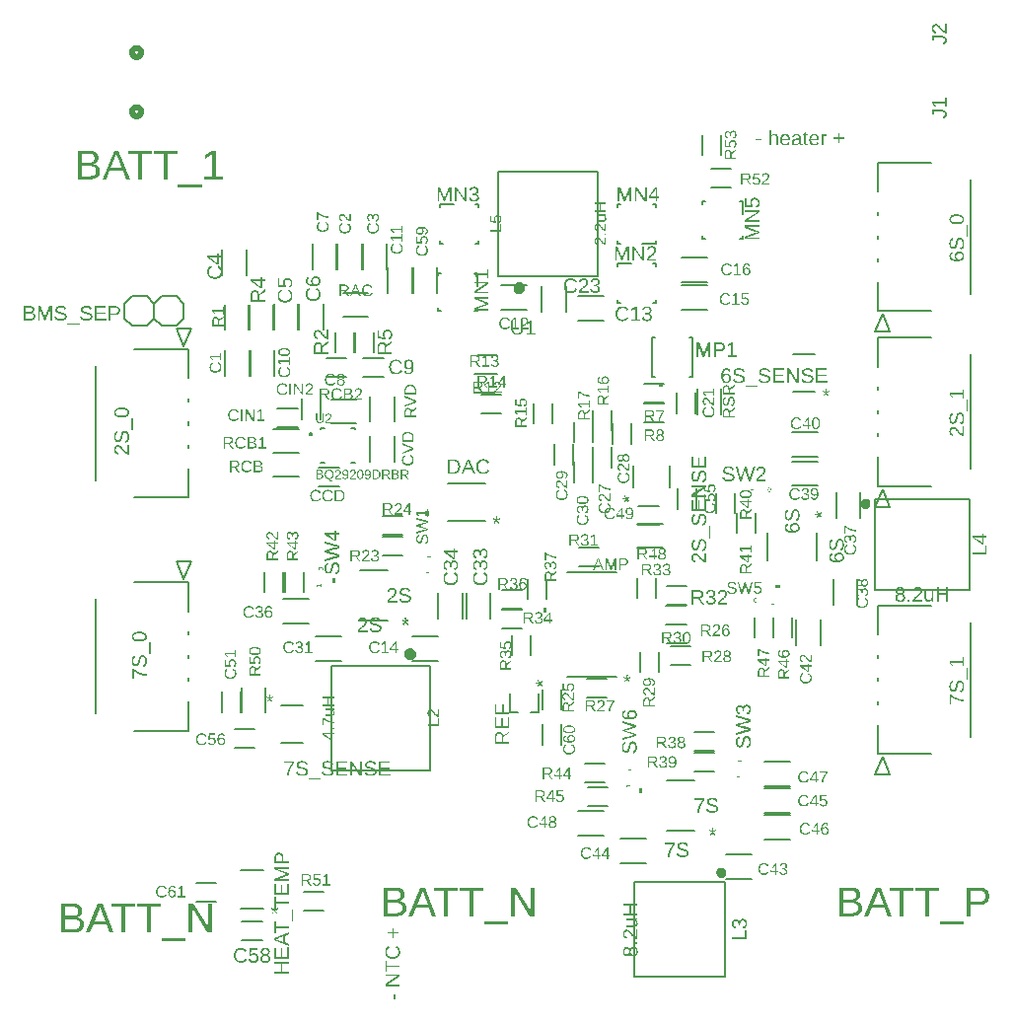
<source format=gbr>
G04 EAGLE Gerber RS-274X export*
G75*
%MOMM*%
%FSLAX34Y34*%
%LPD*%
%INSilkscreen Top*%
%IPPOS*%
%AMOC8*
5,1,8,0,0,1.08239X$1,22.5*%
G01*
G04 Define Apertures*
%ADD10C,0.152400*%
%ADD11C,0.127000*%
%ADD12C,0.508000*%
%ADD13C,0.200000*%
%ADD14C,0.600000*%
%ADD15C,0.400000*%
G36*
X-172593Y-67002D02*
X-172593Y-62938D01*
X-169799Y-62938D01*
X-169799Y-67002D01*
X-172593Y-67002D01*
G37*
G36*
X-92368Y-9492D02*
X-92368Y-5428D01*
X-89574Y-5428D01*
X-89574Y-9492D01*
X-92368Y-9492D01*
G37*
G36*
X9105Y-92202D02*
X9105Y-88138D01*
X11899Y-88138D01*
X11899Y-92202D01*
X9105Y-92202D01*
G37*
G36*
X91020Y-247342D02*
X91020Y-243278D01*
X93814Y-243278D01*
X93814Y-247342D01*
X91020Y-247342D01*
G37*
G36*
X211782Y-71540D02*
X207718Y-71540D01*
X207718Y-68746D01*
X211782Y-68746D01*
X211782Y-71540D01*
G37*
G36*
X-335858Y279400D02*
X-339189Y279400D01*
X-339189Y301368D01*
X-347675Y301368D01*
X-347675Y304103D01*
X-327372Y304103D01*
X-327372Y301368D01*
X-335858Y301368D01*
X-335858Y279400D01*
G37*
G36*
X-313920Y279400D02*
X-317252Y279400D01*
X-317252Y301368D01*
X-325737Y301368D01*
X-325737Y304103D01*
X-305435Y304103D01*
X-305435Y301368D01*
X-313920Y301368D01*
X-313920Y279400D01*
G37*
G36*
X-266421Y279400D02*
X-281902Y279400D01*
X-281902Y282082D01*
X-275608Y282082D01*
X-275608Y301088D01*
X-281184Y297108D01*
X-281184Y300088D01*
X-275345Y304103D01*
X-272435Y304103D01*
X-272435Y282082D01*
X-266421Y282082D01*
X-266421Y279400D01*
G37*
G36*
X-284234Y272264D02*
X-305150Y272264D01*
X-305150Y274544D01*
X-284234Y274544D01*
X-284234Y272264D01*
G37*
G36*
X-394696Y-367030D02*
X-404725Y-367030D01*
X-404725Y-342327D01*
X-395748Y-342327D01*
X-395213Y-342333D01*
X-394695Y-342350D01*
X-394194Y-342380D01*
X-393710Y-342421D01*
X-393243Y-342473D01*
X-392793Y-342538D01*
X-392360Y-342614D01*
X-391944Y-342702D01*
X-391544Y-342801D01*
X-391162Y-342913D01*
X-390797Y-343035D01*
X-390449Y-343170D01*
X-390118Y-343317D01*
X-389803Y-343475D01*
X-389506Y-343644D01*
X-389226Y-343826D01*
X-388963Y-344019D01*
X-388716Y-344224D01*
X-388487Y-344441D01*
X-388275Y-344669D01*
X-388080Y-344909D01*
X-387901Y-345161D01*
X-387740Y-345425D01*
X-387595Y-345700D01*
X-387468Y-345987D01*
X-387358Y-346285D01*
X-387264Y-346596D01*
X-387188Y-346918D01*
X-387128Y-347251D01*
X-387086Y-347597D01*
X-387060Y-347954D01*
X-387052Y-348323D01*
X-387071Y-348860D01*
X-387129Y-349375D01*
X-387225Y-349868D01*
X-387359Y-350339D01*
X-387531Y-350789D01*
X-387742Y-351216D01*
X-387992Y-351621D01*
X-388279Y-352005D01*
X-388602Y-352362D01*
X-388801Y-352545D01*
X-388956Y-352689D01*
X-389343Y-352984D01*
X-389761Y-353250D01*
X-390211Y-353484D01*
X-390692Y-353688D01*
X-391206Y-353861D01*
X-391751Y-354003D01*
X-391035Y-354111D01*
X-390362Y-354258D01*
X-389731Y-354445D01*
X-389143Y-354672D01*
X-388596Y-354938D01*
X-388092Y-355244D01*
X-387630Y-355590D01*
X-387436Y-355768D01*
X-387210Y-355976D01*
X-386836Y-356395D01*
X-386512Y-356840D01*
X-386238Y-357312D01*
X-386013Y-357810D01*
X-385839Y-358335D01*
X-385714Y-358887D01*
X-385670Y-359173D01*
X-385639Y-359465D01*
X-385621Y-359764D01*
X-385614Y-360070D01*
X-385624Y-360476D01*
X-385652Y-360871D01*
X-385699Y-361254D01*
X-385764Y-361626D01*
X-385849Y-361987D01*
X-385952Y-362336D01*
X-386074Y-362674D01*
X-386215Y-363000D01*
X-386374Y-363315D01*
X-386553Y-363618D01*
X-386750Y-363910D01*
X-386965Y-364190D01*
X-387200Y-364459D01*
X-387453Y-364717D01*
X-387725Y-364963D01*
X-388016Y-365198D01*
X-388324Y-365420D01*
X-388646Y-365627D01*
X-388983Y-365821D01*
X-389334Y-365999D01*
X-389701Y-366164D01*
X-390082Y-366314D01*
X-390477Y-366450D01*
X-390887Y-366572D01*
X-391312Y-366679D01*
X-391751Y-366772D01*
X-392206Y-366851D01*
X-392674Y-366916D01*
X-393158Y-366966D01*
X-393656Y-367001D01*
X-394169Y-367023D01*
X-394696Y-367030D01*
G37*
%LPC*%
G36*
X-394871Y-364348D02*
X-394130Y-364330D01*
X-393441Y-364276D01*
X-392805Y-364187D01*
X-392220Y-364063D01*
X-391687Y-363902D01*
X-391206Y-363707D01*
X-390777Y-363475D01*
X-390401Y-363208D01*
X-390072Y-362906D01*
X-389787Y-362568D01*
X-389546Y-362195D01*
X-389349Y-361788D01*
X-389195Y-361345D01*
X-389086Y-360867D01*
X-389020Y-360355D01*
X-388998Y-359807D01*
X-389004Y-359538D01*
X-389022Y-359278D01*
X-389094Y-358784D01*
X-389214Y-358323D01*
X-389382Y-357897D01*
X-389597Y-357505D01*
X-389861Y-357146D01*
X-390173Y-356822D01*
X-390532Y-356533D01*
X-390940Y-356277D01*
X-391395Y-356055D01*
X-391898Y-355867D01*
X-392450Y-355714D01*
X-393049Y-355595D01*
X-393696Y-355509D01*
X-394391Y-355458D01*
X-395134Y-355441D01*
X-401376Y-355441D01*
X-401376Y-364348D01*
X-394871Y-364348D01*
G37*
G36*
X-395748Y-352829D02*
X-395099Y-352813D01*
X-394492Y-352766D01*
X-393927Y-352687D01*
X-393405Y-352577D01*
X-392926Y-352435D01*
X-392489Y-352262D01*
X-392094Y-352057D01*
X-391742Y-351821D01*
X-391432Y-351552D01*
X-391163Y-351249D01*
X-390935Y-350913D01*
X-390749Y-350543D01*
X-390604Y-350139D01*
X-390501Y-349702D01*
X-390439Y-349231D01*
X-390418Y-348726D01*
X-390440Y-348244D01*
X-390504Y-347798D01*
X-390611Y-347388D01*
X-390760Y-347012D01*
X-390952Y-346673D01*
X-391187Y-346369D01*
X-391465Y-346101D01*
X-391786Y-345868D01*
X-392147Y-345667D01*
X-392546Y-345493D01*
X-392984Y-345345D01*
X-393460Y-345224D01*
X-393975Y-345130D01*
X-394527Y-345063D01*
X-395119Y-345023D01*
X-395748Y-345009D01*
X-401376Y-345009D01*
X-401376Y-352829D01*
X-395748Y-352829D01*
G37*
%LPD*%
G36*
X-380191Y-367030D02*
X-383662Y-367030D01*
X-373581Y-342327D01*
X-369777Y-342327D01*
X-359853Y-367030D01*
X-363272Y-367030D01*
X-366095Y-359807D01*
X-377351Y-359807D01*
X-380191Y-367030D01*
G37*
%LPC*%
G36*
X-367094Y-357194D02*
X-370268Y-349042D01*
X-370759Y-347753D01*
X-371249Y-346307D01*
X-371723Y-344852D01*
X-371881Y-345343D01*
X-372126Y-346122D01*
X-372424Y-347004D01*
X-373178Y-349077D01*
X-376334Y-357194D01*
X-367094Y-357194D01*
G37*
%LPD*%
G36*
X-292682Y-367030D02*
X-295662Y-367030D01*
X-295662Y-342327D01*
X-291770Y-342327D01*
X-278410Y-363506D01*
X-278502Y-361906D01*
X-278568Y-360543D01*
X-278608Y-359417D01*
X-278621Y-358527D01*
X-278621Y-342327D01*
X-275605Y-342327D01*
X-275605Y-367030D01*
X-279638Y-367030D01*
X-292857Y-345991D01*
X-292769Y-347692D01*
X-292682Y-350620D01*
X-292682Y-367030D01*
G37*
G36*
X-349828Y-367030D02*
X-353159Y-367030D01*
X-353159Y-345062D01*
X-361645Y-345062D01*
X-361645Y-342327D01*
X-341342Y-342327D01*
X-341342Y-345062D01*
X-349828Y-345062D01*
X-349828Y-367030D01*
G37*
G36*
X-327890Y-367030D02*
X-331222Y-367030D01*
X-331222Y-345062D01*
X-339707Y-345062D01*
X-339707Y-342327D01*
X-319405Y-342327D01*
X-319405Y-345062D01*
X-327890Y-345062D01*
X-327890Y-367030D01*
G37*
G36*
X-298204Y-374166D02*
X-319120Y-374166D01*
X-319120Y-371886D01*
X-298204Y-371886D01*
X-298204Y-374166D01*
G37*
G36*
X-117836Y-353060D02*
X-127865Y-353060D01*
X-127865Y-328357D01*
X-118888Y-328357D01*
X-118353Y-328363D01*
X-117835Y-328380D01*
X-117334Y-328410D01*
X-116850Y-328451D01*
X-116383Y-328503D01*
X-115933Y-328568D01*
X-115500Y-328644D01*
X-115084Y-328732D01*
X-114684Y-328831D01*
X-114302Y-328943D01*
X-113937Y-329065D01*
X-113589Y-329200D01*
X-113258Y-329347D01*
X-112943Y-329505D01*
X-112646Y-329674D01*
X-112366Y-329856D01*
X-112103Y-330049D01*
X-111856Y-330254D01*
X-111627Y-330471D01*
X-111415Y-330699D01*
X-111220Y-330939D01*
X-111041Y-331191D01*
X-110880Y-331455D01*
X-110735Y-331730D01*
X-110608Y-332017D01*
X-110498Y-332315D01*
X-110404Y-332626D01*
X-110328Y-332948D01*
X-110268Y-333281D01*
X-110226Y-333627D01*
X-110200Y-333984D01*
X-110192Y-334353D01*
X-110211Y-334890D01*
X-110269Y-335405D01*
X-110365Y-335898D01*
X-110499Y-336369D01*
X-110671Y-336819D01*
X-110882Y-337246D01*
X-111132Y-337651D01*
X-111419Y-338035D01*
X-111742Y-338392D01*
X-111941Y-338575D01*
X-112096Y-338719D01*
X-112483Y-339014D01*
X-112901Y-339280D01*
X-113351Y-339514D01*
X-113832Y-339718D01*
X-114346Y-339891D01*
X-114891Y-340033D01*
X-114175Y-340141D01*
X-113502Y-340288D01*
X-112871Y-340475D01*
X-112283Y-340702D01*
X-111736Y-340968D01*
X-111232Y-341274D01*
X-110770Y-341620D01*
X-110576Y-341798D01*
X-110350Y-342006D01*
X-109976Y-342425D01*
X-109652Y-342870D01*
X-109378Y-343342D01*
X-109153Y-343840D01*
X-108979Y-344365D01*
X-108854Y-344917D01*
X-108810Y-345203D01*
X-108779Y-345495D01*
X-108761Y-345794D01*
X-108754Y-346100D01*
X-108764Y-346506D01*
X-108792Y-346901D01*
X-108839Y-347284D01*
X-108904Y-347656D01*
X-108989Y-348017D01*
X-109092Y-348366D01*
X-109214Y-348704D01*
X-109355Y-349030D01*
X-109514Y-349345D01*
X-109693Y-349648D01*
X-109890Y-349940D01*
X-110105Y-350220D01*
X-110340Y-350489D01*
X-110593Y-350747D01*
X-110865Y-350993D01*
X-111156Y-351228D01*
X-111464Y-351450D01*
X-111786Y-351657D01*
X-112123Y-351851D01*
X-112474Y-352029D01*
X-112841Y-352194D01*
X-113222Y-352344D01*
X-113617Y-352480D01*
X-114027Y-352602D01*
X-114452Y-352709D01*
X-114891Y-352802D01*
X-115346Y-352881D01*
X-115814Y-352946D01*
X-116298Y-352996D01*
X-116796Y-353031D01*
X-117309Y-353053D01*
X-117836Y-353060D01*
G37*
%LPC*%
G36*
X-118011Y-350378D02*
X-117270Y-350360D01*
X-116581Y-350306D01*
X-115945Y-350217D01*
X-115360Y-350093D01*
X-114827Y-349932D01*
X-114346Y-349737D01*
X-113917Y-349505D01*
X-113541Y-349238D01*
X-113212Y-348936D01*
X-112927Y-348598D01*
X-112686Y-348225D01*
X-112489Y-347818D01*
X-112335Y-347375D01*
X-112226Y-346897D01*
X-112160Y-346385D01*
X-112138Y-345837D01*
X-112144Y-345568D01*
X-112162Y-345308D01*
X-112234Y-344814D01*
X-112354Y-344353D01*
X-112522Y-343927D01*
X-112737Y-343535D01*
X-113001Y-343176D01*
X-113313Y-342852D01*
X-113672Y-342563D01*
X-114080Y-342307D01*
X-114535Y-342085D01*
X-115038Y-341897D01*
X-115590Y-341744D01*
X-116189Y-341625D01*
X-116836Y-341539D01*
X-117531Y-341488D01*
X-118274Y-341471D01*
X-124516Y-341471D01*
X-124516Y-350378D01*
X-118011Y-350378D01*
G37*
G36*
X-118888Y-338859D02*
X-118239Y-338843D01*
X-117632Y-338796D01*
X-117067Y-338717D01*
X-116545Y-338607D01*
X-116066Y-338465D01*
X-115629Y-338292D01*
X-115234Y-338087D01*
X-114882Y-337851D01*
X-114572Y-337582D01*
X-114303Y-337279D01*
X-114075Y-336943D01*
X-113889Y-336573D01*
X-113744Y-336169D01*
X-113641Y-335732D01*
X-113579Y-335261D01*
X-113558Y-334756D01*
X-113580Y-334274D01*
X-113644Y-333828D01*
X-113751Y-333418D01*
X-113900Y-333042D01*
X-114092Y-332703D01*
X-114327Y-332399D01*
X-114605Y-332131D01*
X-114926Y-331898D01*
X-115287Y-331697D01*
X-115686Y-331523D01*
X-116124Y-331375D01*
X-116600Y-331254D01*
X-117115Y-331160D01*
X-117667Y-331093D01*
X-118259Y-331053D01*
X-118888Y-331039D01*
X-124516Y-331039D01*
X-124516Y-338859D01*
X-118888Y-338859D01*
G37*
%LPD*%
G36*
X-103331Y-353060D02*
X-106802Y-353060D01*
X-96721Y-328357D01*
X-92917Y-328357D01*
X-82993Y-353060D01*
X-86412Y-353060D01*
X-89235Y-345837D01*
X-100491Y-345837D01*
X-103331Y-353060D01*
G37*
%LPC*%
G36*
X-90234Y-343224D02*
X-93408Y-335072D01*
X-93899Y-333783D01*
X-94389Y-332337D01*
X-94863Y-330882D01*
X-95021Y-331373D01*
X-95266Y-332152D01*
X-95564Y-333034D01*
X-96318Y-335107D01*
X-99474Y-343224D01*
X-90234Y-343224D01*
G37*
%LPD*%
G36*
X-15822Y-353060D02*
X-18802Y-353060D01*
X-18802Y-328357D01*
X-14910Y-328357D01*
X-1550Y-349536D01*
X-1642Y-347936D01*
X-1708Y-346573D01*
X-1748Y-345447D01*
X-1761Y-344557D01*
X-1761Y-328357D01*
X1255Y-328357D01*
X1255Y-353060D01*
X-2778Y-353060D01*
X-15997Y-332021D01*
X-15909Y-333722D01*
X-15822Y-336650D01*
X-15822Y-353060D01*
G37*
G36*
X-72968Y-353060D02*
X-76299Y-353060D01*
X-76299Y-331092D01*
X-84785Y-331092D01*
X-84785Y-328357D01*
X-64482Y-328357D01*
X-64482Y-331092D01*
X-72968Y-331092D01*
X-72968Y-353060D01*
G37*
G36*
X-51030Y-353060D02*
X-54362Y-353060D01*
X-54362Y-331092D01*
X-62847Y-331092D01*
X-62847Y-328357D01*
X-42545Y-328357D01*
X-42545Y-331092D01*
X-51030Y-331092D01*
X-51030Y-353060D01*
G37*
G36*
X-21344Y-360196D02*
X-42260Y-360196D01*
X-42260Y-357916D01*
X-21344Y-357916D01*
X-21344Y-360196D01*
G37*
G36*
X273324Y-353060D02*
X263295Y-353060D01*
X263295Y-328357D01*
X272272Y-328357D01*
X272807Y-328363D01*
X273325Y-328380D01*
X273826Y-328410D01*
X274310Y-328451D01*
X274777Y-328503D01*
X275227Y-328568D01*
X275660Y-328644D01*
X276077Y-328732D01*
X276476Y-328831D01*
X276858Y-328943D01*
X277223Y-329065D01*
X277571Y-329200D01*
X277902Y-329347D01*
X278217Y-329505D01*
X278514Y-329674D01*
X278794Y-329856D01*
X279057Y-330049D01*
X279304Y-330254D01*
X279533Y-330471D01*
X279745Y-330699D01*
X279940Y-330939D01*
X280119Y-331191D01*
X280280Y-331455D01*
X280425Y-331730D01*
X280552Y-332017D01*
X280662Y-332315D01*
X280756Y-332626D01*
X280832Y-332948D01*
X280892Y-333281D01*
X280934Y-333627D01*
X280960Y-333984D01*
X280968Y-334353D01*
X280949Y-334890D01*
X280891Y-335405D01*
X280795Y-335898D01*
X280661Y-336369D01*
X280489Y-336819D01*
X280278Y-337246D01*
X280028Y-337651D01*
X279741Y-338035D01*
X279418Y-338392D01*
X279219Y-338575D01*
X279064Y-338719D01*
X278677Y-339014D01*
X278259Y-339280D01*
X277809Y-339514D01*
X277328Y-339718D01*
X276815Y-339891D01*
X276269Y-340033D01*
X276985Y-340141D01*
X277658Y-340288D01*
X278289Y-340475D01*
X278877Y-340702D01*
X279424Y-340968D01*
X279928Y-341274D01*
X280390Y-341620D01*
X280584Y-341798D01*
X280810Y-342006D01*
X281184Y-342425D01*
X281508Y-342870D01*
X281782Y-343342D01*
X282007Y-343840D01*
X282181Y-344365D01*
X282306Y-344917D01*
X282350Y-345203D01*
X282381Y-345495D01*
X282399Y-345794D01*
X282406Y-346100D01*
X282396Y-346506D01*
X282368Y-346901D01*
X282321Y-347284D01*
X282256Y-347656D01*
X282171Y-348017D01*
X282068Y-348366D01*
X281946Y-348704D01*
X281805Y-349030D01*
X281646Y-349345D01*
X281467Y-349648D01*
X281270Y-349940D01*
X281055Y-350220D01*
X280820Y-350489D01*
X280567Y-350747D01*
X280295Y-350993D01*
X280004Y-351228D01*
X279696Y-351450D01*
X279374Y-351657D01*
X279037Y-351851D01*
X278686Y-352029D01*
X278319Y-352194D01*
X277939Y-352344D01*
X277543Y-352480D01*
X277133Y-352602D01*
X276708Y-352709D01*
X276269Y-352802D01*
X275814Y-352881D01*
X275346Y-352946D01*
X274862Y-352996D01*
X274364Y-353031D01*
X273851Y-353053D01*
X273324Y-353060D01*
G37*
%LPC*%
G36*
X273149Y-350378D02*
X273890Y-350360D01*
X274579Y-350306D01*
X275216Y-350217D01*
X275800Y-350093D01*
X276333Y-349932D01*
X276814Y-349737D01*
X277243Y-349505D01*
X277619Y-349238D01*
X277948Y-348936D01*
X278233Y-348598D01*
X278474Y-348225D01*
X278671Y-347818D01*
X278825Y-347375D01*
X278934Y-346897D01*
X279000Y-346385D01*
X279022Y-345837D01*
X279016Y-345568D01*
X278998Y-345308D01*
X278926Y-344814D01*
X278806Y-344353D01*
X278638Y-343927D01*
X278423Y-343535D01*
X278159Y-343176D01*
X277847Y-342852D01*
X277488Y-342563D01*
X277080Y-342307D01*
X276625Y-342085D01*
X276122Y-341897D01*
X275570Y-341744D01*
X274971Y-341625D01*
X274324Y-341539D01*
X273629Y-341488D01*
X272886Y-341471D01*
X266644Y-341471D01*
X266644Y-350378D01*
X273149Y-350378D01*
G37*
G36*
X272272Y-338859D02*
X272921Y-338843D01*
X273528Y-338796D01*
X274093Y-338717D01*
X274615Y-338607D01*
X275094Y-338465D01*
X275531Y-338292D01*
X275926Y-338087D01*
X276278Y-337851D01*
X276588Y-337582D01*
X276857Y-337279D01*
X277085Y-336943D01*
X277271Y-336573D01*
X277416Y-336169D01*
X277519Y-335732D01*
X277581Y-335261D01*
X277602Y-334756D01*
X277580Y-334274D01*
X277516Y-333828D01*
X277410Y-333418D01*
X277260Y-333042D01*
X277068Y-332703D01*
X276833Y-332399D01*
X276555Y-332131D01*
X276234Y-331898D01*
X275873Y-331697D01*
X275474Y-331523D01*
X275036Y-331375D01*
X274560Y-331254D01*
X274046Y-331160D01*
X273493Y-331093D01*
X272902Y-331053D01*
X272272Y-331039D01*
X266644Y-331039D01*
X266644Y-338859D01*
X272272Y-338859D01*
G37*
%LPD*%
G36*
X375707Y-353060D02*
X372358Y-353060D01*
X372358Y-328357D01*
X382755Y-328357D01*
X383267Y-328365D01*
X383764Y-328387D01*
X384247Y-328425D01*
X384715Y-328479D01*
X385168Y-328547D01*
X385607Y-328631D01*
X386031Y-328729D01*
X386441Y-328843D01*
X386836Y-328973D01*
X387216Y-329117D01*
X387581Y-329277D01*
X387932Y-329452D01*
X388268Y-329642D01*
X388590Y-329847D01*
X388897Y-330067D01*
X389189Y-330303D01*
X389465Y-330553D01*
X389723Y-330814D01*
X389964Y-331089D01*
X390186Y-331376D01*
X390391Y-331675D01*
X390578Y-331987D01*
X390747Y-332311D01*
X390898Y-332648D01*
X391032Y-332997D01*
X391148Y-333359D01*
X391246Y-333733D01*
X391326Y-334120D01*
X391388Y-334519D01*
X391433Y-334930D01*
X391459Y-335354D01*
X391468Y-335791D01*
X391459Y-336223D01*
X391432Y-336645D01*
X391388Y-337055D01*
X391325Y-337454D01*
X391245Y-337842D01*
X391146Y-338218D01*
X391030Y-338584D01*
X390896Y-338938D01*
X390744Y-339281D01*
X390574Y-339612D01*
X390387Y-339933D01*
X390181Y-340242D01*
X389958Y-340540D01*
X389716Y-340826D01*
X389457Y-341102D01*
X389180Y-341366D01*
X388888Y-341616D01*
X388583Y-341851D01*
X388265Y-342069D01*
X387934Y-342271D01*
X387590Y-342457D01*
X387234Y-342627D01*
X386864Y-342780D01*
X386482Y-342918D01*
X386088Y-343039D01*
X385680Y-343144D01*
X385259Y-343233D01*
X384826Y-343305D01*
X384380Y-343362D01*
X383921Y-343402D01*
X383450Y-343427D01*
X382965Y-343435D01*
X375707Y-343435D01*
X375707Y-353060D01*
G37*
%LPC*%
G36*
X382492Y-340787D02*
X383171Y-340768D01*
X383807Y-340710D01*
X384398Y-340613D01*
X384946Y-340477D01*
X385450Y-340303D01*
X385910Y-340090D01*
X386327Y-339838D01*
X386699Y-339547D01*
X387028Y-339217D01*
X387313Y-338849D01*
X387554Y-338442D01*
X387751Y-337996D01*
X387905Y-337512D01*
X388014Y-336989D01*
X388080Y-336427D01*
X388102Y-335826D01*
X388080Y-335246D01*
X388012Y-334704D01*
X387900Y-334199D01*
X387743Y-333732D01*
X387540Y-333302D01*
X387293Y-332909D01*
X387001Y-332554D01*
X386664Y-332236D01*
X386282Y-331956D01*
X385856Y-331712D01*
X385384Y-331507D01*
X384867Y-331339D01*
X384306Y-331208D01*
X383699Y-331114D01*
X383048Y-331058D01*
X382351Y-331039D01*
X375707Y-331039D01*
X375707Y-340787D01*
X382492Y-340787D01*
G37*
%LPD*%
G36*
X287829Y-353060D02*
X284358Y-353060D01*
X294439Y-328357D01*
X298243Y-328357D01*
X308167Y-353060D01*
X304748Y-353060D01*
X301925Y-345837D01*
X290669Y-345837D01*
X287829Y-353060D01*
G37*
%LPC*%
G36*
X300926Y-343224D02*
X297752Y-335072D01*
X297261Y-333783D01*
X296771Y-332337D01*
X296297Y-330882D01*
X296139Y-331373D01*
X295894Y-332152D01*
X295596Y-333034D01*
X294842Y-335107D01*
X291686Y-343224D01*
X300926Y-343224D01*
G37*
%LPD*%
G36*
X318192Y-353060D02*
X314861Y-353060D01*
X314861Y-331092D01*
X306375Y-331092D01*
X306375Y-328357D01*
X326678Y-328357D01*
X326678Y-331092D01*
X318192Y-331092D01*
X318192Y-353060D01*
G37*
G36*
X340130Y-353060D02*
X336798Y-353060D01*
X336798Y-331092D01*
X328313Y-331092D01*
X328313Y-328357D01*
X348615Y-328357D01*
X348615Y-331092D01*
X340130Y-331092D01*
X340130Y-353060D01*
G37*
G36*
X369816Y-360196D02*
X348900Y-360196D01*
X348900Y-357916D01*
X369816Y-357916D01*
X369816Y-360196D01*
G37*
G36*
X225001Y308435D02*
X224655Y308447D01*
X224332Y308482D01*
X224030Y308541D01*
X223751Y308623D01*
X223494Y308729D01*
X223259Y308859D01*
X223046Y309012D01*
X222855Y309188D01*
X222687Y309385D01*
X222541Y309600D01*
X222418Y309832D01*
X222317Y310081D01*
X222238Y310349D01*
X222182Y310633D01*
X222148Y310935D01*
X222137Y311255D01*
X222152Y311612D01*
X222197Y311948D01*
X222273Y312263D01*
X222379Y312556D01*
X222515Y312828D01*
X222681Y313078D01*
X222878Y313307D01*
X223105Y313515D01*
X223365Y313700D01*
X223663Y313863D01*
X223998Y314003D01*
X224369Y314119D01*
X224778Y314213D01*
X225224Y314283D01*
X225707Y314331D01*
X226227Y314356D01*
X228356Y314391D01*
X228356Y314907D01*
X228348Y315186D01*
X228325Y315444D01*
X228287Y315682D01*
X228233Y315899D01*
X228164Y316096D01*
X228080Y316272D01*
X227980Y316428D01*
X227865Y316563D01*
X227734Y316680D01*
X227585Y316781D01*
X227418Y316867D01*
X227234Y316937D01*
X227033Y316992D01*
X226814Y317031D01*
X226578Y317054D01*
X226324Y317062D01*
X225830Y317040D01*
X225610Y317011D01*
X225408Y316972D01*
X225225Y316922D01*
X225059Y316860D01*
X224912Y316787D01*
X224782Y316703D01*
X224668Y316606D01*
X224565Y316497D01*
X224475Y316373D01*
X224397Y316237D01*
X224330Y316086D01*
X224276Y315923D01*
X224234Y315746D01*
X224204Y315556D01*
X222557Y315704D01*
X222619Y316014D01*
X222705Y316304D01*
X222814Y316574D01*
X222946Y316823D01*
X223102Y317053D01*
X223281Y317263D01*
X223483Y317453D01*
X223709Y317623D01*
X223958Y317772D01*
X224231Y317902D01*
X224527Y318012D01*
X224847Y318102D01*
X225190Y318172D01*
X225556Y318222D01*
X225946Y318252D01*
X226359Y318262D01*
X226791Y318249D01*
X227197Y318211D01*
X227574Y318147D01*
X227924Y318057D01*
X228246Y317942D01*
X228541Y317801D01*
X228808Y317635D01*
X229047Y317443D01*
X229259Y317227D01*
X229442Y316988D01*
X229597Y316726D01*
X229724Y316441D01*
X229823Y316134D01*
X229893Y315803D01*
X229936Y315450D01*
X229950Y315074D01*
X229950Y310992D01*
X229961Y310664D01*
X229996Y310378D01*
X230053Y310136D01*
X230134Y309937D01*
X230246Y309782D01*
X230401Y309671D01*
X230597Y309604D01*
X230834Y309582D01*
X231077Y309598D01*
X231351Y309644D01*
X231351Y308663D01*
X231052Y308601D01*
X230749Y308557D01*
X230443Y308531D01*
X230134Y308522D01*
X229922Y308530D01*
X229725Y308551D01*
X229544Y308587D01*
X229377Y308637D01*
X229225Y308702D01*
X229088Y308781D01*
X228966Y308874D01*
X228859Y308982D01*
X228765Y309105D01*
X228682Y309245D01*
X228609Y309400D01*
X228547Y309572D01*
X228496Y309761D01*
X228456Y309965D01*
X228408Y310423D01*
X228356Y310423D01*
X228041Y309920D01*
X227875Y309698D01*
X227702Y309496D01*
X227523Y309313D01*
X227338Y309151D01*
X227147Y309009D01*
X226950Y308886D01*
X226744Y308780D01*
X226527Y308689D01*
X226300Y308611D01*
X226062Y308548D01*
X225813Y308498D01*
X225553Y308463D01*
X225282Y308442D01*
X225001Y308435D01*
G37*
%LPC*%
G36*
X225360Y309617D02*
X225574Y309623D01*
X225782Y309642D01*
X226179Y309716D01*
X226552Y309839D01*
X226902Y310011D01*
X227221Y310227D01*
X227505Y310479D01*
X227753Y310768D01*
X227966Y311093D01*
X228136Y311439D01*
X228258Y311790D01*
X228331Y312147D01*
X228356Y312508D01*
X228356Y313287D01*
X226630Y313252D01*
X226108Y313231D01*
X225652Y313186D01*
X225265Y313117D01*
X224944Y313024D01*
X224674Y312905D01*
X224437Y312757D01*
X224234Y312581D01*
X224064Y312376D01*
X223930Y312140D01*
X223834Y311870D01*
X223776Y311567D01*
X223757Y311229D01*
X223764Y311042D01*
X223783Y310865D01*
X223816Y310700D01*
X223861Y310546D01*
X223920Y310402D01*
X223991Y310270D01*
X224076Y310148D01*
X224173Y310038D01*
X224283Y309939D01*
X224404Y309854D01*
X224535Y309781D01*
X224678Y309722D01*
X224832Y309676D01*
X224997Y309644D01*
X225173Y309624D01*
X225360Y309617D01*
G37*
%LPD*%
G36*
X216469Y308435D02*
X215959Y308454D01*
X215480Y308513D01*
X215033Y308611D01*
X214617Y308748D01*
X214233Y308924D01*
X213880Y309139D01*
X213558Y309394D01*
X213267Y309687D01*
X213010Y310019D01*
X212787Y310390D01*
X212598Y310798D01*
X212443Y311244D01*
X212323Y311728D01*
X212237Y312251D01*
X212185Y312811D01*
X212168Y313410D01*
X212185Y313979D01*
X212237Y314515D01*
X212323Y315016D01*
X212443Y315483D01*
X212598Y315916D01*
X212787Y316315D01*
X213010Y316679D01*
X213267Y317009D01*
X213557Y317303D01*
X213876Y317557D01*
X214224Y317773D01*
X214602Y317949D01*
X215009Y318086D01*
X215446Y318184D01*
X215912Y318242D01*
X216407Y318262D01*
X216913Y318242D01*
X217387Y318183D01*
X217827Y318085D01*
X218235Y317947D01*
X218611Y317770D01*
X218953Y317554D01*
X219263Y317298D01*
X219541Y317003D01*
X219786Y316668D01*
X219998Y316295D01*
X220177Y315882D01*
X220324Y315429D01*
X220438Y314937D01*
X220520Y314406D01*
X220569Y313836D01*
X220585Y313226D01*
X220585Y313016D01*
X213824Y313016D01*
X213834Y312620D01*
X213866Y312248D01*
X213918Y311898D01*
X213992Y311573D01*
X214087Y311270D01*
X214203Y310991D01*
X214340Y310735D01*
X214498Y310502D01*
X214676Y310295D01*
X214874Y310115D01*
X215091Y309963D01*
X215328Y309838D01*
X215584Y309742D01*
X215859Y309673D01*
X216154Y309631D01*
X216469Y309617D01*
X216719Y309624D01*
X216956Y309643D01*
X217180Y309675D01*
X217392Y309720D01*
X217591Y309778D01*
X217777Y309849D01*
X217950Y309932D01*
X218111Y310029D01*
X218395Y310248D01*
X218629Y310495D01*
X218813Y310770D01*
X218947Y311071D01*
X220331Y310677D01*
X220217Y310406D01*
X220085Y310152D01*
X219937Y309915D01*
X219771Y309696D01*
X219589Y309495D01*
X219390Y309311D01*
X219174Y309144D01*
X218941Y308995D01*
X218691Y308864D01*
X218424Y308750D01*
X218141Y308654D01*
X217840Y308575D01*
X217522Y308514D01*
X217188Y308470D01*
X216837Y308444D01*
X216469Y308435D01*
G37*
%LPC*%
G36*
X218956Y314224D02*
X218915Y314586D01*
X218859Y314922D01*
X218787Y315234D01*
X218700Y315519D01*
X218597Y315780D01*
X218478Y316015D01*
X218344Y316225D01*
X218194Y316409D01*
X218028Y316571D01*
X217844Y316710D01*
X217644Y316828D01*
X217426Y316925D01*
X217190Y317000D01*
X216938Y317054D01*
X216668Y317086D01*
X216381Y317097D01*
X216102Y317085D01*
X215837Y317049D01*
X215588Y316989D01*
X215353Y316905D01*
X215133Y316798D01*
X214929Y316666D01*
X214739Y316510D01*
X214564Y316331D01*
X214406Y316130D01*
X214267Y315912D01*
X214148Y315675D01*
X214048Y315421D01*
X213967Y315149D01*
X213906Y314858D01*
X213864Y314550D01*
X213841Y314224D01*
X218956Y314224D01*
G37*
%LPD*%
G36*
X241375Y308435D02*
X240865Y308454D01*
X240387Y308513D01*
X239939Y308611D01*
X239524Y308748D01*
X239139Y308924D01*
X238786Y309139D01*
X238464Y309394D01*
X238174Y309687D01*
X237916Y310019D01*
X237693Y310390D01*
X237504Y310798D01*
X237349Y311244D01*
X237229Y311728D01*
X237143Y312251D01*
X237092Y312811D01*
X237074Y313410D01*
X237092Y313979D01*
X237143Y314515D01*
X237229Y315016D01*
X237349Y315483D01*
X237504Y315916D01*
X237693Y316315D01*
X237916Y316679D01*
X238174Y317009D01*
X238463Y317303D01*
X238782Y317557D01*
X239130Y317773D01*
X239508Y317949D01*
X239915Y318086D01*
X240352Y318184D01*
X240818Y318242D01*
X241314Y318262D01*
X241820Y318242D01*
X242293Y318183D01*
X242733Y318085D01*
X243141Y317947D01*
X243517Y317770D01*
X243859Y317554D01*
X244170Y317298D01*
X244447Y317003D01*
X244692Y316668D01*
X244904Y316295D01*
X245083Y315882D01*
X245230Y315429D01*
X245345Y314937D01*
X245426Y314406D01*
X245475Y313836D01*
X245491Y313226D01*
X245491Y313016D01*
X238730Y313016D01*
X238740Y312620D01*
X238772Y312248D01*
X238825Y311898D01*
X238898Y311573D01*
X238993Y311270D01*
X239109Y310991D01*
X239246Y310735D01*
X239404Y310502D01*
X239583Y310295D01*
X239780Y310115D01*
X239998Y309963D01*
X240234Y309838D01*
X240490Y309742D01*
X240766Y309673D01*
X241061Y309631D01*
X241375Y309617D01*
X241625Y309624D01*
X241862Y309643D01*
X242086Y309675D01*
X242298Y309720D01*
X242497Y309778D01*
X242683Y309849D01*
X242856Y309932D01*
X243017Y310029D01*
X243301Y310248D01*
X243535Y310495D01*
X243719Y310770D01*
X243854Y311071D01*
X245237Y310677D01*
X245123Y310406D01*
X244991Y310152D01*
X244843Y309915D01*
X244677Y309696D01*
X244495Y309495D01*
X244296Y309311D01*
X244080Y309144D01*
X243847Y308995D01*
X243597Y308864D01*
X243330Y308750D01*
X243047Y308654D01*
X242746Y308575D01*
X242429Y308514D01*
X242094Y308470D01*
X241743Y308444D01*
X241375Y308435D01*
G37*
%LPC*%
G36*
X243862Y314224D02*
X243822Y314586D01*
X243765Y314922D01*
X243694Y315234D01*
X243606Y315519D01*
X243503Y315780D01*
X243384Y316015D01*
X243250Y316225D01*
X243100Y316409D01*
X242934Y316571D01*
X242751Y316710D01*
X242550Y316828D01*
X242332Y316925D01*
X242097Y317000D01*
X241844Y317054D01*
X241574Y317086D01*
X241287Y317097D01*
X241008Y317085D01*
X240744Y317049D01*
X240494Y316989D01*
X240259Y316905D01*
X240040Y316798D01*
X239835Y316666D01*
X239645Y316510D01*
X239470Y316331D01*
X239312Y316130D01*
X239174Y315912D01*
X239054Y315675D01*
X238954Y315421D01*
X238874Y315149D01*
X238812Y314858D01*
X238770Y314550D01*
X238747Y314224D01*
X243862Y314224D01*
G37*
%LPD*%
G36*
X204258Y308610D02*
X202681Y308610D01*
X202681Y321608D01*
X204258Y321608D01*
X204258Y318227D01*
X204250Y317684D01*
X204227Y317123D01*
X204188Y316466D01*
X204214Y316466D01*
X204481Y316900D01*
X204773Y317271D01*
X205092Y317581D01*
X205436Y317828D01*
X205620Y317930D01*
X205816Y318018D01*
X206025Y318093D01*
X206245Y318154D01*
X206477Y318201D01*
X206721Y318235D01*
X206977Y318255D01*
X207244Y318262D01*
X207617Y318250D01*
X207965Y318214D01*
X208287Y318154D01*
X208583Y318070D01*
X208855Y317963D01*
X209101Y317831D01*
X209322Y317675D01*
X209517Y317496D01*
X209689Y317288D01*
X209837Y317047D01*
X209963Y316775D01*
X210066Y316470D01*
X210146Y316132D01*
X210203Y315762D01*
X210237Y315360D01*
X210249Y314925D01*
X210249Y308610D01*
X208663Y308610D01*
X208663Y314618D01*
X208652Y315086D01*
X208617Y315489D01*
X208560Y315828D01*
X208479Y316103D01*
X208373Y316330D01*
X208236Y316524D01*
X208070Y316687D01*
X207875Y316817D01*
X207645Y316916D01*
X207374Y316988D01*
X207062Y317030D01*
X206710Y317044D01*
X206439Y317032D01*
X206182Y316996D01*
X205938Y316936D01*
X205708Y316852D01*
X205493Y316743D01*
X205290Y316611D01*
X205102Y316454D01*
X204928Y316274D01*
X204771Y316073D01*
X204635Y315855D01*
X204519Y315621D01*
X204425Y315369D01*
X204352Y315102D01*
X204300Y314817D01*
X204268Y314516D01*
X204258Y314198D01*
X204258Y308610D01*
G37*
G36*
X234602Y308470D02*
X234373Y308478D01*
X234159Y308503D01*
X233959Y308545D01*
X233774Y308604D01*
X233604Y308679D01*
X233449Y308772D01*
X233309Y308881D01*
X233183Y309006D01*
X233072Y309149D01*
X232976Y309308D01*
X232895Y309484D01*
X232828Y309677D01*
X232777Y309886D01*
X232740Y310113D01*
X232717Y310356D01*
X232710Y310616D01*
X232710Y316939D01*
X231615Y316939D01*
X231615Y318087D01*
X232771Y318087D01*
X233236Y320206D01*
X234287Y320206D01*
X234287Y318087D01*
X236038Y318087D01*
X236038Y316939D01*
X234287Y316939D01*
X234287Y310957D01*
X234301Y310641D01*
X234342Y310376D01*
X234412Y310162D01*
X234510Y309998D01*
X234642Y309878D01*
X234815Y309791D01*
X235030Y309740D01*
X235285Y309722D01*
X235670Y309753D01*
X236196Y309845D01*
X236196Y308680D01*
X235804Y308588D01*
X235408Y308522D01*
X235007Y308483D01*
X234602Y308470D01*
G37*
G36*
X263096Y310187D02*
X261808Y310187D01*
X261808Y313935D01*
X258095Y313935D01*
X258095Y315214D01*
X261808Y315214D01*
X261808Y318963D01*
X263096Y318963D01*
X263096Y315214D01*
X266809Y315214D01*
X266809Y313935D01*
X263096Y313935D01*
X263096Y310187D01*
G37*
G36*
X249102Y308610D02*
X247525Y308610D01*
X247525Y315880D01*
X247512Y316931D01*
X247472Y318087D01*
X248961Y318087D01*
X249031Y316151D01*
X249066Y316151D01*
X249262Y316712D01*
X249472Y317176D01*
X249695Y317544D01*
X249813Y317692D01*
X249934Y317815D01*
X250062Y317920D01*
X250204Y318011D01*
X250358Y318087D01*
X250525Y318150D01*
X250704Y318199D01*
X250896Y318234D01*
X251100Y318255D01*
X251317Y318262D01*
X251635Y318240D01*
X251957Y318174D01*
X251957Y316729D01*
X251786Y316767D01*
X251589Y316795D01*
X251116Y316817D01*
X250878Y316804D01*
X250655Y316764D01*
X250446Y316698D01*
X250251Y316605D01*
X250071Y316487D01*
X249906Y316341D01*
X249755Y316170D01*
X249618Y315972D01*
X249497Y315749D01*
X249392Y315503D01*
X249303Y315235D01*
X249231Y314944D01*
X249174Y314629D01*
X249134Y314292D01*
X249110Y313933D01*
X249102Y313550D01*
X249102Y308610D01*
G37*
G36*
X195676Y312674D02*
X191297Y312674D01*
X191297Y314075D01*
X195676Y314075D01*
X195676Y312674D01*
G37*
G36*
X-114300Y-413041D02*
X-126641Y-413041D01*
X-126641Y-411097D01*
X-116060Y-404423D01*
X-117541Y-404502D01*
X-118548Y-404528D01*
X-126641Y-404528D01*
X-126641Y-403021D01*
X-114300Y-403021D01*
X-114300Y-405036D01*
X-124810Y-411640D01*
X-123961Y-411596D01*
X-122498Y-411552D01*
X-114300Y-411552D01*
X-114300Y-413041D01*
G37*
G36*
X-120527Y-389664D02*
X-120891Y-389658D01*
X-121245Y-389639D01*
X-121589Y-389608D01*
X-121923Y-389565D01*
X-122247Y-389508D01*
X-122561Y-389440D01*
X-122865Y-389359D01*
X-123159Y-389266D01*
X-123443Y-389160D01*
X-123717Y-389041D01*
X-124235Y-388767D01*
X-124714Y-388444D01*
X-125152Y-388070D01*
X-125544Y-387652D01*
X-125884Y-387196D01*
X-126034Y-386954D01*
X-126171Y-386702D01*
X-126295Y-386441D01*
X-126406Y-386169D01*
X-126505Y-385889D01*
X-126589Y-385599D01*
X-126661Y-385299D01*
X-126720Y-384989D01*
X-126766Y-384670D01*
X-126799Y-384342D01*
X-126818Y-384004D01*
X-126825Y-383656D01*
X-126813Y-383173D01*
X-126777Y-382711D01*
X-126716Y-382269D01*
X-126632Y-381847D01*
X-126524Y-381446D01*
X-126391Y-381064D01*
X-126235Y-380703D01*
X-126054Y-380363D01*
X-125850Y-380043D01*
X-125622Y-379745D01*
X-125371Y-379469D01*
X-125097Y-379215D01*
X-124800Y-378983D01*
X-124479Y-378773D01*
X-124135Y-378585D01*
X-123768Y-378418D01*
X-123242Y-380003D01*
X-123504Y-380119D01*
X-123749Y-380251D01*
X-123979Y-380399D01*
X-124193Y-380563D01*
X-124391Y-380743D01*
X-124573Y-380940D01*
X-124739Y-381154D01*
X-124889Y-381383D01*
X-125023Y-381626D01*
X-125138Y-381880D01*
X-125236Y-382146D01*
X-125316Y-382422D01*
X-125378Y-382709D01*
X-125423Y-383008D01*
X-125449Y-383318D01*
X-125458Y-383638D01*
X-125438Y-384136D01*
X-125376Y-384606D01*
X-125273Y-385047D01*
X-125129Y-385460D01*
X-124943Y-385844D01*
X-124717Y-386200D01*
X-124449Y-386527D01*
X-124140Y-386826D01*
X-123795Y-387093D01*
X-123420Y-387325D01*
X-123014Y-387520D01*
X-122578Y-387680D01*
X-122111Y-387805D01*
X-121614Y-387894D01*
X-121086Y-387947D01*
X-120527Y-387965D01*
X-119974Y-387946D01*
X-119449Y-387891D01*
X-118951Y-387798D01*
X-118481Y-387668D01*
X-118039Y-387501D01*
X-117625Y-387297D01*
X-117238Y-387056D01*
X-116879Y-386778D01*
X-116556Y-386468D01*
X-116276Y-386133D01*
X-116039Y-385770D01*
X-115845Y-385382D01*
X-115694Y-384968D01*
X-115586Y-384528D01*
X-115521Y-384061D01*
X-115500Y-383568D01*
X-115510Y-383249D01*
X-115540Y-382940D01*
X-115590Y-382641D01*
X-115660Y-382352D01*
X-115751Y-382074D01*
X-115861Y-381805D01*
X-115991Y-381546D01*
X-116141Y-381298D01*
X-116312Y-381059D01*
X-116502Y-380830D01*
X-116713Y-380612D01*
X-116943Y-380404D01*
X-117194Y-380205D01*
X-117465Y-380017D01*
X-117755Y-379839D01*
X-118066Y-379671D01*
X-117383Y-378304D01*
X-116996Y-378504D01*
X-116634Y-378724D01*
X-116295Y-378963D01*
X-115979Y-379221D01*
X-115688Y-379498D01*
X-115421Y-379795D01*
X-115177Y-380111D01*
X-114957Y-380446D01*
X-114762Y-380798D01*
X-114593Y-381163D01*
X-114450Y-381543D01*
X-114333Y-381936D01*
X-114242Y-382343D01*
X-114177Y-382764D01*
X-114138Y-383198D01*
X-114125Y-383647D01*
X-114137Y-384106D01*
X-114173Y-384548D01*
X-114234Y-384975D01*
X-114319Y-385387D01*
X-114428Y-385782D01*
X-114561Y-386162D01*
X-114718Y-386526D01*
X-114900Y-386875D01*
X-115104Y-387205D01*
X-115329Y-387515D01*
X-115575Y-387805D01*
X-115842Y-388074D01*
X-116129Y-388324D01*
X-116437Y-388553D01*
X-116766Y-388762D01*
X-117116Y-388950D01*
X-117484Y-389118D01*
X-117869Y-389263D01*
X-118271Y-389385D01*
X-118689Y-389486D01*
X-119124Y-389564D01*
X-119575Y-389620D01*
X-120043Y-389653D01*
X-120527Y-389664D01*
G37*
G36*
X-125274Y-401141D02*
X-126641Y-401141D01*
X-126641Y-390998D01*
X-125274Y-390998D01*
X-125274Y-395238D01*
X-114300Y-395238D01*
X-114300Y-396902D01*
X-125274Y-396902D01*
X-125274Y-401141D01*
G37*
G36*
X-119625Y-371762D02*
X-120904Y-371762D01*
X-120904Y-368048D01*
X-124653Y-368048D01*
X-124653Y-366761D01*
X-120904Y-366761D01*
X-120904Y-363047D01*
X-119625Y-363047D01*
X-119625Y-366761D01*
X-115877Y-366761D01*
X-115877Y-368048D01*
X-119625Y-368048D01*
X-119625Y-371762D01*
G37*
G36*
X-118364Y-424653D02*
X-119765Y-424653D01*
X-119765Y-420274D01*
X-118364Y-420274D01*
X-118364Y-424653D01*
G37*
G36*
X-108126Y-103151D02*
X-109440Y-100891D01*
X-110806Y-103133D01*
X-111849Y-102503D01*
X-110193Y-100330D01*
X-112646Y-99691D01*
X-112252Y-98517D01*
X-109913Y-99455D01*
X-110018Y-96853D01*
X-108827Y-96853D01*
X-108941Y-99437D01*
X-106629Y-98535D01*
X-106234Y-99691D01*
X-108704Y-100330D01*
X-107084Y-102520D01*
X-108126Y-103151D01*
G37*
G36*
X-135226Y-109395D02*
X-135775Y-109383D01*
X-136295Y-109346D01*
X-136785Y-109285D01*
X-137245Y-109199D01*
X-137675Y-109089D01*
X-138076Y-108954D01*
X-138447Y-108795D01*
X-138789Y-108611D01*
X-139101Y-108403D01*
X-139383Y-108170D01*
X-139636Y-107913D01*
X-139859Y-107631D01*
X-140053Y-107325D01*
X-140216Y-106995D01*
X-140351Y-106639D01*
X-140455Y-106260D01*
X-138835Y-105936D01*
X-138755Y-106204D01*
X-138655Y-106455D01*
X-138536Y-106687D01*
X-138397Y-106900D01*
X-138238Y-107095D01*
X-138060Y-107272D01*
X-137862Y-107430D01*
X-137644Y-107569D01*
X-137406Y-107691D01*
X-137147Y-107797D01*
X-136868Y-107887D01*
X-136569Y-107960D01*
X-136249Y-108017D01*
X-135908Y-108058D01*
X-135547Y-108082D01*
X-135165Y-108090D01*
X-134772Y-108081D01*
X-134401Y-108055D01*
X-134054Y-108012D01*
X-133730Y-107951D01*
X-133429Y-107873D01*
X-133151Y-107777D01*
X-132896Y-107664D01*
X-132665Y-107534D01*
X-132458Y-107387D01*
X-132279Y-107223D01*
X-132128Y-107044D01*
X-132004Y-106848D01*
X-131908Y-106635D01*
X-131839Y-106407D01*
X-131798Y-106162D01*
X-131784Y-105901D01*
X-131802Y-105613D01*
X-131853Y-105353D01*
X-131939Y-105122D01*
X-132060Y-104920D01*
X-132212Y-104739D01*
X-132392Y-104576D01*
X-132600Y-104429D01*
X-132835Y-104298D01*
X-133097Y-104180D01*
X-133383Y-104072D01*
X-133693Y-103974D01*
X-134026Y-103886D01*
X-135559Y-103527D01*
X-136246Y-103365D01*
X-136846Y-103203D01*
X-137357Y-103041D01*
X-137780Y-102879D01*
X-138138Y-102712D01*
X-138457Y-102536D01*
X-138736Y-102351D01*
X-138975Y-102156D01*
X-139181Y-101949D01*
X-139362Y-101724D01*
X-139516Y-101482D01*
X-139645Y-101223D01*
X-139747Y-100946D01*
X-139819Y-100650D01*
X-139863Y-100333D01*
X-139877Y-99997D01*
X-139858Y-99612D01*
X-139801Y-99250D01*
X-139707Y-98911D01*
X-139574Y-98594D01*
X-139403Y-98300D01*
X-139195Y-98028D01*
X-138948Y-97780D01*
X-138664Y-97554D01*
X-138344Y-97352D01*
X-137992Y-97178D01*
X-137607Y-97031D01*
X-137189Y-96910D01*
X-136739Y-96816D01*
X-136256Y-96749D01*
X-135740Y-96709D01*
X-135191Y-96695D01*
X-134681Y-96705D01*
X-134202Y-96736D01*
X-133754Y-96786D01*
X-133337Y-96856D01*
X-132950Y-96947D01*
X-132595Y-97057D01*
X-132271Y-97188D01*
X-131977Y-97339D01*
X-131709Y-97514D01*
X-131462Y-97718D01*
X-131236Y-97949D01*
X-131031Y-98209D01*
X-130847Y-98498D01*
X-130683Y-98815D01*
X-130540Y-99160D01*
X-130418Y-99533D01*
X-132065Y-99822D01*
X-132140Y-99585D01*
X-132231Y-99365D01*
X-132337Y-99162D01*
X-132459Y-98976D01*
X-132596Y-98806D01*
X-132748Y-98654D01*
X-132915Y-98518D01*
X-133098Y-98399D01*
X-133298Y-98295D01*
X-133516Y-98205D01*
X-133752Y-98129D01*
X-134007Y-98067D01*
X-134280Y-98019D01*
X-134571Y-97984D01*
X-134881Y-97963D01*
X-135209Y-97957D01*
X-135568Y-97964D01*
X-135905Y-97987D01*
X-136220Y-98026D01*
X-136514Y-98079D01*
X-136785Y-98148D01*
X-137035Y-98232D01*
X-137263Y-98332D01*
X-137469Y-98447D01*
X-137651Y-98577D01*
X-137810Y-98722D01*
X-137944Y-98883D01*
X-138053Y-99058D01*
X-138138Y-99248D01*
X-138199Y-99454D01*
X-138236Y-99674D01*
X-138248Y-99910D01*
X-138229Y-100182D01*
X-138173Y-100430D01*
X-138078Y-100653D01*
X-137946Y-100851D01*
X-137778Y-101030D01*
X-137577Y-101195D01*
X-137342Y-101346D01*
X-137074Y-101482D01*
X-136719Y-101618D01*
X-136223Y-101770D01*
X-135585Y-101936D01*
X-134806Y-102117D01*
X-133672Y-102384D01*
X-133119Y-102533D01*
X-132590Y-102708D01*
X-132090Y-102913D01*
X-131622Y-103150D01*
X-131404Y-103284D01*
X-131201Y-103433D01*
X-131012Y-103595D01*
X-130838Y-103772D01*
X-130681Y-103964D01*
X-130542Y-104173D01*
X-130420Y-104398D01*
X-130317Y-104639D01*
X-130235Y-104900D01*
X-130176Y-105182D01*
X-130141Y-105487D01*
X-130129Y-105813D01*
X-130150Y-106228D01*
X-130212Y-106619D01*
X-130317Y-106986D01*
X-130463Y-107328D01*
X-130651Y-107647D01*
X-130880Y-107941D01*
X-131152Y-108212D01*
X-131465Y-108458D01*
X-131816Y-108678D01*
X-132201Y-108868D01*
X-132620Y-109029D01*
X-133073Y-109161D01*
X-133560Y-109263D01*
X-134081Y-109337D01*
X-134637Y-109381D01*
X-135226Y-109395D01*
G37*
G36*
X-142165Y-109220D02*
X-150336Y-109220D01*
X-150336Y-108108D01*
X-150101Y-107610D01*
X-149840Y-107143D01*
X-149556Y-106706D01*
X-149246Y-106299D01*
X-148920Y-105916D01*
X-148586Y-105552D01*
X-148243Y-105207D01*
X-147893Y-104880D01*
X-147187Y-104268D01*
X-146487Y-103702D01*
X-145825Y-103159D01*
X-145230Y-102616D01*
X-144963Y-102341D01*
X-144723Y-102060D01*
X-144510Y-101772D01*
X-144324Y-101477D01*
X-144172Y-101170D01*
X-144064Y-100842D01*
X-143999Y-100495D01*
X-143978Y-100129D01*
X-143987Y-99882D01*
X-144015Y-99649D01*
X-144061Y-99431D01*
X-144127Y-99227D01*
X-144210Y-99037D01*
X-144313Y-98861D01*
X-144434Y-98699D01*
X-144573Y-98552D01*
X-144729Y-98421D01*
X-144900Y-98307D01*
X-145085Y-98211D01*
X-145285Y-98132D01*
X-145499Y-98070D01*
X-145728Y-98027D01*
X-145971Y-98000D01*
X-146229Y-97992D01*
X-146475Y-98000D01*
X-146710Y-98026D01*
X-146934Y-98069D01*
X-147147Y-98128D01*
X-147349Y-98205D01*
X-147540Y-98299D01*
X-147720Y-98411D01*
X-147888Y-98539D01*
X-148043Y-98683D01*
X-148181Y-98840D01*
X-148302Y-99012D01*
X-148406Y-99197D01*
X-148494Y-99396D01*
X-148564Y-99609D01*
X-148618Y-99836D01*
X-148655Y-100076D01*
X-150266Y-99927D01*
X-150208Y-99567D01*
X-150122Y-99225D01*
X-150007Y-98902D01*
X-149865Y-98598D01*
X-149693Y-98313D01*
X-149494Y-98047D01*
X-149266Y-97800D01*
X-149009Y-97571D01*
X-148729Y-97366D01*
X-148430Y-97188D01*
X-148111Y-97037D01*
X-147773Y-96914D01*
X-147416Y-96818D01*
X-147040Y-96750D01*
X-146644Y-96709D01*
X-146229Y-96695D01*
X-145776Y-96709D01*
X-145350Y-96750D01*
X-144951Y-96819D01*
X-144579Y-96915D01*
X-144234Y-97039D01*
X-143916Y-97190D01*
X-143624Y-97369D01*
X-143360Y-97576D01*
X-143125Y-97807D01*
X-142921Y-98062D01*
X-142749Y-98340D01*
X-142608Y-98641D01*
X-142498Y-98965D01*
X-142420Y-99312D01*
X-142373Y-99683D01*
X-142357Y-100076D01*
X-142378Y-100435D01*
X-142439Y-100792D01*
X-142542Y-101148D01*
X-142686Y-101504D01*
X-142870Y-101858D01*
X-143094Y-102213D01*
X-143358Y-102568D01*
X-143662Y-102923D01*
X-144060Y-103326D01*
X-144606Y-103827D01*
X-145300Y-104425D01*
X-146141Y-105121D01*
X-146619Y-105523D01*
X-147045Y-105904D01*
X-147420Y-106265D01*
X-147744Y-106606D01*
X-148021Y-106933D01*
X-148256Y-107255D01*
X-148450Y-107570D01*
X-148602Y-107880D01*
X-142165Y-107880D01*
X-142165Y-109220D01*
G37*
G36*
X-109826Y-83995D02*
X-110375Y-83983D01*
X-110895Y-83946D01*
X-111385Y-83885D01*
X-111845Y-83799D01*
X-112275Y-83689D01*
X-112676Y-83554D01*
X-113047Y-83395D01*
X-113389Y-83211D01*
X-113701Y-83003D01*
X-113983Y-82770D01*
X-114236Y-82513D01*
X-114459Y-82231D01*
X-114653Y-81925D01*
X-114816Y-81595D01*
X-114951Y-81239D01*
X-115055Y-80860D01*
X-113435Y-80536D01*
X-113355Y-80804D01*
X-113255Y-81055D01*
X-113136Y-81287D01*
X-112997Y-81500D01*
X-112838Y-81695D01*
X-112660Y-81872D01*
X-112462Y-82030D01*
X-112244Y-82169D01*
X-112006Y-82291D01*
X-111747Y-82397D01*
X-111468Y-82487D01*
X-111169Y-82560D01*
X-110849Y-82617D01*
X-110508Y-82658D01*
X-110147Y-82682D01*
X-109765Y-82690D01*
X-109372Y-82681D01*
X-109001Y-82655D01*
X-108654Y-82612D01*
X-108330Y-82551D01*
X-108029Y-82473D01*
X-107751Y-82377D01*
X-107496Y-82264D01*
X-107265Y-82134D01*
X-107058Y-81987D01*
X-106879Y-81823D01*
X-106728Y-81644D01*
X-106604Y-81448D01*
X-106508Y-81235D01*
X-106439Y-81007D01*
X-106398Y-80762D01*
X-106384Y-80501D01*
X-106402Y-80213D01*
X-106453Y-79953D01*
X-106539Y-79722D01*
X-106660Y-79520D01*
X-106812Y-79339D01*
X-106992Y-79176D01*
X-107200Y-79029D01*
X-107435Y-78898D01*
X-107697Y-78780D01*
X-107983Y-78672D01*
X-108293Y-78574D01*
X-108626Y-78486D01*
X-110159Y-78127D01*
X-110846Y-77965D01*
X-111446Y-77803D01*
X-111957Y-77641D01*
X-112380Y-77479D01*
X-112738Y-77312D01*
X-113057Y-77136D01*
X-113336Y-76951D01*
X-113575Y-76756D01*
X-113781Y-76549D01*
X-113962Y-76324D01*
X-114116Y-76082D01*
X-114245Y-75823D01*
X-114347Y-75546D01*
X-114419Y-75250D01*
X-114463Y-74933D01*
X-114477Y-74597D01*
X-114458Y-74212D01*
X-114401Y-73850D01*
X-114307Y-73511D01*
X-114174Y-73194D01*
X-114003Y-72900D01*
X-113795Y-72628D01*
X-113548Y-72380D01*
X-113264Y-72154D01*
X-112944Y-71952D01*
X-112592Y-71778D01*
X-112207Y-71631D01*
X-111789Y-71510D01*
X-111339Y-71416D01*
X-110856Y-71349D01*
X-110340Y-71309D01*
X-109791Y-71295D01*
X-109281Y-71305D01*
X-108802Y-71336D01*
X-108354Y-71386D01*
X-107937Y-71456D01*
X-107550Y-71547D01*
X-107195Y-71657D01*
X-106871Y-71788D01*
X-106577Y-71939D01*
X-106309Y-72114D01*
X-106062Y-72318D01*
X-105836Y-72549D01*
X-105631Y-72809D01*
X-105447Y-73098D01*
X-105283Y-73415D01*
X-105140Y-73760D01*
X-105018Y-74133D01*
X-106665Y-74422D01*
X-106740Y-74185D01*
X-106831Y-73965D01*
X-106937Y-73762D01*
X-107059Y-73576D01*
X-107196Y-73406D01*
X-107348Y-73254D01*
X-107515Y-73118D01*
X-107698Y-72999D01*
X-107898Y-72895D01*
X-108116Y-72805D01*
X-108352Y-72729D01*
X-108607Y-72667D01*
X-108880Y-72619D01*
X-109171Y-72584D01*
X-109481Y-72563D01*
X-109809Y-72557D01*
X-110168Y-72564D01*
X-110505Y-72587D01*
X-110820Y-72626D01*
X-111114Y-72679D01*
X-111385Y-72748D01*
X-111635Y-72832D01*
X-111863Y-72932D01*
X-112069Y-73047D01*
X-112251Y-73177D01*
X-112410Y-73322D01*
X-112544Y-73483D01*
X-112653Y-73658D01*
X-112738Y-73848D01*
X-112799Y-74054D01*
X-112836Y-74274D01*
X-112848Y-74510D01*
X-112829Y-74782D01*
X-112773Y-75030D01*
X-112678Y-75253D01*
X-112546Y-75451D01*
X-112378Y-75630D01*
X-112177Y-75795D01*
X-111942Y-75946D01*
X-111674Y-76082D01*
X-111319Y-76218D01*
X-110823Y-76370D01*
X-110185Y-76536D01*
X-109406Y-76717D01*
X-108272Y-76984D01*
X-107719Y-77133D01*
X-107190Y-77308D01*
X-106690Y-77513D01*
X-106222Y-77750D01*
X-106004Y-77884D01*
X-105801Y-78033D01*
X-105612Y-78195D01*
X-105438Y-78372D01*
X-105281Y-78564D01*
X-105142Y-78773D01*
X-105020Y-78998D01*
X-104917Y-79239D01*
X-104835Y-79500D01*
X-104776Y-79782D01*
X-104741Y-80087D01*
X-104729Y-80413D01*
X-104750Y-80828D01*
X-104812Y-81219D01*
X-104917Y-81586D01*
X-105063Y-81928D01*
X-105251Y-82247D01*
X-105480Y-82541D01*
X-105752Y-82812D01*
X-106065Y-83058D01*
X-106416Y-83278D01*
X-106801Y-83468D01*
X-107220Y-83629D01*
X-107673Y-83761D01*
X-108160Y-83863D01*
X-108681Y-83937D01*
X-109237Y-83981D01*
X-109826Y-83995D01*
G37*
G36*
X-116765Y-83820D02*
X-124936Y-83820D01*
X-124936Y-82708D01*
X-124701Y-82210D01*
X-124440Y-81743D01*
X-124156Y-81306D01*
X-123846Y-80899D01*
X-123520Y-80516D01*
X-123186Y-80152D01*
X-122843Y-79807D01*
X-122493Y-79480D01*
X-121787Y-78868D01*
X-121087Y-78302D01*
X-120425Y-77759D01*
X-119830Y-77216D01*
X-119563Y-76941D01*
X-119323Y-76660D01*
X-119110Y-76372D01*
X-118924Y-76077D01*
X-118772Y-75770D01*
X-118664Y-75442D01*
X-118599Y-75095D01*
X-118578Y-74729D01*
X-118587Y-74482D01*
X-118615Y-74249D01*
X-118661Y-74031D01*
X-118727Y-73827D01*
X-118810Y-73637D01*
X-118913Y-73461D01*
X-119034Y-73299D01*
X-119173Y-73152D01*
X-119329Y-73021D01*
X-119500Y-72907D01*
X-119685Y-72811D01*
X-119885Y-72732D01*
X-120099Y-72670D01*
X-120328Y-72627D01*
X-120571Y-72600D01*
X-120829Y-72592D01*
X-121075Y-72600D01*
X-121310Y-72626D01*
X-121534Y-72669D01*
X-121747Y-72728D01*
X-121949Y-72805D01*
X-122140Y-72899D01*
X-122320Y-73011D01*
X-122488Y-73139D01*
X-122643Y-73283D01*
X-122781Y-73440D01*
X-122902Y-73612D01*
X-123006Y-73797D01*
X-123094Y-73996D01*
X-123164Y-74209D01*
X-123218Y-74436D01*
X-123255Y-74676D01*
X-124866Y-74527D01*
X-124808Y-74167D01*
X-124722Y-73825D01*
X-124607Y-73502D01*
X-124465Y-73198D01*
X-124293Y-72913D01*
X-124094Y-72647D01*
X-123866Y-72400D01*
X-123609Y-72171D01*
X-123329Y-71966D01*
X-123030Y-71788D01*
X-122711Y-71637D01*
X-122373Y-71514D01*
X-122016Y-71418D01*
X-121640Y-71350D01*
X-121244Y-71309D01*
X-120829Y-71295D01*
X-120376Y-71309D01*
X-119950Y-71350D01*
X-119551Y-71419D01*
X-119179Y-71515D01*
X-118834Y-71639D01*
X-118516Y-71790D01*
X-118224Y-71969D01*
X-117960Y-72176D01*
X-117725Y-72407D01*
X-117521Y-72662D01*
X-117349Y-72940D01*
X-117208Y-73241D01*
X-117098Y-73565D01*
X-117020Y-73912D01*
X-116973Y-74283D01*
X-116957Y-74676D01*
X-116978Y-75035D01*
X-117039Y-75392D01*
X-117142Y-75748D01*
X-117286Y-76104D01*
X-117470Y-76458D01*
X-117694Y-76813D01*
X-117958Y-77168D01*
X-118262Y-77523D01*
X-118660Y-77926D01*
X-119206Y-78427D01*
X-119900Y-79025D01*
X-120741Y-79721D01*
X-121219Y-80123D01*
X-121645Y-80504D01*
X-122020Y-80865D01*
X-122344Y-81206D01*
X-122621Y-81533D01*
X-122856Y-81855D01*
X-123050Y-82170D01*
X-123202Y-82480D01*
X-116765Y-82480D01*
X-116765Y-83820D01*
G37*
G36*
X-353165Y74975D02*
X-353935Y74991D01*
X-354655Y75040D01*
X-355325Y75121D01*
X-355946Y75234D01*
X-356516Y75380D01*
X-357037Y75559D01*
X-357508Y75770D01*
X-357929Y76013D01*
X-358301Y76291D01*
X-358623Y76607D01*
X-358895Y76961D01*
X-359118Y77352D01*
X-359292Y77781D01*
X-359360Y78009D01*
X-359416Y78247D01*
X-359459Y78494D01*
X-359490Y78751D01*
X-359509Y79017D01*
X-359515Y79293D01*
X-359508Y79561D01*
X-359490Y79820D01*
X-359458Y80071D01*
X-359415Y80312D01*
X-359358Y80544D01*
X-359289Y80768D01*
X-359114Y81188D01*
X-358889Y81573D01*
X-358613Y81921D01*
X-358288Y82234D01*
X-357912Y82512D01*
X-357487Y82755D01*
X-357014Y82966D01*
X-356493Y83144D01*
X-355924Y83290D01*
X-355306Y83404D01*
X-354641Y83485D01*
X-353927Y83533D01*
X-353165Y83550D01*
X-352415Y83533D01*
X-351710Y83481D01*
X-351052Y83396D01*
X-350439Y83277D01*
X-349871Y83124D01*
X-349350Y82936D01*
X-348874Y82715D01*
X-348444Y82459D01*
X-348062Y82170D01*
X-347731Y81849D01*
X-347451Y81495D01*
X-347222Y81109D01*
X-347044Y80691D01*
X-346917Y80240D01*
X-346872Y80002D01*
X-346840Y79756D01*
X-346821Y79502D01*
X-346815Y79240D01*
X-346821Y78978D01*
X-346840Y78725D01*
X-346872Y78479D01*
X-346916Y78242D01*
X-347043Y77793D01*
X-347220Y77377D01*
X-347448Y76994D01*
X-347726Y76644D01*
X-348055Y76327D01*
X-348435Y76043D01*
X-348864Y75793D01*
X-349338Y75576D01*
X-349860Y75392D01*
X-350428Y75242D01*
X-351042Y75125D01*
X-351703Y75042D01*
X-352411Y74992D01*
X-353165Y74975D01*
G37*
%LPC*%
G36*
X-353165Y76569D02*
X-352530Y76579D01*
X-351939Y76609D01*
X-351392Y76660D01*
X-350890Y76730D01*
X-350431Y76820D01*
X-350017Y76931D01*
X-349646Y77062D01*
X-349320Y77213D01*
X-349034Y77386D01*
X-348787Y77582D01*
X-348578Y77802D01*
X-348407Y78046D01*
X-348274Y78313D01*
X-348178Y78605D01*
X-348121Y78919D01*
X-348102Y79258D01*
X-348122Y79594D01*
X-348180Y79908D01*
X-348277Y80198D01*
X-348413Y80464D01*
X-348588Y80708D01*
X-348802Y80928D01*
X-349055Y81125D01*
X-349346Y81299D01*
X-349678Y81451D01*
X-350051Y81582D01*
X-350466Y81694D01*
X-350923Y81785D01*
X-351421Y81856D01*
X-351960Y81906D01*
X-352542Y81937D01*
X-353165Y81947D01*
X-353810Y81937D01*
X-354408Y81908D01*
X-354961Y81860D01*
X-355468Y81792D01*
X-355929Y81706D01*
X-356344Y81599D01*
X-356713Y81474D01*
X-357036Y81329D01*
X-357317Y81162D01*
X-357561Y80970D01*
X-357767Y80753D01*
X-357936Y80511D01*
X-358067Y80244D01*
X-358161Y79952D01*
X-358217Y79635D01*
X-358236Y79293D01*
X-358217Y78942D01*
X-358162Y78617D01*
X-358070Y78318D01*
X-357940Y78044D01*
X-357774Y77795D01*
X-357571Y77573D01*
X-357331Y77376D01*
X-357054Y77204D01*
X-356734Y77055D01*
X-356367Y76926D01*
X-355952Y76817D01*
X-355490Y76728D01*
X-354980Y76658D01*
X-354423Y76609D01*
X-353818Y76579D01*
X-353165Y76569D01*
G37*
%LPD*%
G36*
X-349950Y53151D02*
X-350274Y54772D01*
X-350006Y54852D01*
X-349755Y54951D01*
X-349523Y55071D01*
X-349310Y55210D01*
X-349115Y55368D01*
X-348939Y55547D01*
X-348781Y55745D01*
X-348641Y55963D01*
X-348519Y56201D01*
X-348413Y56459D01*
X-348323Y56738D01*
X-348250Y57038D01*
X-348193Y57358D01*
X-348152Y57699D01*
X-348128Y58060D01*
X-348120Y58441D01*
X-348129Y58835D01*
X-348155Y59205D01*
X-348198Y59553D01*
X-348259Y59877D01*
X-348337Y60178D01*
X-348433Y60456D01*
X-348546Y60710D01*
X-348676Y60942D01*
X-348823Y61148D01*
X-348987Y61327D01*
X-349166Y61478D01*
X-349362Y61602D01*
X-349575Y61698D01*
X-349803Y61767D01*
X-350048Y61809D01*
X-350309Y61822D01*
X-350597Y61805D01*
X-350857Y61753D01*
X-351088Y61667D01*
X-351290Y61546D01*
X-351471Y61394D01*
X-351634Y61215D01*
X-351781Y61007D01*
X-351912Y60771D01*
X-352030Y60510D01*
X-352138Y60224D01*
X-352236Y59914D01*
X-352324Y59580D01*
X-352683Y58047D01*
X-352845Y57360D01*
X-353007Y56761D01*
X-353169Y56250D01*
X-353331Y55827D01*
X-353498Y55468D01*
X-353674Y55149D01*
X-353859Y54870D01*
X-354054Y54631D01*
X-354262Y54425D01*
X-354486Y54245D01*
X-354728Y54090D01*
X-354987Y53961D01*
X-355264Y53860D01*
X-355560Y53787D01*
X-355877Y53744D01*
X-356213Y53729D01*
X-356598Y53748D01*
X-356960Y53805D01*
X-357299Y53900D01*
X-357616Y54033D01*
X-357910Y54203D01*
X-358182Y54412D01*
X-358430Y54658D01*
X-358656Y54942D01*
X-358858Y55262D01*
X-359032Y55614D01*
X-359179Y55999D01*
X-359300Y56417D01*
X-359394Y56868D01*
X-359461Y57351D01*
X-359501Y57867D01*
X-359515Y58415D01*
X-359505Y58925D01*
X-359474Y59404D01*
X-359424Y59853D01*
X-359354Y60270D01*
X-359263Y60656D01*
X-359153Y61012D01*
X-359022Y61336D01*
X-358871Y61630D01*
X-358696Y61897D01*
X-358492Y62144D01*
X-358261Y62370D01*
X-358001Y62575D01*
X-357712Y62760D01*
X-357395Y62924D01*
X-357050Y63067D01*
X-356677Y63189D01*
X-356388Y61542D01*
X-356625Y61466D01*
X-356845Y61376D01*
X-357048Y61269D01*
X-357234Y61148D01*
X-357404Y61011D01*
X-357556Y60859D01*
X-357692Y60691D01*
X-357811Y60508D01*
X-357915Y60309D01*
X-358005Y60091D01*
X-358081Y59854D01*
X-358143Y59600D01*
X-358191Y59327D01*
X-358226Y59035D01*
X-358247Y58726D01*
X-358253Y58398D01*
X-358246Y58039D01*
X-358223Y57701D01*
X-358185Y57386D01*
X-358131Y57093D01*
X-358062Y56821D01*
X-357978Y56572D01*
X-357878Y56344D01*
X-357763Y56138D01*
X-357633Y55955D01*
X-357488Y55797D01*
X-357327Y55663D01*
X-357152Y55553D01*
X-356962Y55468D01*
X-356756Y55407D01*
X-356536Y55371D01*
X-356300Y55358D01*
X-356028Y55377D01*
X-355780Y55434D01*
X-355557Y55528D01*
X-355359Y55661D01*
X-355180Y55828D01*
X-355015Y56030D01*
X-354864Y56264D01*
X-354728Y56532D01*
X-354592Y56887D01*
X-354440Y57384D01*
X-354274Y58022D01*
X-354093Y58801D01*
X-353826Y59935D01*
X-353677Y60488D01*
X-353502Y61016D01*
X-353297Y61517D01*
X-353060Y61984D01*
X-352926Y62202D01*
X-352777Y62406D01*
X-352615Y62594D01*
X-352438Y62768D01*
X-352246Y62926D01*
X-352037Y63065D01*
X-351812Y63186D01*
X-351571Y63289D01*
X-351310Y63372D01*
X-351028Y63431D01*
X-350723Y63466D01*
X-350397Y63478D01*
X-349982Y63457D01*
X-349591Y63394D01*
X-349225Y63290D01*
X-348882Y63144D01*
X-348563Y62956D01*
X-348269Y62726D01*
X-347998Y62455D01*
X-347752Y62142D01*
X-347532Y61791D01*
X-347342Y61406D01*
X-347181Y60987D01*
X-347049Y60534D01*
X-346947Y60046D01*
X-346873Y59525D01*
X-346830Y58970D01*
X-346815Y58380D01*
X-346827Y57831D01*
X-346864Y57312D01*
X-346925Y56822D01*
X-347011Y56362D01*
X-347121Y55931D01*
X-347256Y55530D01*
X-347415Y55159D01*
X-347599Y54818D01*
X-347807Y54506D01*
X-348040Y54223D01*
X-348297Y53971D01*
X-348579Y53747D01*
X-348885Y53554D01*
X-349215Y53390D01*
X-349571Y53256D01*
X-349950Y53151D01*
G37*
G36*
X-346990Y43270D02*
X-348102Y43270D01*
X-348600Y43506D01*
X-349067Y43766D01*
X-349504Y44051D01*
X-349911Y44361D01*
X-350294Y44687D01*
X-350658Y45021D01*
X-351003Y45363D01*
X-351330Y45714D01*
X-351942Y46420D01*
X-352508Y47120D01*
X-353051Y47782D01*
X-353594Y48376D01*
X-353869Y48643D01*
X-354150Y48883D01*
X-354438Y49096D01*
X-354733Y49283D01*
X-355040Y49434D01*
X-355368Y49542D01*
X-355715Y49607D01*
X-356081Y49629D01*
X-356328Y49620D01*
X-356561Y49592D01*
X-356779Y49545D01*
X-356983Y49480D01*
X-357173Y49396D01*
X-357349Y49294D01*
X-357511Y49173D01*
X-357658Y49033D01*
X-357789Y48877D01*
X-357903Y48706D01*
X-357999Y48521D01*
X-358078Y48322D01*
X-358140Y48107D01*
X-358183Y47879D01*
X-358210Y47636D01*
X-358218Y47378D01*
X-358210Y47132D01*
X-358184Y46896D01*
X-358141Y46672D01*
X-358082Y46459D01*
X-358005Y46257D01*
X-357911Y46067D01*
X-357799Y45887D01*
X-357671Y45718D01*
X-357527Y45563D01*
X-357370Y45426D01*
X-357198Y45305D01*
X-357013Y45200D01*
X-356814Y45113D01*
X-356601Y45042D01*
X-356374Y44989D01*
X-356134Y44952D01*
X-356283Y43340D01*
X-356643Y43398D01*
X-356985Y43484D01*
X-357308Y43599D01*
X-357612Y43742D01*
X-357897Y43913D01*
X-358163Y44113D01*
X-358410Y44341D01*
X-358639Y44597D01*
X-358844Y44877D01*
X-359022Y45176D01*
X-359173Y45495D01*
X-359296Y45833D01*
X-359392Y46190D01*
X-359460Y46567D01*
X-359501Y46963D01*
X-359515Y47378D01*
X-359501Y47831D01*
X-359460Y48257D01*
X-359391Y48656D01*
X-359295Y49028D01*
X-359171Y49373D01*
X-359020Y49691D01*
X-358841Y49982D01*
X-358634Y50246D01*
X-358403Y50481D01*
X-358148Y50685D01*
X-357870Y50857D01*
X-357569Y50998D01*
X-357245Y51108D01*
X-356898Y51186D01*
X-356527Y51233D01*
X-356134Y51249D01*
X-355775Y51229D01*
X-355418Y51167D01*
X-355062Y51064D01*
X-354706Y50921D01*
X-354352Y50737D01*
X-353997Y50512D01*
X-353642Y50248D01*
X-353287Y49944D01*
X-352884Y49546D01*
X-352383Y49000D01*
X-351785Y48307D01*
X-351089Y47465D01*
X-350687Y46988D01*
X-350306Y46561D01*
X-349945Y46186D01*
X-349604Y45863D01*
X-349277Y45586D01*
X-348955Y45350D01*
X-348640Y45157D01*
X-348330Y45004D01*
X-348330Y51442D01*
X-346990Y51442D01*
X-346990Y43270D01*
G37*
G36*
X-343425Y64034D02*
X-344564Y64034D01*
X-344564Y74483D01*
X-343425Y74483D01*
X-343425Y64034D01*
G37*
G36*
X366890Y68920D02*
X366566Y70541D01*
X366834Y70621D01*
X367085Y70720D01*
X367317Y70840D01*
X367530Y70979D01*
X367725Y71137D01*
X367902Y71316D01*
X368060Y71514D01*
X368199Y71732D01*
X368321Y71970D01*
X368427Y72228D01*
X368517Y72507D01*
X368590Y72807D01*
X368647Y73127D01*
X368688Y73468D01*
X368712Y73829D01*
X368720Y74210D01*
X368711Y74604D01*
X368685Y74974D01*
X368642Y75322D01*
X368581Y75646D01*
X368503Y75947D01*
X368407Y76225D01*
X368294Y76479D01*
X368164Y76711D01*
X368017Y76917D01*
X367853Y77096D01*
X367674Y77247D01*
X367478Y77371D01*
X367265Y77467D01*
X367037Y77536D01*
X366792Y77578D01*
X366531Y77591D01*
X366243Y77574D01*
X365983Y77522D01*
X365752Y77436D01*
X365550Y77315D01*
X365369Y77163D01*
X365206Y76984D01*
X365059Y76776D01*
X364928Y76540D01*
X364810Y76279D01*
X364702Y75993D01*
X364604Y75683D01*
X364516Y75349D01*
X364157Y73816D01*
X363995Y73129D01*
X363833Y72530D01*
X363671Y72019D01*
X363509Y71596D01*
X363342Y71237D01*
X363166Y70918D01*
X362981Y70639D01*
X362786Y70400D01*
X362579Y70194D01*
X362354Y70014D01*
X362112Y69859D01*
X361853Y69730D01*
X361576Y69629D01*
X361280Y69556D01*
X360963Y69513D01*
X360627Y69498D01*
X360242Y69517D01*
X359880Y69574D01*
X359541Y69669D01*
X359224Y69802D01*
X358930Y69972D01*
X358658Y70181D01*
X358410Y70427D01*
X358184Y70711D01*
X357982Y71031D01*
X357808Y71383D01*
X357661Y71768D01*
X357540Y72186D01*
X357446Y72637D01*
X357379Y73120D01*
X357339Y73636D01*
X357325Y74184D01*
X357335Y74694D01*
X357366Y75173D01*
X357416Y75622D01*
X357486Y76039D01*
X357577Y76425D01*
X357687Y76781D01*
X357818Y77105D01*
X357969Y77399D01*
X358144Y77666D01*
X358348Y77913D01*
X358579Y78139D01*
X358839Y78344D01*
X359128Y78529D01*
X359445Y78693D01*
X359790Y78836D01*
X360163Y78958D01*
X360452Y77311D01*
X360215Y77235D01*
X359995Y77145D01*
X359792Y77038D01*
X359606Y76917D01*
X359436Y76780D01*
X359284Y76628D01*
X359148Y76460D01*
X359029Y76277D01*
X358925Y76078D01*
X358835Y75860D01*
X358759Y75623D01*
X358697Y75369D01*
X358649Y75096D01*
X358614Y74804D01*
X358593Y74495D01*
X358587Y74167D01*
X358594Y73808D01*
X358617Y73470D01*
X358656Y73155D01*
X358709Y72862D01*
X358778Y72590D01*
X358862Y72341D01*
X358962Y72113D01*
X359077Y71907D01*
X359207Y71724D01*
X359352Y71566D01*
X359513Y71432D01*
X359688Y71322D01*
X359878Y71237D01*
X360084Y71176D01*
X360304Y71140D01*
X360540Y71127D01*
X360812Y71146D01*
X361060Y71203D01*
X361283Y71297D01*
X361481Y71430D01*
X361660Y71597D01*
X361825Y71799D01*
X361976Y72033D01*
X362112Y72301D01*
X362248Y72656D01*
X362400Y73153D01*
X362566Y73791D01*
X362747Y74570D01*
X363014Y75704D01*
X363163Y76257D01*
X363338Y76785D01*
X363543Y77286D01*
X363780Y77753D01*
X363914Y77971D01*
X364063Y78175D01*
X364225Y78363D01*
X364402Y78537D01*
X364594Y78695D01*
X364803Y78834D01*
X365028Y78955D01*
X365269Y79058D01*
X365530Y79141D01*
X365812Y79200D01*
X366117Y79235D01*
X366443Y79247D01*
X366858Y79226D01*
X367249Y79163D01*
X367616Y79059D01*
X367958Y78913D01*
X368277Y78725D01*
X368571Y78495D01*
X368842Y78224D01*
X369088Y77911D01*
X369308Y77560D01*
X369498Y77175D01*
X369659Y76756D01*
X369791Y76303D01*
X369893Y75815D01*
X369967Y75294D01*
X370011Y74739D01*
X370025Y74149D01*
X370013Y73600D01*
X369976Y73081D01*
X369915Y72591D01*
X369829Y72131D01*
X369719Y71700D01*
X369584Y71299D01*
X369425Y70928D01*
X369241Y70587D01*
X369033Y70275D01*
X368800Y69992D01*
X368543Y69740D01*
X368261Y69516D01*
X367955Y69323D01*
X367625Y69159D01*
X367269Y69025D01*
X366890Y68920D01*
G37*
G36*
X369850Y59039D02*
X368738Y59039D01*
X368240Y59275D01*
X367773Y59535D01*
X367336Y59820D01*
X366929Y60130D01*
X366546Y60456D01*
X366182Y60790D01*
X365837Y61132D01*
X365510Y61483D01*
X364898Y62189D01*
X364332Y62889D01*
X363789Y63551D01*
X363246Y64145D01*
X362971Y64412D01*
X362690Y64652D01*
X362402Y64865D01*
X362107Y65052D01*
X361800Y65203D01*
X361472Y65311D01*
X361125Y65376D01*
X360759Y65398D01*
X360512Y65389D01*
X360279Y65361D01*
X360061Y65314D01*
X359857Y65249D01*
X359667Y65165D01*
X359491Y65063D01*
X359329Y64942D01*
X359182Y64802D01*
X359051Y64646D01*
X358937Y64475D01*
X358841Y64290D01*
X358762Y64091D01*
X358700Y63876D01*
X358657Y63648D01*
X358630Y63405D01*
X358622Y63147D01*
X358630Y62901D01*
X358656Y62665D01*
X358699Y62441D01*
X358758Y62228D01*
X358835Y62026D01*
X358929Y61836D01*
X359041Y61656D01*
X359169Y61487D01*
X359313Y61332D01*
X359470Y61195D01*
X359642Y61074D01*
X359827Y60969D01*
X360026Y60882D01*
X360239Y60811D01*
X360466Y60758D01*
X360706Y60721D01*
X360557Y59109D01*
X360197Y59167D01*
X359855Y59253D01*
X359532Y59368D01*
X359228Y59511D01*
X358943Y59682D01*
X358677Y59882D01*
X358430Y60110D01*
X358201Y60366D01*
X357996Y60646D01*
X357818Y60945D01*
X357667Y61264D01*
X357544Y61602D01*
X357448Y61959D01*
X357380Y62336D01*
X357339Y62732D01*
X357325Y63147D01*
X357339Y63600D01*
X357380Y64026D01*
X357449Y64425D01*
X357545Y64797D01*
X357669Y65142D01*
X357820Y65460D01*
X357999Y65751D01*
X358206Y66015D01*
X358437Y66250D01*
X358692Y66454D01*
X358970Y66626D01*
X359271Y66767D01*
X359595Y66877D01*
X359942Y66955D01*
X360313Y67002D01*
X360706Y67018D01*
X361065Y66998D01*
X361422Y66936D01*
X361778Y66833D01*
X362134Y66690D01*
X362488Y66506D01*
X362843Y66281D01*
X363198Y66017D01*
X363553Y65713D01*
X363956Y65315D01*
X364457Y64769D01*
X365055Y64076D01*
X365751Y63234D01*
X366153Y62757D01*
X366534Y62330D01*
X366895Y61955D01*
X367236Y61632D01*
X367563Y61355D01*
X367885Y61119D01*
X368200Y60926D01*
X368510Y60773D01*
X368510Y67211D01*
X369850Y67211D01*
X369850Y59039D01*
G37*
G36*
X369850Y91410D02*
X368510Y91410D01*
X368510Y94554D01*
X359016Y94554D01*
X361004Y91769D01*
X359515Y91769D01*
X357509Y94685D01*
X357509Y96139D01*
X368510Y96139D01*
X368510Y99143D01*
X369850Y99143D01*
X369850Y91410D01*
G37*
G36*
X373415Y79803D02*
X372276Y79803D01*
X372276Y90252D01*
X373415Y90252D01*
X373415Y79803D01*
G37*
G36*
X79307Y1873D02*
X78133Y2267D01*
X79071Y4606D01*
X76469Y4501D01*
X76469Y5692D01*
X79053Y5578D01*
X78151Y7890D01*
X79307Y8284D01*
X79946Y5814D01*
X82136Y7435D01*
X82767Y6392D01*
X80507Y5079D01*
X82749Y3712D01*
X82119Y2670D01*
X79946Y4325D01*
X79307Y1873D01*
G37*
G36*
X148590Y6823D02*
X136249Y6823D01*
X136249Y8768D01*
X146830Y15442D01*
X145349Y15363D01*
X144342Y15336D01*
X136249Y15336D01*
X136249Y16843D01*
X148590Y16843D01*
X148590Y14828D01*
X138080Y8225D01*
X138929Y8268D01*
X140392Y8312D01*
X148590Y8312D01*
X148590Y6823D01*
G37*
G36*
X148590Y-5146D02*
X136249Y-5146D01*
X136249Y4217D01*
X137616Y4217D01*
X137616Y-3473D01*
X141574Y-3473D01*
X141574Y3692D01*
X142923Y3692D01*
X142923Y-3473D01*
X147224Y-3473D01*
X147224Y4576D01*
X148590Y4576D01*
X148590Y-5146D01*
G37*
G36*
X148590Y31761D02*
X136249Y31761D01*
X136249Y41124D01*
X137616Y41124D01*
X137616Y33434D01*
X141574Y33434D01*
X141574Y40598D01*
X142923Y40598D01*
X142923Y33434D01*
X147224Y33434D01*
X147224Y41483D01*
X148590Y41483D01*
X148590Y31761D01*
G37*
G36*
X145630Y-39709D02*
X145306Y-38088D01*
X145574Y-38008D01*
X145825Y-37909D01*
X146057Y-37790D01*
X146270Y-37650D01*
X146465Y-37492D01*
X146642Y-37313D01*
X146800Y-37115D01*
X146939Y-36897D01*
X147061Y-36659D01*
X147167Y-36401D01*
X147257Y-36122D01*
X147330Y-35822D01*
X147387Y-35502D01*
X147428Y-35161D01*
X147452Y-34800D01*
X147460Y-34419D01*
X147451Y-34025D01*
X147425Y-33655D01*
X147382Y-33307D01*
X147321Y-32983D01*
X147243Y-32682D01*
X147147Y-32404D01*
X147034Y-32150D01*
X146904Y-31918D01*
X146757Y-31712D01*
X146593Y-31533D01*
X146414Y-31382D01*
X146218Y-31258D01*
X146005Y-31162D01*
X145777Y-31093D01*
X145532Y-31052D01*
X145271Y-31038D01*
X144983Y-31055D01*
X144723Y-31107D01*
X144492Y-31193D01*
X144290Y-31314D01*
X144109Y-31466D01*
X143946Y-31645D01*
X143799Y-31853D01*
X143668Y-32089D01*
X143550Y-32350D01*
X143442Y-32636D01*
X143344Y-32946D01*
X143256Y-33280D01*
X142897Y-34813D01*
X142735Y-35500D01*
X142573Y-36099D01*
X142411Y-36610D01*
X142249Y-37033D01*
X142082Y-37392D01*
X141906Y-37711D01*
X141721Y-37990D01*
X141526Y-38229D01*
X141319Y-38435D01*
X141094Y-38615D01*
X140852Y-38770D01*
X140593Y-38899D01*
X140316Y-39000D01*
X140020Y-39073D01*
X139703Y-39116D01*
X139367Y-39131D01*
X138982Y-39112D01*
X138620Y-39055D01*
X138281Y-38960D01*
X137964Y-38827D01*
X137670Y-38657D01*
X137398Y-38448D01*
X137150Y-38202D01*
X136924Y-37918D01*
X136722Y-37598D01*
X136548Y-37246D01*
X136401Y-36861D01*
X136280Y-36443D01*
X136186Y-35992D01*
X136119Y-35509D01*
X136079Y-34993D01*
X136065Y-34445D01*
X136075Y-33935D01*
X136106Y-33456D01*
X136156Y-33007D01*
X136226Y-32590D01*
X136317Y-32204D01*
X136427Y-31848D01*
X136558Y-31524D01*
X136709Y-31230D01*
X136884Y-30963D01*
X137088Y-30716D01*
X137319Y-30490D01*
X137579Y-30285D01*
X137868Y-30100D01*
X138185Y-29936D01*
X138530Y-29794D01*
X138903Y-29671D01*
X139192Y-31318D01*
X138955Y-31394D01*
X138735Y-31484D01*
X138532Y-31591D01*
X138346Y-31712D01*
X138176Y-31849D01*
X138024Y-32001D01*
X137888Y-32169D01*
X137769Y-32352D01*
X137665Y-32551D01*
X137575Y-32769D01*
X137499Y-33006D01*
X137437Y-33260D01*
X137389Y-33533D01*
X137354Y-33825D01*
X137333Y-34134D01*
X137327Y-34462D01*
X137334Y-34821D01*
X137357Y-35159D01*
X137396Y-35474D01*
X137449Y-35767D01*
X137518Y-36039D01*
X137602Y-36289D01*
X137702Y-36516D01*
X137817Y-36722D01*
X137947Y-36905D01*
X138092Y-37063D01*
X138253Y-37197D01*
X138428Y-37307D01*
X138618Y-37392D01*
X138824Y-37453D01*
X139044Y-37489D01*
X139280Y-37502D01*
X139552Y-37483D01*
X139800Y-37426D01*
X140023Y-37332D01*
X140221Y-37199D01*
X140400Y-37032D01*
X140565Y-36830D01*
X140716Y-36596D01*
X140852Y-36328D01*
X140988Y-35973D01*
X141140Y-35476D01*
X141306Y-34838D01*
X141487Y-34059D01*
X141754Y-32925D01*
X141903Y-32372D01*
X142078Y-31844D01*
X142283Y-31343D01*
X142520Y-30876D01*
X142654Y-30658D01*
X142803Y-30454D01*
X142965Y-30266D01*
X143142Y-30092D01*
X143334Y-29934D01*
X143543Y-29795D01*
X143768Y-29674D01*
X144009Y-29571D01*
X144270Y-29488D01*
X144552Y-29429D01*
X144857Y-29394D01*
X145183Y-29382D01*
X145598Y-29403D01*
X145989Y-29466D01*
X146356Y-29570D01*
X146698Y-29716D01*
X147017Y-29904D01*
X147311Y-30134D01*
X147582Y-30405D01*
X147828Y-30718D01*
X148048Y-31069D01*
X148238Y-31454D01*
X148399Y-31873D01*
X148531Y-32326D01*
X148633Y-32814D01*
X148707Y-33335D01*
X148751Y-33890D01*
X148765Y-34480D01*
X148753Y-35029D01*
X148716Y-35548D01*
X148655Y-36038D01*
X148569Y-36498D01*
X148459Y-36929D01*
X148324Y-37330D01*
X148165Y-37701D01*
X147981Y-38042D01*
X147773Y-38354D01*
X147540Y-38637D01*
X147283Y-38890D01*
X147001Y-39113D01*
X146695Y-39306D01*
X146365Y-39470D01*
X146009Y-39604D01*
X145630Y-39709D01*
G37*
G36*
X145630Y-17771D02*
X145306Y-16151D01*
X145574Y-16071D01*
X145825Y-15971D01*
X146057Y-15852D01*
X146270Y-15713D01*
X146465Y-15554D01*
X146642Y-15376D01*
X146800Y-15178D01*
X146939Y-14960D01*
X147061Y-14722D01*
X147167Y-14463D01*
X147257Y-14184D01*
X147330Y-13885D01*
X147387Y-13565D01*
X147428Y-13224D01*
X147452Y-12863D01*
X147460Y-12481D01*
X147451Y-12088D01*
X147425Y-11717D01*
X147382Y-11370D01*
X147321Y-11046D01*
X147243Y-10745D01*
X147147Y-10467D01*
X147034Y-10212D01*
X146904Y-9981D01*
X146757Y-9774D01*
X146593Y-9595D01*
X146414Y-9444D01*
X146218Y-9320D01*
X146005Y-9224D01*
X145777Y-9155D01*
X145532Y-9114D01*
X145271Y-9100D01*
X144983Y-9118D01*
X144723Y-9169D01*
X144492Y-9255D01*
X144290Y-9376D01*
X144109Y-9528D01*
X143946Y-9708D01*
X143799Y-9916D01*
X143668Y-10151D01*
X143550Y-10413D01*
X143442Y-10699D01*
X143344Y-11009D01*
X143256Y-11342D01*
X142897Y-12875D01*
X142735Y-13562D01*
X142573Y-14162D01*
X142411Y-14673D01*
X142249Y-15096D01*
X142082Y-15454D01*
X141906Y-15773D01*
X141721Y-16052D01*
X141526Y-16291D01*
X141319Y-16497D01*
X141094Y-16678D01*
X140852Y-16832D01*
X140593Y-16961D01*
X140316Y-17063D01*
X140020Y-17135D01*
X139703Y-17179D01*
X139367Y-17193D01*
X138982Y-17174D01*
X138620Y-17117D01*
X138281Y-17023D01*
X137964Y-16890D01*
X137670Y-16719D01*
X137398Y-16511D01*
X137150Y-16264D01*
X136924Y-15980D01*
X136722Y-15660D01*
X136548Y-15308D01*
X136401Y-14923D01*
X136280Y-14505D01*
X136186Y-14055D01*
X136119Y-13572D01*
X136079Y-13056D01*
X136065Y-12507D01*
X136075Y-11997D01*
X136106Y-11518D01*
X136156Y-11070D01*
X136226Y-10653D01*
X136317Y-10266D01*
X136427Y-9911D01*
X136558Y-9587D01*
X136709Y-9293D01*
X136884Y-9025D01*
X137088Y-8778D01*
X137319Y-8552D01*
X137579Y-8347D01*
X137868Y-8163D01*
X138185Y-7999D01*
X138530Y-7856D01*
X138903Y-7734D01*
X139192Y-9381D01*
X138955Y-9456D01*
X138735Y-9547D01*
X138532Y-9653D01*
X138346Y-9775D01*
X138176Y-9912D01*
X138024Y-10064D01*
X137888Y-10231D01*
X137769Y-10414D01*
X137665Y-10614D01*
X137575Y-10832D01*
X137499Y-11068D01*
X137437Y-11323D01*
X137389Y-11596D01*
X137354Y-11887D01*
X137333Y-12197D01*
X137327Y-12525D01*
X137334Y-12884D01*
X137357Y-13221D01*
X137396Y-13536D01*
X137449Y-13830D01*
X137518Y-14101D01*
X137602Y-14351D01*
X137702Y-14579D01*
X137817Y-14785D01*
X137947Y-14967D01*
X138092Y-15126D01*
X138253Y-15260D01*
X138428Y-15369D01*
X138618Y-15454D01*
X138824Y-15515D01*
X139044Y-15552D01*
X139280Y-15564D01*
X139552Y-15545D01*
X139800Y-15489D01*
X140023Y-15394D01*
X140221Y-15262D01*
X140400Y-15094D01*
X140565Y-14893D01*
X140716Y-14658D01*
X140852Y-14390D01*
X140988Y-14035D01*
X141140Y-13539D01*
X141306Y-12901D01*
X141487Y-12122D01*
X141754Y-10988D01*
X141903Y-10435D01*
X142078Y-9906D01*
X142283Y-9406D01*
X142520Y-8938D01*
X142654Y-8720D01*
X142803Y-8517D01*
X142965Y-8328D01*
X143142Y-8154D01*
X143334Y-7997D01*
X143543Y-7858D01*
X143768Y-7736D01*
X144009Y-7633D01*
X144270Y-7551D01*
X144552Y-7492D01*
X144857Y-7457D01*
X145183Y-7445D01*
X145598Y-7466D01*
X145989Y-7528D01*
X146356Y-7633D01*
X146698Y-7779D01*
X147017Y-7967D01*
X147311Y-8196D01*
X147582Y-8468D01*
X147828Y-8781D01*
X148048Y-9132D01*
X148238Y-9517D01*
X148399Y-9936D01*
X148531Y-10389D01*
X148633Y-10876D01*
X148707Y-11397D01*
X148751Y-11953D01*
X148765Y-12542D01*
X148753Y-13091D01*
X148716Y-13611D01*
X148655Y-14101D01*
X148569Y-14561D01*
X148459Y-14991D01*
X148324Y-15392D01*
X148165Y-15763D01*
X147981Y-16105D01*
X147773Y-16417D01*
X147540Y-16699D01*
X147283Y-16952D01*
X147001Y-17175D01*
X146695Y-17369D01*
X146365Y-17532D01*
X146009Y-17667D01*
X145630Y-17771D01*
G37*
G36*
X145630Y19135D02*
X145306Y20755D01*
X145574Y20835D01*
X145825Y20935D01*
X146057Y21054D01*
X146270Y21193D01*
X146465Y21352D01*
X146642Y21531D01*
X146800Y21729D01*
X146939Y21947D01*
X147061Y22185D01*
X147167Y22443D01*
X147257Y22722D01*
X147330Y23022D01*
X147387Y23342D01*
X147428Y23682D01*
X147452Y24044D01*
X147460Y24425D01*
X147451Y24819D01*
X147425Y25189D01*
X147382Y25536D01*
X147321Y25861D01*
X147243Y26162D01*
X147147Y26439D01*
X147034Y26694D01*
X146904Y26926D01*
X146757Y27132D01*
X146593Y27311D01*
X146414Y27462D01*
X146218Y27586D01*
X146005Y27682D01*
X145777Y27751D01*
X145532Y27792D01*
X145271Y27806D01*
X144983Y27789D01*
X144723Y27737D01*
X144492Y27651D01*
X144290Y27530D01*
X144109Y27378D01*
X143946Y27198D01*
X143799Y26991D01*
X143668Y26755D01*
X143550Y26493D01*
X143442Y26208D01*
X143344Y25898D01*
X143256Y25564D01*
X142897Y24031D01*
X142735Y23344D01*
X142573Y22745D01*
X142411Y22234D01*
X142249Y21811D01*
X142082Y21452D01*
X141906Y21133D01*
X141721Y20854D01*
X141526Y20615D01*
X141319Y20409D01*
X141094Y20229D01*
X140852Y20074D01*
X140593Y19945D01*
X140316Y19844D01*
X140020Y19771D01*
X139703Y19728D01*
X139367Y19713D01*
X138982Y19732D01*
X138620Y19789D01*
X138281Y19884D01*
X137964Y20016D01*
X137670Y20187D01*
X137398Y20395D01*
X137150Y20642D01*
X136924Y20926D01*
X136722Y21246D01*
X136548Y21598D01*
X136401Y21983D01*
X136280Y22401D01*
X136186Y22851D01*
X136119Y23334D01*
X136079Y23850D01*
X136065Y24399D01*
X136075Y24909D01*
X136106Y25388D01*
X136156Y25836D01*
X136226Y26254D01*
X136317Y26640D01*
X136427Y26995D01*
X136558Y27320D01*
X136709Y27613D01*
X136884Y27881D01*
X137088Y28128D01*
X137319Y28354D01*
X137579Y28559D01*
X137868Y28744D01*
X138185Y28907D01*
X138530Y29050D01*
X138903Y29172D01*
X139192Y27526D01*
X138955Y27450D01*
X138735Y27359D01*
X138532Y27253D01*
X138346Y27132D01*
X138176Y26995D01*
X138024Y26843D01*
X137888Y26675D01*
X137769Y26492D01*
X137665Y26293D01*
X137575Y26075D01*
X137499Y25838D01*
X137437Y25584D01*
X137389Y25311D01*
X137354Y25019D01*
X137333Y24709D01*
X137327Y24381D01*
X137334Y24022D01*
X137357Y23685D01*
X137396Y23370D01*
X137449Y23076D01*
X137518Y22805D01*
X137602Y22555D01*
X137702Y22328D01*
X137817Y22122D01*
X137947Y21939D01*
X138092Y21781D01*
X138253Y21647D01*
X138428Y21537D01*
X138618Y21452D01*
X138824Y21391D01*
X139044Y21354D01*
X139280Y21342D01*
X139552Y21361D01*
X139800Y21418D01*
X140023Y21512D01*
X140221Y21644D01*
X140400Y21812D01*
X140565Y22013D01*
X140716Y22248D01*
X140852Y22516D01*
X140988Y22871D01*
X141140Y23368D01*
X141306Y24005D01*
X141487Y24784D01*
X141754Y25919D01*
X141903Y26471D01*
X142078Y27000D01*
X142283Y27501D01*
X142520Y27968D01*
X142654Y28186D01*
X142803Y28390D01*
X142965Y28578D01*
X143142Y28752D01*
X143334Y28909D01*
X143543Y29049D01*
X143768Y29170D01*
X144009Y29273D01*
X144270Y29355D01*
X144552Y29414D01*
X144857Y29450D01*
X145183Y29461D01*
X145598Y29440D01*
X145989Y29378D01*
X146356Y29274D01*
X146698Y29127D01*
X147017Y28940D01*
X147311Y28710D01*
X147582Y28439D01*
X147828Y28126D01*
X148048Y27775D01*
X148238Y27390D01*
X148399Y26971D01*
X148531Y26517D01*
X148633Y26030D01*
X148707Y25509D01*
X148751Y24953D01*
X148765Y24364D01*
X148753Y23815D01*
X148716Y23295D01*
X148655Y22806D01*
X148569Y22346D01*
X148459Y21915D01*
X148324Y21514D01*
X148165Y21143D01*
X147981Y20801D01*
X147773Y20489D01*
X147540Y20207D01*
X147283Y19954D01*
X147001Y19731D01*
X146695Y19538D01*
X146365Y19374D01*
X146009Y19240D01*
X145630Y19135D01*
G37*
G36*
X148590Y-49590D02*
X147478Y-49590D01*
X146980Y-49354D01*
X146513Y-49094D01*
X146076Y-48809D01*
X145669Y-48499D01*
X145286Y-48173D01*
X144922Y-47839D01*
X144577Y-47497D01*
X144250Y-47146D01*
X143638Y-46440D01*
X143072Y-45741D01*
X142529Y-45078D01*
X141986Y-44484D01*
X141711Y-44217D01*
X141430Y-43977D01*
X141142Y-43764D01*
X140847Y-43577D01*
X140540Y-43426D01*
X140212Y-43318D01*
X139865Y-43253D01*
X139499Y-43231D01*
X139252Y-43241D01*
X139019Y-43268D01*
X138801Y-43315D01*
X138597Y-43380D01*
X138407Y-43464D01*
X138231Y-43566D01*
X138069Y-43687D01*
X137922Y-43827D01*
X137791Y-43983D01*
X137677Y-44154D01*
X137581Y-44339D01*
X137502Y-44538D01*
X137440Y-44753D01*
X137397Y-44981D01*
X137370Y-45224D01*
X137362Y-45482D01*
X137370Y-45728D01*
X137396Y-45964D01*
X137439Y-46188D01*
X137498Y-46401D01*
X137575Y-46603D01*
X137669Y-46793D01*
X137781Y-46973D01*
X137909Y-47142D01*
X138053Y-47297D01*
X138210Y-47434D01*
X138382Y-47556D01*
X138567Y-47660D01*
X138766Y-47747D01*
X138979Y-47818D01*
X139206Y-47871D01*
X139446Y-47908D01*
X139297Y-49520D01*
X138937Y-49462D01*
X138595Y-49376D01*
X138272Y-49261D01*
X137968Y-49118D01*
X137683Y-48947D01*
X137417Y-48747D01*
X137170Y-48519D01*
X136941Y-48263D01*
X136736Y-47983D01*
X136558Y-47684D01*
X136407Y-47365D01*
X136284Y-47027D01*
X136188Y-46670D01*
X136120Y-46293D01*
X136079Y-45897D01*
X136065Y-45482D01*
X136079Y-45029D01*
X136120Y-44603D01*
X136189Y-44204D01*
X136285Y-43832D01*
X136409Y-43487D01*
X136560Y-43169D01*
X136739Y-42878D01*
X136946Y-42614D01*
X137177Y-42379D01*
X137432Y-42175D01*
X137710Y-42003D01*
X138011Y-41862D01*
X138335Y-41752D01*
X138682Y-41674D01*
X139053Y-41627D01*
X139446Y-41611D01*
X139805Y-41631D01*
X140162Y-41693D01*
X140518Y-41796D01*
X140874Y-41939D01*
X141228Y-42124D01*
X141583Y-42348D01*
X141938Y-42612D01*
X142293Y-42916D01*
X142696Y-43314D01*
X143197Y-43860D01*
X143795Y-44553D01*
X144491Y-45395D01*
X144893Y-45872D01*
X145274Y-46299D01*
X145635Y-46674D01*
X145976Y-46997D01*
X146303Y-47274D01*
X146625Y-47510D01*
X146940Y-47704D01*
X147250Y-47856D01*
X147250Y-41418D01*
X148590Y-41418D01*
X148590Y-49590D01*
G37*
G36*
X152155Y-28826D02*
X151016Y-28826D01*
X151016Y-18377D01*
X152155Y-18377D01*
X152155Y-28826D01*
G37*
G36*
X244471Y-11593D02*
X243297Y-11199D01*
X244235Y-8860D01*
X241633Y-8965D01*
X241633Y-7774D01*
X244217Y-7888D01*
X243315Y-5576D01*
X244471Y-5181D01*
X245110Y-7651D01*
X247300Y-6031D01*
X247931Y-7073D01*
X245671Y-8387D01*
X247913Y-9753D01*
X247283Y-10796D01*
X245110Y-9140D01*
X244471Y-11593D01*
G37*
G36*
X260814Y-49275D02*
X260036Y-49257D01*
X259305Y-49203D01*
X258619Y-49113D01*
X257981Y-48988D01*
X257389Y-48826D01*
X256843Y-48629D01*
X256344Y-48396D01*
X255892Y-48127D01*
X255490Y-47825D01*
X255141Y-47493D01*
X254846Y-47130D01*
X254604Y-46737D01*
X254417Y-46313D01*
X254343Y-46090D01*
X254283Y-45859D01*
X254236Y-45621D01*
X254202Y-45375D01*
X254182Y-45121D01*
X254175Y-44860D01*
X254185Y-44519D01*
X254215Y-44194D01*
X254264Y-43885D01*
X254332Y-43593D01*
X254421Y-43316D01*
X254529Y-43056D01*
X254656Y-42811D01*
X254804Y-42583D01*
X254971Y-42371D01*
X255157Y-42175D01*
X255363Y-41996D01*
X255589Y-41832D01*
X255835Y-41685D01*
X256100Y-41553D01*
X256385Y-41438D01*
X256689Y-41339D01*
X256961Y-42846D01*
X256607Y-42979D01*
X256301Y-43147D01*
X256043Y-43349D01*
X255831Y-43586D01*
X255666Y-43857D01*
X255548Y-44163D01*
X255478Y-44503D01*
X255454Y-44878D01*
X255474Y-45206D01*
X255533Y-45514D01*
X255631Y-45804D01*
X255768Y-46074D01*
X255945Y-46326D01*
X256161Y-46559D01*
X256416Y-46772D01*
X256711Y-46967D01*
X257043Y-47140D01*
X257410Y-47291D01*
X257812Y-47418D01*
X258249Y-47522D01*
X258722Y-47603D01*
X259229Y-47661D01*
X259772Y-47695D01*
X260350Y-47707D01*
X259975Y-47470D01*
X259648Y-47190D01*
X259369Y-46866D01*
X259137Y-46498D01*
X258955Y-46094D01*
X258825Y-45662D01*
X258780Y-45435D01*
X258747Y-45201D01*
X258727Y-44960D01*
X258721Y-44711D01*
X258738Y-44295D01*
X258788Y-43902D01*
X258871Y-43530D01*
X258988Y-43180D01*
X259138Y-42852D01*
X259322Y-42546D01*
X259539Y-42262D01*
X259790Y-42001D01*
X260068Y-41766D01*
X260370Y-41562D01*
X260694Y-41390D01*
X261042Y-41249D01*
X261413Y-41139D01*
X261806Y-41060D01*
X262223Y-41013D01*
X262662Y-40998D01*
X263138Y-41014D01*
X263587Y-41064D01*
X264011Y-41147D01*
X264410Y-41263D01*
X264782Y-41412D01*
X265129Y-41594D01*
X265450Y-41809D01*
X265745Y-42058D01*
X266010Y-42335D01*
X266240Y-42638D01*
X266434Y-42966D01*
X266593Y-43319D01*
X266716Y-43697D01*
X266805Y-44101D01*
X266858Y-44529D01*
X266875Y-44983D01*
X266869Y-45240D01*
X266851Y-45489D01*
X266778Y-45964D01*
X266657Y-46408D01*
X266488Y-46822D01*
X266270Y-47205D01*
X266003Y-47558D01*
X265688Y-47880D01*
X265325Y-48171D01*
X264915Y-48430D01*
X264462Y-48654D01*
X263964Y-48844D01*
X263422Y-48999D01*
X262836Y-49119D01*
X262206Y-49206D01*
X261532Y-49257D01*
X260814Y-49275D01*
G37*
%LPC*%
G36*
X262356Y-47549D02*
X262705Y-47538D01*
X263037Y-47505D01*
X263354Y-47450D01*
X263654Y-47373D01*
X263938Y-47274D01*
X264207Y-47153D01*
X264459Y-47009D01*
X264694Y-46844D01*
X264908Y-46662D01*
X265093Y-46467D01*
X265249Y-46259D01*
X265377Y-46039D01*
X265477Y-45807D01*
X265548Y-45562D01*
X265591Y-45305D01*
X265605Y-45036D01*
X265593Y-44759D01*
X265557Y-44497D01*
X265497Y-44251D01*
X265414Y-44020D01*
X265306Y-43804D01*
X265174Y-43603D01*
X265018Y-43418D01*
X264839Y-43249D01*
X264638Y-43097D01*
X264420Y-42965D01*
X264183Y-42854D01*
X263929Y-42763D01*
X263657Y-42692D01*
X263367Y-42641D01*
X263058Y-42611D01*
X262732Y-42601D01*
X262407Y-42611D01*
X262101Y-42642D01*
X261814Y-42693D01*
X261546Y-42765D01*
X261297Y-42857D01*
X261067Y-42970D01*
X260857Y-43104D01*
X260665Y-43258D01*
X260495Y-43430D01*
X260347Y-43618D01*
X260222Y-43823D01*
X260120Y-44044D01*
X260041Y-44280D01*
X259984Y-44534D01*
X259950Y-44803D01*
X259938Y-45088D01*
X259948Y-45357D01*
X259979Y-45613D01*
X260029Y-45856D01*
X260099Y-46085D01*
X260190Y-46302D01*
X260301Y-46504D01*
X260431Y-46694D01*
X260582Y-46870D01*
X260751Y-47030D01*
X260934Y-47167D01*
X261133Y-47284D01*
X261347Y-47380D01*
X261577Y-47454D01*
X261821Y-47507D01*
X262081Y-47539D01*
X262356Y-47549D01*
G37*
%LPD*%
G36*
X263740Y-39402D02*
X263416Y-37782D01*
X263684Y-37702D01*
X263935Y-37602D01*
X264167Y-37483D01*
X264380Y-37344D01*
X264575Y-37185D01*
X264752Y-37007D01*
X264910Y-36809D01*
X265049Y-36591D01*
X265171Y-36353D01*
X265277Y-36094D01*
X265367Y-35815D01*
X265440Y-35516D01*
X265497Y-35196D01*
X265538Y-34855D01*
X265562Y-34494D01*
X265570Y-34112D01*
X265561Y-33719D01*
X265535Y-33348D01*
X265492Y-33001D01*
X265431Y-32677D01*
X265353Y-32376D01*
X265257Y-32098D01*
X265144Y-31843D01*
X265014Y-31612D01*
X264867Y-31405D01*
X264703Y-31226D01*
X264524Y-31075D01*
X264328Y-30951D01*
X264115Y-30855D01*
X263887Y-30786D01*
X263642Y-30745D01*
X263381Y-30731D01*
X263093Y-30749D01*
X262833Y-30800D01*
X262602Y-30886D01*
X262400Y-31007D01*
X262219Y-31159D01*
X262056Y-31339D01*
X261909Y-31547D01*
X261778Y-31782D01*
X261660Y-32044D01*
X261552Y-32330D01*
X261454Y-32640D01*
X261366Y-32973D01*
X261007Y-34506D01*
X260845Y-35193D01*
X260683Y-35793D01*
X260521Y-36304D01*
X260359Y-36727D01*
X260192Y-37085D01*
X260016Y-37404D01*
X259831Y-37683D01*
X259636Y-37922D01*
X259429Y-38128D01*
X259204Y-38309D01*
X258962Y-38463D01*
X258703Y-38592D01*
X258426Y-38694D01*
X258130Y-38766D01*
X257813Y-38810D01*
X257477Y-38824D01*
X257092Y-38805D01*
X256730Y-38748D01*
X256391Y-38654D01*
X256074Y-38521D01*
X255780Y-38350D01*
X255508Y-38142D01*
X255260Y-37895D01*
X255034Y-37611D01*
X254832Y-37291D01*
X254658Y-36939D01*
X254511Y-36554D01*
X254390Y-36136D01*
X254296Y-35686D01*
X254229Y-35203D01*
X254189Y-34687D01*
X254175Y-34138D01*
X254185Y-33628D01*
X254216Y-33149D01*
X254266Y-32701D01*
X254336Y-32284D01*
X254427Y-31897D01*
X254537Y-31542D01*
X254668Y-31218D01*
X254819Y-30924D01*
X254994Y-30656D01*
X255198Y-30409D01*
X255429Y-30183D01*
X255689Y-29978D01*
X255978Y-29794D01*
X256295Y-29630D01*
X256640Y-29487D01*
X257013Y-29365D01*
X257302Y-31012D01*
X257065Y-31087D01*
X256845Y-31178D01*
X256642Y-31284D01*
X256456Y-31406D01*
X256286Y-31543D01*
X256134Y-31695D01*
X255998Y-31862D01*
X255879Y-32045D01*
X255775Y-32245D01*
X255685Y-32463D01*
X255609Y-32699D01*
X255547Y-32954D01*
X255499Y-33227D01*
X255464Y-33518D01*
X255443Y-33828D01*
X255437Y-34156D01*
X255444Y-34515D01*
X255467Y-34852D01*
X255506Y-35167D01*
X255559Y-35461D01*
X255628Y-35732D01*
X255712Y-35982D01*
X255812Y-36210D01*
X255927Y-36416D01*
X256057Y-36598D01*
X256202Y-36757D01*
X256363Y-36891D01*
X256538Y-37000D01*
X256728Y-37085D01*
X256934Y-37146D01*
X257154Y-37183D01*
X257390Y-37195D01*
X257662Y-37176D01*
X257910Y-37120D01*
X258133Y-37025D01*
X258331Y-36893D01*
X258510Y-36725D01*
X258675Y-36524D01*
X258826Y-36289D01*
X258962Y-36021D01*
X259098Y-35666D01*
X259250Y-35170D01*
X259416Y-34532D01*
X259597Y-33753D01*
X259864Y-32619D01*
X260013Y-32066D01*
X260188Y-31537D01*
X260393Y-31037D01*
X260630Y-30569D01*
X260764Y-30351D01*
X260913Y-30148D01*
X261075Y-29959D01*
X261252Y-29785D01*
X261444Y-29628D01*
X261653Y-29489D01*
X261878Y-29367D01*
X262119Y-29264D01*
X262380Y-29182D01*
X262662Y-29123D01*
X262967Y-29088D01*
X263293Y-29076D01*
X263708Y-29097D01*
X264099Y-29159D01*
X264466Y-29264D01*
X264808Y-29410D01*
X265127Y-29598D01*
X265421Y-29827D01*
X265692Y-30099D01*
X265938Y-30412D01*
X266158Y-30763D01*
X266348Y-31148D01*
X266509Y-31567D01*
X266641Y-32020D01*
X266743Y-32507D01*
X266817Y-33028D01*
X266861Y-33584D01*
X266875Y-34173D01*
X266863Y-34722D01*
X266826Y-35242D01*
X266765Y-35732D01*
X266679Y-36192D01*
X266569Y-36622D01*
X266434Y-37023D01*
X266275Y-37394D01*
X266091Y-37736D01*
X265883Y-38048D01*
X265650Y-38330D01*
X265393Y-38583D01*
X265111Y-38806D01*
X264805Y-39000D01*
X264475Y-39163D01*
X264119Y-39298D01*
X263740Y-39402D01*
G37*
G36*
X222714Y-23875D02*
X221936Y-23857D01*
X221205Y-23803D01*
X220519Y-23713D01*
X219881Y-23588D01*
X219289Y-23426D01*
X218743Y-23229D01*
X218244Y-22996D01*
X217792Y-22727D01*
X217390Y-22425D01*
X217041Y-22093D01*
X216746Y-21730D01*
X216504Y-21337D01*
X216317Y-20913D01*
X216243Y-20690D01*
X216183Y-20459D01*
X216136Y-20221D01*
X216102Y-19975D01*
X216082Y-19721D01*
X216075Y-19460D01*
X216085Y-19119D01*
X216115Y-18794D01*
X216164Y-18485D01*
X216232Y-18193D01*
X216321Y-17916D01*
X216429Y-17656D01*
X216556Y-17411D01*
X216704Y-17183D01*
X216871Y-16971D01*
X217057Y-16775D01*
X217263Y-16596D01*
X217489Y-16432D01*
X217735Y-16285D01*
X218000Y-16153D01*
X218285Y-16038D01*
X218589Y-15939D01*
X218861Y-17446D01*
X218507Y-17579D01*
X218201Y-17747D01*
X217943Y-17949D01*
X217731Y-18186D01*
X217566Y-18457D01*
X217448Y-18763D01*
X217378Y-19103D01*
X217354Y-19478D01*
X217374Y-19806D01*
X217433Y-20114D01*
X217531Y-20404D01*
X217668Y-20674D01*
X217845Y-20926D01*
X218061Y-21159D01*
X218316Y-21372D01*
X218611Y-21567D01*
X218943Y-21740D01*
X219310Y-21891D01*
X219712Y-22018D01*
X220149Y-22122D01*
X220622Y-22203D01*
X221129Y-22261D01*
X221672Y-22295D01*
X222250Y-22307D01*
X221875Y-22070D01*
X221548Y-21790D01*
X221269Y-21466D01*
X221037Y-21098D01*
X220855Y-20694D01*
X220725Y-20262D01*
X220680Y-20035D01*
X220647Y-19801D01*
X220627Y-19560D01*
X220621Y-19311D01*
X220638Y-18895D01*
X220688Y-18502D01*
X220771Y-18130D01*
X220888Y-17780D01*
X221038Y-17452D01*
X221222Y-17146D01*
X221439Y-16862D01*
X221690Y-16601D01*
X221968Y-16366D01*
X222270Y-16162D01*
X222594Y-15990D01*
X222942Y-15849D01*
X223313Y-15739D01*
X223706Y-15660D01*
X224123Y-15613D01*
X224562Y-15598D01*
X225038Y-15614D01*
X225487Y-15664D01*
X225911Y-15747D01*
X226310Y-15863D01*
X226682Y-16012D01*
X227029Y-16194D01*
X227350Y-16409D01*
X227645Y-16658D01*
X227910Y-16935D01*
X228140Y-17238D01*
X228334Y-17566D01*
X228493Y-17919D01*
X228616Y-18297D01*
X228705Y-18701D01*
X228758Y-19129D01*
X228775Y-19583D01*
X228769Y-19840D01*
X228751Y-20089D01*
X228678Y-20564D01*
X228557Y-21008D01*
X228388Y-21422D01*
X228170Y-21805D01*
X227903Y-22158D01*
X227588Y-22480D01*
X227225Y-22771D01*
X226815Y-23030D01*
X226362Y-23254D01*
X225864Y-23444D01*
X225322Y-23599D01*
X224736Y-23719D01*
X224106Y-23806D01*
X223432Y-23857D01*
X222714Y-23875D01*
G37*
%LPC*%
G36*
X224256Y-22149D02*
X224605Y-22138D01*
X224937Y-22105D01*
X225254Y-22050D01*
X225554Y-21973D01*
X225838Y-21874D01*
X226107Y-21753D01*
X226359Y-21609D01*
X226594Y-21444D01*
X226808Y-21262D01*
X226993Y-21067D01*
X227149Y-20859D01*
X227277Y-20639D01*
X227377Y-20407D01*
X227448Y-20162D01*
X227491Y-19905D01*
X227505Y-19636D01*
X227493Y-19359D01*
X227457Y-19097D01*
X227397Y-18851D01*
X227314Y-18620D01*
X227206Y-18404D01*
X227074Y-18203D01*
X226918Y-18018D01*
X226739Y-17849D01*
X226538Y-17697D01*
X226320Y-17565D01*
X226083Y-17454D01*
X225829Y-17363D01*
X225557Y-17292D01*
X225267Y-17241D01*
X224958Y-17211D01*
X224632Y-17201D01*
X224307Y-17211D01*
X224001Y-17242D01*
X223714Y-17293D01*
X223446Y-17365D01*
X223197Y-17457D01*
X222967Y-17570D01*
X222757Y-17704D01*
X222565Y-17858D01*
X222395Y-18030D01*
X222247Y-18218D01*
X222122Y-18423D01*
X222020Y-18644D01*
X221941Y-18880D01*
X221884Y-19134D01*
X221850Y-19403D01*
X221838Y-19688D01*
X221848Y-19957D01*
X221879Y-20213D01*
X221929Y-20456D01*
X221999Y-20685D01*
X222090Y-20902D01*
X222201Y-21104D01*
X222331Y-21294D01*
X222482Y-21470D01*
X222651Y-21630D01*
X222834Y-21767D01*
X223033Y-21884D01*
X223247Y-21980D01*
X223477Y-22054D01*
X223721Y-22107D01*
X223981Y-22139D01*
X224256Y-22149D01*
G37*
%LPD*%
G36*
X225640Y-14002D02*
X225316Y-12382D01*
X225584Y-12302D01*
X225835Y-12202D01*
X226067Y-12083D01*
X226280Y-11944D01*
X226475Y-11785D01*
X226652Y-11607D01*
X226810Y-11409D01*
X226949Y-11191D01*
X227071Y-10953D01*
X227177Y-10694D01*
X227267Y-10415D01*
X227340Y-10116D01*
X227397Y-9796D01*
X227438Y-9455D01*
X227462Y-9094D01*
X227470Y-8712D01*
X227461Y-8319D01*
X227435Y-7948D01*
X227392Y-7601D01*
X227331Y-7277D01*
X227253Y-6976D01*
X227157Y-6698D01*
X227044Y-6443D01*
X226914Y-6212D01*
X226767Y-6005D01*
X226603Y-5826D01*
X226424Y-5675D01*
X226228Y-5551D01*
X226015Y-5455D01*
X225787Y-5386D01*
X225542Y-5345D01*
X225281Y-5331D01*
X224993Y-5349D01*
X224733Y-5400D01*
X224502Y-5486D01*
X224300Y-5607D01*
X224119Y-5759D01*
X223956Y-5939D01*
X223809Y-6147D01*
X223678Y-6382D01*
X223560Y-6644D01*
X223452Y-6930D01*
X223354Y-7240D01*
X223266Y-7573D01*
X222907Y-9106D01*
X222745Y-9793D01*
X222583Y-10393D01*
X222421Y-10904D01*
X222259Y-11327D01*
X222092Y-11685D01*
X221916Y-12004D01*
X221731Y-12283D01*
X221536Y-12522D01*
X221329Y-12728D01*
X221104Y-12909D01*
X220862Y-13063D01*
X220603Y-13192D01*
X220326Y-13294D01*
X220030Y-13366D01*
X219713Y-13410D01*
X219377Y-13424D01*
X218992Y-13405D01*
X218630Y-13348D01*
X218291Y-13254D01*
X217974Y-13121D01*
X217680Y-12950D01*
X217408Y-12742D01*
X217160Y-12495D01*
X216934Y-12211D01*
X216732Y-11891D01*
X216558Y-11539D01*
X216411Y-11154D01*
X216290Y-10736D01*
X216196Y-10286D01*
X216129Y-9803D01*
X216089Y-9287D01*
X216075Y-8738D01*
X216085Y-8228D01*
X216116Y-7749D01*
X216166Y-7301D01*
X216236Y-6884D01*
X216327Y-6497D01*
X216437Y-6142D01*
X216568Y-5818D01*
X216719Y-5524D01*
X216894Y-5256D01*
X217098Y-5009D01*
X217329Y-4783D01*
X217589Y-4578D01*
X217878Y-4394D01*
X218195Y-4230D01*
X218540Y-4087D01*
X218913Y-3965D01*
X219202Y-5612D01*
X218965Y-5687D01*
X218745Y-5778D01*
X218542Y-5884D01*
X218356Y-6006D01*
X218186Y-6143D01*
X218034Y-6295D01*
X217898Y-6462D01*
X217779Y-6645D01*
X217675Y-6845D01*
X217585Y-7063D01*
X217509Y-7299D01*
X217447Y-7554D01*
X217399Y-7827D01*
X217364Y-8118D01*
X217343Y-8428D01*
X217337Y-8756D01*
X217344Y-9115D01*
X217367Y-9452D01*
X217406Y-9767D01*
X217459Y-10061D01*
X217528Y-10332D01*
X217612Y-10582D01*
X217712Y-10810D01*
X217827Y-11016D01*
X217957Y-11198D01*
X218102Y-11357D01*
X218263Y-11491D01*
X218438Y-11600D01*
X218628Y-11685D01*
X218834Y-11746D01*
X219054Y-11783D01*
X219290Y-11795D01*
X219562Y-11776D01*
X219810Y-11720D01*
X220033Y-11625D01*
X220231Y-11493D01*
X220410Y-11325D01*
X220575Y-11124D01*
X220726Y-10889D01*
X220862Y-10621D01*
X220998Y-10266D01*
X221150Y-9770D01*
X221316Y-9132D01*
X221497Y-8353D01*
X221764Y-7219D01*
X221913Y-6666D01*
X222088Y-6137D01*
X222293Y-5637D01*
X222530Y-5169D01*
X222664Y-4951D01*
X222813Y-4748D01*
X222975Y-4559D01*
X223152Y-4385D01*
X223344Y-4228D01*
X223553Y-4089D01*
X223778Y-3967D01*
X224019Y-3864D01*
X224280Y-3782D01*
X224562Y-3723D01*
X224867Y-3688D01*
X225193Y-3676D01*
X225608Y-3697D01*
X225999Y-3759D01*
X226366Y-3864D01*
X226708Y-4010D01*
X227027Y-4198D01*
X227321Y-4427D01*
X227592Y-4699D01*
X227838Y-5012D01*
X228058Y-5363D01*
X228248Y-5748D01*
X228409Y-6167D01*
X228541Y-6620D01*
X228643Y-7107D01*
X228717Y-7628D01*
X228761Y-8184D01*
X228775Y-8773D01*
X228763Y-9322D01*
X228726Y-9842D01*
X228665Y-10332D01*
X228579Y-10792D01*
X228469Y-11222D01*
X228334Y-11623D01*
X228175Y-11994D01*
X227991Y-12336D01*
X227783Y-12648D01*
X227550Y-12930D01*
X227293Y-13183D01*
X227011Y-13406D01*
X226705Y-13600D01*
X226375Y-13763D01*
X226019Y-13898D01*
X225640Y-14002D01*
G37*
G36*
X-337925Y-117405D02*
X-338695Y-117389D01*
X-339415Y-117340D01*
X-340085Y-117259D01*
X-340706Y-117146D01*
X-341276Y-117000D01*
X-341797Y-116821D01*
X-342268Y-116610D01*
X-342689Y-116367D01*
X-343061Y-116089D01*
X-343383Y-115773D01*
X-343655Y-115419D01*
X-343878Y-115028D01*
X-344052Y-114599D01*
X-344120Y-114371D01*
X-344176Y-114133D01*
X-344219Y-113886D01*
X-344250Y-113629D01*
X-344269Y-113363D01*
X-344275Y-113087D01*
X-344268Y-112819D01*
X-344250Y-112560D01*
X-344218Y-112309D01*
X-344175Y-112068D01*
X-344118Y-111836D01*
X-344049Y-111612D01*
X-343874Y-111192D01*
X-343649Y-110808D01*
X-343373Y-110459D01*
X-343048Y-110146D01*
X-342672Y-109868D01*
X-342247Y-109625D01*
X-341774Y-109414D01*
X-341253Y-109236D01*
X-340684Y-109090D01*
X-340066Y-108976D01*
X-339401Y-108895D01*
X-338687Y-108847D01*
X-337925Y-108830D01*
X-337175Y-108848D01*
X-336470Y-108899D01*
X-335812Y-108984D01*
X-335199Y-109103D01*
X-334631Y-109256D01*
X-334110Y-109444D01*
X-333634Y-109665D01*
X-333204Y-109921D01*
X-332822Y-110210D01*
X-332491Y-110531D01*
X-332211Y-110885D01*
X-331982Y-111271D01*
X-331804Y-111689D01*
X-331677Y-112140D01*
X-331632Y-112378D01*
X-331600Y-112624D01*
X-331581Y-112878D01*
X-331575Y-113140D01*
X-331581Y-113402D01*
X-331600Y-113655D01*
X-331632Y-113901D01*
X-331676Y-114138D01*
X-331803Y-114587D01*
X-331980Y-115003D01*
X-332208Y-115386D01*
X-332486Y-115736D01*
X-332815Y-116053D01*
X-333195Y-116337D01*
X-333624Y-116587D01*
X-334098Y-116804D01*
X-334620Y-116988D01*
X-335188Y-117138D01*
X-335802Y-117255D01*
X-336463Y-117338D01*
X-337171Y-117388D01*
X-337925Y-117405D01*
G37*
%LPC*%
G36*
X-337925Y-115811D02*
X-337290Y-115801D01*
X-336699Y-115771D01*
X-336152Y-115721D01*
X-335650Y-115650D01*
X-335191Y-115560D01*
X-334777Y-115449D01*
X-334406Y-115318D01*
X-334080Y-115167D01*
X-333794Y-114995D01*
X-333547Y-114798D01*
X-333338Y-114578D01*
X-333167Y-114334D01*
X-333034Y-114067D01*
X-332938Y-113776D01*
X-332881Y-113461D01*
X-332862Y-113122D01*
X-332882Y-112786D01*
X-332940Y-112472D01*
X-333037Y-112182D01*
X-333173Y-111916D01*
X-333348Y-111672D01*
X-333562Y-111452D01*
X-333815Y-111255D01*
X-334106Y-111081D01*
X-334438Y-110930D01*
X-334811Y-110798D01*
X-335226Y-110686D01*
X-335683Y-110595D01*
X-336181Y-110524D01*
X-336720Y-110474D01*
X-337302Y-110443D01*
X-337925Y-110433D01*
X-338570Y-110443D01*
X-339168Y-110472D01*
X-339721Y-110520D01*
X-340228Y-110588D01*
X-340689Y-110674D01*
X-341104Y-110781D01*
X-341473Y-110906D01*
X-341796Y-111051D01*
X-342077Y-111218D01*
X-342321Y-111410D01*
X-342527Y-111627D01*
X-342696Y-111869D01*
X-342827Y-112136D01*
X-342921Y-112428D01*
X-342977Y-112745D01*
X-342996Y-113087D01*
X-342977Y-113438D01*
X-342922Y-113763D01*
X-342830Y-114062D01*
X-342700Y-114336D01*
X-342534Y-114585D01*
X-342331Y-114807D01*
X-342091Y-115005D01*
X-341814Y-115176D01*
X-341494Y-115325D01*
X-341127Y-115454D01*
X-340712Y-115563D01*
X-340250Y-115652D01*
X-339740Y-115722D01*
X-339183Y-115771D01*
X-338578Y-115801D01*
X-337925Y-115811D01*
G37*
%LPD*%
G36*
X-334710Y-139229D02*
X-335034Y-137608D01*
X-334766Y-137528D01*
X-334515Y-137429D01*
X-334283Y-137310D01*
X-334070Y-137170D01*
X-333875Y-137012D01*
X-333699Y-136833D01*
X-333541Y-136635D01*
X-333401Y-136417D01*
X-333279Y-136179D01*
X-333173Y-135921D01*
X-333083Y-135642D01*
X-333010Y-135342D01*
X-332953Y-135022D01*
X-332912Y-134681D01*
X-332888Y-134320D01*
X-332880Y-133939D01*
X-332889Y-133545D01*
X-332915Y-133175D01*
X-332958Y-132827D01*
X-333019Y-132503D01*
X-333097Y-132202D01*
X-333193Y-131924D01*
X-333306Y-131670D01*
X-333436Y-131438D01*
X-333583Y-131232D01*
X-333747Y-131053D01*
X-333926Y-130902D01*
X-334122Y-130778D01*
X-334335Y-130682D01*
X-334563Y-130613D01*
X-334808Y-130572D01*
X-335069Y-130558D01*
X-335357Y-130575D01*
X-335617Y-130627D01*
X-335848Y-130713D01*
X-336050Y-130834D01*
X-336231Y-130986D01*
X-336394Y-131165D01*
X-336541Y-131373D01*
X-336672Y-131609D01*
X-336790Y-131870D01*
X-336898Y-132156D01*
X-336996Y-132466D01*
X-337084Y-132800D01*
X-337443Y-134333D01*
X-337605Y-135020D01*
X-337767Y-135619D01*
X-337929Y-136130D01*
X-338091Y-136553D01*
X-338258Y-136912D01*
X-338434Y-137231D01*
X-338619Y-137510D01*
X-338814Y-137749D01*
X-339022Y-137955D01*
X-339246Y-138135D01*
X-339488Y-138290D01*
X-339747Y-138419D01*
X-340024Y-138520D01*
X-340320Y-138593D01*
X-340637Y-138636D01*
X-340973Y-138651D01*
X-341358Y-138632D01*
X-341720Y-138575D01*
X-342059Y-138480D01*
X-342376Y-138347D01*
X-342670Y-138177D01*
X-342942Y-137968D01*
X-343190Y-137722D01*
X-343416Y-137438D01*
X-343618Y-137118D01*
X-343792Y-136766D01*
X-343939Y-136381D01*
X-344060Y-135963D01*
X-344154Y-135512D01*
X-344221Y-135029D01*
X-344261Y-134513D01*
X-344275Y-133965D01*
X-344265Y-133455D01*
X-344234Y-132976D01*
X-344184Y-132527D01*
X-344114Y-132110D01*
X-344023Y-131724D01*
X-343913Y-131368D01*
X-343782Y-131044D01*
X-343631Y-130750D01*
X-343456Y-130483D01*
X-343252Y-130236D01*
X-343021Y-130010D01*
X-342761Y-129805D01*
X-342472Y-129620D01*
X-342155Y-129456D01*
X-341810Y-129314D01*
X-341437Y-129191D01*
X-341148Y-130838D01*
X-341385Y-130914D01*
X-341605Y-131004D01*
X-341808Y-131111D01*
X-341994Y-131232D01*
X-342164Y-131369D01*
X-342316Y-131521D01*
X-342452Y-131689D01*
X-342571Y-131872D01*
X-342675Y-132071D01*
X-342765Y-132289D01*
X-342841Y-132526D01*
X-342903Y-132780D01*
X-342951Y-133053D01*
X-342986Y-133345D01*
X-343007Y-133654D01*
X-343013Y-133982D01*
X-343006Y-134341D01*
X-342983Y-134679D01*
X-342945Y-134994D01*
X-342891Y-135287D01*
X-342822Y-135559D01*
X-342738Y-135809D01*
X-342638Y-136036D01*
X-342523Y-136242D01*
X-342393Y-136425D01*
X-342248Y-136583D01*
X-342087Y-136717D01*
X-341912Y-136827D01*
X-341722Y-136912D01*
X-341516Y-136973D01*
X-341296Y-137009D01*
X-341060Y-137022D01*
X-340788Y-137003D01*
X-340540Y-136946D01*
X-340317Y-136852D01*
X-340119Y-136719D01*
X-339940Y-136552D01*
X-339775Y-136350D01*
X-339624Y-136116D01*
X-339488Y-135848D01*
X-339352Y-135493D01*
X-339200Y-134996D01*
X-339034Y-134358D01*
X-338853Y-133579D01*
X-338586Y-132445D01*
X-338437Y-131892D01*
X-338262Y-131364D01*
X-338057Y-130863D01*
X-337820Y-130396D01*
X-337686Y-130178D01*
X-337537Y-129974D01*
X-337375Y-129786D01*
X-337198Y-129612D01*
X-337006Y-129454D01*
X-336797Y-129315D01*
X-336572Y-129194D01*
X-336331Y-129091D01*
X-336070Y-129008D01*
X-335788Y-128949D01*
X-335483Y-128914D01*
X-335157Y-128902D01*
X-334742Y-128923D01*
X-334351Y-128986D01*
X-333985Y-129090D01*
X-333642Y-129236D01*
X-333323Y-129424D01*
X-333029Y-129654D01*
X-332758Y-129925D01*
X-332512Y-130238D01*
X-332292Y-130589D01*
X-332102Y-130974D01*
X-331941Y-131393D01*
X-331809Y-131846D01*
X-331707Y-132334D01*
X-331633Y-132855D01*
X-331590Y-133410D01*
X-331575Y-134000D01*
X-331587Y-134549D01*
X-331624Y-135068D01*
X-331685Y-135558D01*
X-331771Y-136018D01*
X-331881Y-136449D01*
X-332016Y-136850D01*
X-332175Y-137221D01*
X-332359Y-137562D01*
X-332567Y-137874D01*
X-332800Y-138157D01*
X-333057Y-138410D01*
X-333339Y-138633D01*
X-333645Y-138826D01*
X-333975Y-138990D01*
X-334331Y-139124D01*
X-334710Y-139229D01*
G37*
G36*
X-342751Y-149092D02*
X-344091Y-149092D01*
X-344091Y-140938D01*
X-342812Y-140938D01*
X-341445Y-141815D01*
X-340235Y-142552D01*
X-339181Y-143150D01*
X-338284Y-143610D01*
X-337468Y-143975D01*
X-336657Y-144292D01*
X-335852Y-144560D01*
X-335052Y-144779D01*
X-334248Y-144949D01*
X-333429Y-145071D01*
X-332597Y-145144D01*
X-332175Y-145162D01*
X-331750Y-145169D01*
X-331750Y-146815D01*
X-332345Y-146799D01*
X-332948Y-146752D01*
X-333559Y-146674D01*
X-334177Y-146564D01*
X-334804Y-146423D01*
X-335438Y-146251D01*
X-336080Y-146047D01*
X-336729Y-145812D01*
X-337395Y-145541D01*
X-338086Y-145227D01*
X-338802Y-144871D01*
X-339542Y-144473D01*
X-340307Y-144034D01*
X-341097Y-143552D01*
X-341911Y-143028D01*
X-342751Y-142462D01*
X-342751Y-149092D01*
G37*
G36*
X-328185Y-128346D02*
X-329324Y-128346D01*
X-329324Y-117897D01*
X-328185Y-117897D01*
X-328185Y-128346D01*
G37*
G36*
X366890Y-161080D02*
X366566Y-159459D01*
X366834Y-159379D01*
X367085Y-159280D01*
X367317Y-159161D01*
X367530Y-159021D01*
X367725Y-158863D01*
X367902Y-158684D01*
X368060Y-158486D01*
X368199Y-158268D01*
X368321Y-158030D01*
X368427Y-157772D01*
X368517Y-157493D01*
X368590Y-157193D01*
X368647Y-156873D01*
X368688Y-156532D01*
X368712Y-156171D01*
X368720Y-155790D01*
X368711Y-155396D01*
X368685Y-155026D01*
X368642Y-154678D01*
X368581Y-154354D01*
X368503Y-154053D01*
X368407Y-153775D01*
X368294Y-153521D01*
X368164Y-153289D01*
X368017Y-153083D01*
X367853Y-152904D01*
X367674Y-152753D01*
X367478Y-152629D01*
X367265Y-152533D01*
X367037Y-152464D01*
X366792Y-152423D01*
X366531Y-152409D01*
X366243Y-152426D01*
X365983Y-152478D01*
X365752Y-152564D01*
X365550Y-152685D01*
X365369Y-152837D01*
X365206Y-153016D01*
X365059Y-153224D01*
X364928Y-153460D01*
X364810Y-153721D01*
X364702Y-154007D01*
X364604Y-154317D01*
X364516Y-154651D01*
X364157Y-156184D01*
X363995Y-156871D01*
X363833Y-157470D01*
X363671Y-157981D01*
X363509Y-158404D01*
X363342Y-158763D01*
X363166Y-159082D01*
X362981Y-159361D01*
X362786Y-159600D01*
X362579Y-159806D01*
X362354Y-159986D01*
X362112Y-160141D01*
X361853Y-160270D01*
X361576Y-160371D01*
X361280Y-160444D01*
X360963Y-160487D01*
X360627Y-160502D01*
X360242Y-160483D01*
X359880Y-160426D01*
X359541Y-160331D01*
X359224Y-160198D01*
X358930Y-160028D01*
X358658Y-159819D01*
X358410Y-159573D01*
X358184Y-159289D01*
X357982Y-158969D01*
X357808Y-158617D01*
X357661Y-158232D01*
X357540Y-157814D01*
X357446Y-157363D01*
X357379Y-156880D01*
X357339Y-156364D01*
X357325Y-155816D01*
X357335Y-155306D01*
X357366Y-154827D01*
X357416Y-154378D01*
X357486Y-153961D01*
X357577Y-153575D01*
X357687Y-153219D01*
X357818Y-152895D01*
X357969Y-152601D01*
X358144Y-152334D01*
X358348Y-152087D01*
X358579Y-151861D01*
X358839Y-151656D01*
X359128Y-151471D01*
X359445Y-151307D01*
X359790Y-151165D01*
X360163Y-151042D01*
X360452Y-152689D01*
X360215Y-152765D01*
X359995Y-152855D01*
X359792Y-152962D01*
X359606Y-153083D01*
X359436Y-153220D01*
X359284Y-153372D01*
X359148Y-153540D01*
X359029Y-153723D01*
X358925Y-153922D01*
X358835Y-154140D01*
X358759Y-154377D01*
X358697Y-154631D01*
X358649Y-154904D01*
X358614Y-155196D01*
X358593Y-155505D01*
X358587Y-155833D01*
X358594Y-156192D01*
X358617Y-156530D01*
X358656Y-156845D01*
X358709Y-157138D01*
X358778Y-157410D01*
X358862Y-157660D01*
X358962Y-157887D01*
X359077Y-158093D01*
X359207Y-158276D01*
X359352Y-158434D01*
X359513Y-158568D01*
X359688Y-158678D01*
X359878Y-158763D01*
X360084Y-158824D01*
X360304Y-158860D01*
X360540Y-158873D01*
X360812Y-158854D01*
X361060Y-158797D01*
X361283Y-158703D01*
X361481Y-158570D01*
X361660Y-158403D01*
X361825Y-158201D01*
X361976Y-157967D01*
X362112Y-157699D01*
X362248Y-157344D01*
X362400Y-156847D01*
X362566Y-156209D01*
X362747Y-155430D01*
X363014Y-154296D01*
X363163Y-153743D01*
X363338Y-153215D01*
X363543Y-152714D01*
X363780Y-152247D01*
X363914Y-152029D01*
X364063Y-151825D01*
X364225Y-151637D01*
X364402Y-151463D01*
X364594Y-151305D01*
X364803Y-151166D01*
X365028Y-151045D01*
X365269Y-150942D01*
X365530Y-150859D01*
X365812Y-150800D01*
X366117Y-150765D01*
X366443Y-150753D01*
X366858Y-150774D01*
X367249Y-150837D01*
X367616Y-150941D01*
X367958Y-151087D01*
X368277Y-151275D01*
X368571Y-151505D01*
X368842Y-151776D01*
X369088Y-152089D01*
X369308Y-152440D01*
X369498Y-152825D01*
X369659Y-153244D01*
X369791Y-153697D01*
X369893Y-154185D01*
X369967Y-154706D01*
X370011Y-155261D01*
X370025Y-155851D01*
X370013Y-156400D01*
X369976Y-156919D01*
X369915Y-157409D01*
X369829Y-157869D01*
X369719Y-158300D01*
X369584Y-158701D01*
X369425Y-159072D01*
X369241Y-159413D01*
X369033Y-159725D01*
X368800Y-160008D01*
X368543Y-160261D01*
X368261Y-160484D01*
X367955Y-160677D01*
X367625Y-160841D01*
X367269Y-160975D01*
X366890Y-161080D01*
G37*
G36*
X369850Y-138590D02*
X368510Y-138590D01*
X368510Y-135446D01*
X359016Y-135446D01*
X361004Y-138231D01*
X359515Y-138231D01*
X357509Y-135315D01*
X357509Y-133861D01*
X368510Y-133861D01*
X368510Y-130857D01*
X369850Y-130857D01*
X369850Y-138590D01*
G37*
G36*
X358849Y-170943D02*
X357509Y-170943D01*
X357509Y-162789D01*
X358788Y-162789D01*
X360155Y-163666D01*
X361365Y-164403D01*
X362419Y-165001D01*
X363316Y-165461D01*
X364132Y-165826D01*
X364943Y-166143D01*
X365748Y-166411D01*
X366548Y-166630D01*
X367352Y-166800D01*
X368171Y-166922D01*
X369003Y-166995D01*
X369425Y-167013D01*
X369850Y-167020D01*
X369850Y-168666D01*
X369255Y-168650D01*
X368652Y-168603D01*
X368041Y-168525D01*
X367423Y-168415D01*
X366797Y-168274D01*
X366162Y-168102D01*
X365521Y-167898D01*
X364871Y-167663D01*
X364205Y-167392D01*
X363514Y-167078D01*
X362799Y-166722D01*
X362058Y-166324D01*
X361293Y-165885D01*
X360503Y-165403D01*
X359689Y-164879D01*
X358849Y-164313D01*
X358849Y-170943D01*
G37*
G36*
X373415Y-150197D02*
X372276Y-150197D01*
X372276Y-139748D01*
X373415Y-139748D01*
X373415Y-150197D01*
G37*
G36*
X252796Y93583D02*
X251482Y95843D01*
X250116Y93601D01*
X249073Y94232D01*
X250729Y96404D01*
X248276Y97043D01*
X248670Y98217D01*
X251009Y97280D01*
X250904Y99881D01*
X252095Y99881D01*
X251981Y97297D01*
X254293Y98199D01*
X254688Y97043D01*
X252218Y96404D01*
X253838Y94214D01*
X252796Y93583D01*
G37*
G36*
X165895Y104525D02*
X165638Y104531D01*
X165389Y104549D01*
X164914Y104622D01*
X164469Y104743D01*
X164055Y104912D01*
X163672Y105130D01*
X163320Y105397D01*
X162998Y105712D01*
X162706Y106075D01*
X162448Y106485D01*
X162224Y106938D01*
X162034Y107436D01*
X161879Y107978D01*
X161758Y108564D01*
X161672Y109194D01*
X161620Y109868D01*
X161603Y110586D01*
X161621Y111364D01*
X161675Y112095D01*
X161764Y112781D01*
X161890Y113419D01*
X162051Y114011D01*
X162248Y114557D01*
X162481Y115056D01*
X162750Y115508D01*
X163052Y115910D01*
X163385Y116259D01*
X163748Y116554D01*
X164141Y116796D01*
X164564Y116983D01*
X164787Y117057D01*
X165018Y117117D01*
X165257Y117164D01*
X165502Y117198D01*
X165756Y117218D01*
X166017Y117225D01*
X166358Y117215D01*
X166683Y117185D01*
X166992Y117136D01*
X167285Y117068D01*
X167562Y116979D01*
X167822Y116871D01*
X168066Y116744D01*
X168294Y116596D01*
X168506Y116429D01*
X168702Y116243D01*
X168882Y116037D01*
X169045Y115811D01*
X169193Y115565D01*
X169324Y115300D01*
X169439Y115015D01*
X169538Y114711D01*
X168032Y114440D01*
X167898Y114793D01*
X167731Y115099D01*
X167528Y115358D01*
X167292Y115569D01*
X167020Y115734D01*
X166715Y115852D01*
X166374Y115922D01*
X166000Y115946D01*
X165672Y115926D01*
X165363Y115867D01*
X165074Y115769D01*
X164803Y115632D01*
X164551Y115455D01*
X164319Y115239D01*
X164105Y114984D01*
X163911Y114689D01*
X163737Y114357D01*
X163587Y113990D01*
X163460Y113588D01*
X163356Y113151D01*
X163275Y112678D01*
X163217Y112171D01*
X163182Y111628D01*
X163171Y111050D01*
X163407Y111425D01*
X163687Y111752D01*
X164011Y112031D01*
X164379Y112263D01*
X164783Y112445D01*
X165216Y112575D01*
X165443Y112621D01*
X165677Y112653D01*
X165918Y112673D01*
X166166Y112679D01*
X166582Y112662D01*
X166976Y112612D01*
X167348Y112529D01*
X167698Y112412D01*
X168026Y112262D01*
X168331Y112078D01*
X168615Y111861D01*
X168877Y111610D01*
X169112Y111332D01*
X169316Y111030D01*
X169488Y110706D01*
X169629Y110358D01*
X169739Y109987D01*
X169817Y109594D01*
X169864Y109177D01*
X169880Y108738D01*
X169863Y108262D01*
X169813Y107813D01*
X169731Y107389D01*
X169615Y106990D01*
X169466Y106618D01*
X169284Y106271D01*
X169068Y105950D01*
X168820Y105655D01*
X168542Y105390D01*
X168240Y105160D01*
X167912Y104966D01*
X167559Y104807D01*
X167180Y104684D01*
X166777Y104595D01*
X166348Y104543D01*
X165895Y104525D01*
G37*
%LPC*%
G36*
X165842Y105795D02*
X166119Y105807D01*
X166381Y105843D01*
X166627Y105903D01*
X166858Y105986D01*
X167074Y106094D01*
X167274Y106226D01*
X167459Y106382D01*
X167629Y106561D01*
X167781Y106762D01*
X167912Y106980D01*
X168024Y107217D01*
X168115Y107471D01*
X168186Y107743D01*
X168236Y108033D01*
X168267Y108342D01*
X168277Y108668D01*
X168267Y108993D01*
X168236Y109299D01*
X168185Y109586D01*
X168113Y109854D01*
X168020Y110103D01*
X167907Y110333D01*
X167774Y110543D01*
X167620Y110735D01*
X167448Y110905D01*
X167259Y111053D01*
X167055Y111178D01*
X166834Y111280D01*
X166597Y111359D01*
X166344Y111416D01*
X166075Y111450D01*
X165789Y111462D01*
X165520Y111452D01*
X165264Y111421D01*
X165022Y111371D01*
X164792Y111301D01*
X164576Y111210D01*
X164373Y111099D01*
X164183Y110969D01*
X164007Y110818D01*
X163848Y110649D01*
X163710Y110466D01*
X163593Y110267D01*
X163498Y110053D01*
X163424Y109823D01*
X163371Y109579D01*
X163339Y109319D01*
X163328Y109044D01*
X163339Y108695D01*
X163372Y108363D01*
X163427Y108046D01*
X163505Y107746D01*
X163604Y107462D01*
X163725Y107193D01*
X163868Y106942D01*
X164033Y106706D01*
X164216Y106492D01*
X164411Y106307D01*
X164618Y106151D01*
X164838Y106023D01*
X165070Y105923D01*
X165315Y105852D01*
X165572Y105809D01*
X165842Y105795D01*
G37*
%LPD*%
G36*
X219496Y104700D02*
X218007Y104700D01*
X218007Y117041D01*
X219952Y117041D01*
X226626Y106460D01*
X226547Y107941D01*
X226520Y108948D01*
X226520Y117041D01*
X228027Y117041D01*
X228027Y104700D01*
X226012Y104700D01*
X219409Y115210D01*
X219452Y114361D01*
X219496Y112898D01*
X219496Y104700D01*
G37*
G36*
X215760Y104700D02*
X206038Y104700D01*
X206038Y117041D01*
X215401Y117041D01*
X215401Y115674D01*
X207711Y115674D01*
X207711Y111716D01*
X214876Y111716D01*
X214876Y110367D01*
X207711Y110367D01*
X207711Y106066D01*
X215760Y106066D01*
X215760Y104700D01*
G37*
G36*
X252667Y104700D02*
X242945Y104700D01*
X242945Y117041D01*
X252308Y117041D01*
X252308Y115674D01*
X244618Y115674D01*
X244618Y111716D01*
X251782Y111716D01*
X251782Y110367D01*
X244618Y110367D01*
X244618Y106066D01*
X252667Y106066D01*
X252667Y104700D01*
G37*
G36*
X176704Y104525D02*
X176155Y104537D01*
X175636Y104574D01*
X175146Y104635D01*
X174686Y104721D01*
X174255Y104831D01*
X173854Y104966D01*
X173483Y105125D01*
X173142Y105309D01*
X172830Y105517D01*
X172547Y105750D01*
X172295Y106007D01*
X172071Y106289D01*
X171878Y106595D01*
X171714Y106925D01*
X171580Y107281D01*
X171475Y107660D01*
X173096Y107984D01*
X173176Y107716D01*
X173275Y107465D01*
X173395Y107233D01*
X173534Y107020D01*
X173692Y106825D01*
X173871Y106649D01*
X174069Y106491D01*
X174287Y106351D01*
X174525Y106229D01*
X174783Y106123D01*
X175062Y106033D01*
X175362Y105960D01*
X175682Y105903D01*
X176023Y105862D01*
X176384Y105838D01*
X176765Y105830D01*
X177159Y105839D01*
X177529Y105865D01*
X177877Y105908D01*
X178201Y105969D01*
X178502Y106047D01*
X178780Y106143D01*
X179034Y106256D01*
X179266Y106386D01*
X179472Y106533D01*
X179651Y106697D01*
X179802Y106876D01*
X179926Y107072D01*
X180022Y107285D01*
X180091Y107513D01*
X180133Y107758D01*
X180146Y108019D01*
X180129Y108307D01*
X180077Y108567D01*
X179991Y108798D01*
X179870Y109000D01*
X179718Y109181D01*
X179539Y109344D01*
X179331Y109491D01*
X179095Y109622D01*
X178834Y109740D01*
X178548Y109848D01*
X178238Y109946D01*
X177904Y110034D01*
X176371Y110393D01*
X175684Y110555D01*
X175085Y110717D01*
X174574Y110879D01*
X174151Y111041D01*
X173792Y111208D01*
X173473Y111384D01*
X173194Y111569D01*
X172955Y111764D01*
X172749Y111972D01*
X172569Y112196D01*
X172414Y112438D01*
X172285Y112697D01*
X172184Y112974D01*
X172111Y113270D01*
X172068Y113587D01*
X172053Y113923D01*
X172072Y114308D01*
X172129Y114670D01*
X172224Y115009D01*
X172357Y115326D01*
X172527Y115620D01*
X172736Y115892D01*
X172982Y116140D01*
X173266Y116366D01*
X173586Y116568D01*
X173938Y116742D01*
X174323Y116889D01*
X174741Y117010D01*
X175192Y117104D01*
X175675Y117171D01*
X176191Y117211D01*
X176739Y117225D01*
X177249Y117215D01*
X177728Y117184D01*
X178177Y117134D01*
X178594Y117064D01*
X178980Y116973D01*
X179336Y116863D01*
X179660Y116732D01*
X179954Y116581D01*
X180221Y116406D01*
X180468Y116202D01*
X180694Y115971D01*
X180899Y115711D01*
X181084Y115422D01*
X181248Y115105D01*
X181391Y114760D01*
X181513Y114387D01*
X179866Y114098D01*
X179790Y114335D01*
X179700Y114555D01*
X179593Y114758D01*
X179472Y114944D01*
X179335Y115114D01*
X179183Y115266D01*
X179015Y115402D01*
X178832Y115521D01*
X178633Y115625D01*
X178415Y115715D01*
X178178Y115791D01*
X177924Y115853D01*
X177651Y115901D01*
X177359Y115936D01*
X177050Y115957D01*
X176722Y115963D01*
X176363Y115956D01*
X176025Y115933D01*
X175710Y115895D01*
X175417Y115841D01*
X175145Y115772D01*
X174896Y115688D01*
X174668Y115588D01*
X174462Y115473D01*
X174279Y115343D01*
X174121Y115198D01*
X173987Y115037D01*
X173877Y114862D01*
X173792Y114672D01*
X173731Y114466D01*
X173695Y114246D01*
X173682Y114010D01*
X173701Y113738D01*
X173758Y113490D01*
X173852Y113267D01*
X173985Y113069D01*
X174152Y112890D01*
X174354Y112725D01*
X174588Y112574D01*
X174856Y112438D01*
X175211Y112302D01*
X175708Y112150D01*
X176346Y111984D01*
X177125Y111803D01*
X178259Y111536D01*
X178812Y111387D01*
X179340Y111212D01*
X179841Y111007D01*
X180308Y110770D01*
X180526Y110636D01*
X180730Y110487D01*
X180918Y110325D01*
X181092Y110148D01*
X181250Y109956D01*
X181389Y109747D01*
X181510Y109522D01*
X181613Y109281D01*
X181696Y109020D01*
X181755Y108738D01*
X181790Y108433D01*
X181802Y108107D01*
X181781Y107692D01*
X181718Y107301D01*
X181614Y106935D01*
X181468Y106592D01*
X181280Y106273D01*
X181050Y105979D01*
X180779Y105708D01*
X180466Y105462D01*
X180115Y105242D01*
X179730Y105052D01*
X179311Y104891D01*
X178858Y104759D01*
X178370Y104657D01*
X177849Y104583D01*
X177294Y104540D01*
X176704Y104525D01*
G37*
G36*
X198642Y104525D02*
X198093Y104537D01*
X197573Y104574D01*
X197083Y104635D01*
X196623Y104721D01*
X196193Y104831D01*
X195792Y104966D01*
X195421Y105125D01*
X195079Y105309D01*
X194767Y105517D01*
X194485Y105750D01*
X194232Y106007D01*
X194009Y106289D01*
X193815Y106595D01*
X193652Y106925D01*
X193517Y107281D01*
X193413Y107660D01*
X195033Y107984D01*
X195113Y107716D01*
X195213Y107465D01*
X195332Y107233D01*
X195471Y107020D01*
X195630Y106825D01*
X195808Y106649D01*
X196006Y106491D01*
X196224Y106351D01*
X196462Y106229D01*
X196721Y106123D01*
X197000Y106033D01*
X197299Y105960D01*
X197619Y105903D01*
X197960Y105862D01*
X198321Y105838D01*
X198703Y105830D01*
X199096Y105839D01*
X199467Y105865D01*
X199814Y105908D01*
X200138Y105969D01*
X200439Y106047D01*
X200717Y106143D01*
X200972Y106256D01*
X201204Y106386D01*
X201410Y106533D01*
X201589Y106697D01*
X201740Y106876D01*
X201864Y107072D01*
X201960Y107285D01*
X202029Y107513D01*
X202070Y107758D01*
X202084Y108019D01*
X202067Y108307D01*
X202015Y108567D01*
X201929Y108798D01*
X201808Y109000D01*
X201656Y109181D01*
X201476Y109344D01*
X201268Y109491D01*
X201033Y109622D01*
X200771Y109740D01*
X200485Y109848D01*
X200175Y109946D01*
X199842Y110034D01*
X198309Y110393D01*
X197622Y110555D01*
X197022Y110717D01*
X196511Y110879D01*
X196089Y111041D01*
X195730Y111208D01*
X195411Y111384D01*
X195132Y111569D01*
X194893Y111764D01*
X194687Y111972D01*
X194507Y112196D01*
X194352Y112438D01*
X194223Y112697D01*
X194121Y112974D01*
X194049Y113270D01*
X194005Y113587D01*
X193991Y113923D01*
X194010Y114308D01*
X194067Y114670D01*
X194161Y115009D01*
X194294Y115326D01*
X194465Y115620D01*
X194673Y115892D01*
X194920Y116140D01*
X195204Y116366D01*
X195524Y116568D01*
X195876Y116742D01*
X196261Y116889D01*
X196679Y117010D01*
X197129Y117104D01*
X197612Y117171D01*
X198128Y117211D01*
X198677Y117225D01*
X199187Y117215D01*
X199666Y117184D01*
X200114Y117134D01*
X200531Y117064D01*
X200918Y116973D01*
X201273Y116863D01*
X201598Y116732D01*
X201891Y116581D01*
X202159Y116406D01*
X202406Y116202D01*
X202632Y115971D01*
X202837Y115711D01*
X203021Y115422D01*
X203185Y115105D01*
X203328Y114760D01*
X203450Y114387D01*
X201803Y114098D01*
X201728Y114335D01*
X201637Y114555D01*
X201531Y114758D01*
X201409Y114944D01*
X201272Y115114D01*
X201120Y115266D01*
X200953Y115402D01*
X200770Y115521D01*
X200570Y115625D01*
X200352Y115715D01*
X200116Y115791D01*
X199861Y115853D01*
X199588Y115901D01*
X199297Y115936D01*
X198987Y115957D01*
X198659Y115963D01*
X198300Y115956D01*
X197963Y115933D01*
X197648Y115895D01*
X197354Y115841D01*
X197083Y115772D01*
X196833Y115688D01*
X196605Y115588D01*
X196399Y115473D01*
X196217Y115343D01*
X196058Y115198D01*
X195924Y115037D01*
X195815Y114862D01*
X195730Y114672D01*
X195669Y114466D01*
X195632Y114246D01*
X195620Y114010D01*
X195639Y113738D01*
X195695Y113490D01*
X195790Y113267D01*
X195922Y113069D01*
X196090Y112890D01*
X196291Y112725D01*
X196526Y112574D01*
X196794Y112438D01*
X197149Y112302D01*
X197645Y112150D01*
X198283Y111984D01*
X199062Y111803D01*
X200196Y111536D01*
X200749Y111387D01*
X201278Y111212D01*
X201778Y111007D01*
X202246Y110770D01*
X202464Y110636D01*
X202667Y110487D01*
X202856Y110325D01*
X203030Y110148D01*
X203187Y109956D01*
X203326Y109747D01*
X203448Y109522D01*
X203551Y109281D01*
X203633Y109020D01*
X203692Y108738D01*
X203727Y108433D01*
X203739Y108107D01*
X203718Y107692D01*
X203656Y107301D01*
X203551Y106935D01*
X203405Y106592D01*
X203217Y106273D01*
X202988Y105979D01*
X202716Y105708D01*
X202403Y105462D01*
X202052Y105242D01*
X201667Y105052D01*
X201248Y104891D01*
X200795Y104759D01*
X200308Y104657D01*
X199787Y104583D01*
X199231Y104540D01*
X198642Y104525D01*
G37*
G36*
X235548Y104525D02*
X234999Y104537D01*
X234479Y104574D01*
X233990Y104635D01*
X233530Y104721D01*
X233099Y104831D01*
X232698Y104966D01*
X232327Y105125D01*
X231985Y105309D01*
X231673Y105517D01*
X231391Y105750D01*
X231138Y106007D01*
X230915Y106289D01*
X230722Y106595D01*
X230558Y106925D01*
X230424Y107281D01*
X230319Y107660D01*
X231939Y107984D01*
X232019Y107716D01*
X232119Y107465D01*
X232238Y107233D01*
X232377Y107020D01*
X232536Y106825D01*
X232715Y106649D01*
X232913Y106491D01*
X233131Y106351D01*
X233369Y106229D01*
X233627Y106123D01*
X233906Y106033D01*
X234206Y105960D01*
X234526Y105903D01*
X234866Y105862D01*
X235228Y105838D01*
X235609Y105830D01*
X236003Y105839D01*
X236373Y105865D01*
X236720Y105908D01*
X237045Y105969D01*
X237346Y106047D01*
X237623Y106143D01*
X237878Y106256D01*
X238110Y106386D01*
X238316Y106533D01*
X238495Y106697D01*
X238646Y106876D01*
X238770Y107072D01*
X238866Y107285D01*
X238935Y107513D01*
X238976Y107758D01*
X238990Y108019D01*
X238973Y108307D01*
X238921Y108567D01*
X238835Y108798D01*
X238714Y109000D01*
X238562Y109181D01*
X238382Y109344D01*
X238175Y109491D01*
X237939Y109622D01*
X237677Y109740D01*
X237392Y109848D01*
X237082Y109946D01*
X236748Y110034D01*
X235215Y110393D01*
X234528Y110555D01*
X233929Y110717D01*
X233418Y110879D01*
X232995Y111041D01*
X232636Y111208D01*
X232317Y111384D01*
X232038Y111569D01*
X231799Y111764D01*
X231593Y111972D01*
X231413Y112196D01*
X231258Y112438D01*
X231129Y112697D01*
X231028Y112974D01*
X230955Y113270D01*
X230912Y113587D01*
X230897Y113923D01*
X230916Y114308D01*
X230973Y114670D01*
X231068Y115009D01*
X231200Y115326D01*
X231371Y115620D01*
X231579Y115892D01*
X231826Y116140D01*
X232110Y116366D01*
X232430Y116568D01*
X232782Y116742D01*
X233167Y116889D01*
X233585Y117010D01*
X234035Y117104D01*
X234518Y117171D01*
X235034Y117211D01*
X235583Y117225D01*
X236093Y117215D01*
X236572Y117184D01*
X237020Y117134D01*
X237438Y117064D01*
X237824Y116973D01*
X238179Y116863D01*
X238504Y116732D01*
X238797Y116581D01*
X239065Y116406D01*
X239312Y116202D01*
X239538Y115971D01*
X239743Y115711D01*
X239928Y115422D01*
X240091Y115105D01*
X240234Y114760D01*
X240356Y114387D01*
X238710Y114098D01*
X238634Y114335D01*
X238543Y114555D01*
X238437Y114758D01*
X238316Y114944D01*
X238179Y115114D01*
X238027Y115266D01*
X237859Y115402D01*
X237676Y115521D01*
X237477Y115625D01*
X237259Y115715D01*
X237022Y115791D01*
X236768Y115853D01*
X236495Y115901D01*
X236203Y115936D01*
X235893Y115957D01*
X235565Y115963D01*
X235206Y115956D01*
X234869Y115933D01*
X234554Y115895D01*
X234260Y115841D01*
X233989Y115772D01*
X233739Y115688D01*
X233512Y115588D01*
X233306Y115473D01*
X233123Y115343D01*
X232965Y115198D01*
X232831Y115037D01*
X232721Y114862D01*
X232636Y114672D01*
X232575Y114466D01*
X232538Y114246D01*
X232526Y114010D01*
X232545Y113738D01*
X232602Y113490D01*
X232696Y113267D01*
X232828Y113069D01*
X232996Y112890D01*
X233197Y112725D01*
X233432Y112574D01*
X233700Y112438D01*
X234055Y112302D01*
X234552Y112150D01*
X235189Y111984D01*
X235968Y111803D01*
X237103Y111536D01*
X237655Y111387D01*
X238184Y111212D01*
X238685Y111007D01*
X239152Y110770D01*
X239370Y110636D01*
X239574Y110487D01*
X239762Y110325D01*
X239936Y110148D01*
X240093Y109956D01*
X240233Y109747D01*
X240354Y109522D01*
X240457Y109281D01*
X240539Y109020D01*
X240598Y108738D01*
X240634Y108433D01*
X240645Y108107D01*
X240624Y107692D01*
X240562Y107301D01*
X240458Y106935D01*
X240311Y106592D01*
X240124Y106273D01*
X239894Y105979D01*
X239623Y105708D01*
X239310Y105462D01*
X238959Y105242D01*
X238574Y105052D01*
X238155Y104891D01*
X237701Y104759D01*
X237214Y104657D01*
X236693Y104583D01*
X236137Y104540D01*
X235548Y104525D01*
G37*
G36*
X192807Y101135D02*
X182358Y101135D01*
X182358Y102274D01*
X192807Y102274D01*
X192807Y101135D01*
G37*
G36*
X155487Y-283491D02*
X154173Y-281231D01*
X152807Y-283473D01*
X151764Y-282843D01*
X153420Y-280670D01*
X150967Y-280031D01*
X151361Y-278857D01*
X153700Y-279795D01*
X153595Y-277193D01*
X154786Y-277193D01*
X154672Y-279777D01*
X156984Y-278875D01*
X157379Y-280031D01*
X154909Y-280670D01*
X156529Y-282860D01*
X155487Y-283491D01*
G37*
G36*
X153787Y-264335D02*
X153238Y-264323D01*
X152718Y-264286D01*
X152228Y-264225D01*
X151768Y-264139D01*
X151338Y-264029D01*
X150937Y-263894D01*
X150566Y-263735D01*
X150224Y-263551D01*
X149912Y-263343D01*
X149630Y-263110D01*
X149377Y-262853D01*
X149154Y-262571D01*
X148960Y-262265D01*
X148797Y-261935D01*
X148662Y-261579D01*
X148558Y-261200D01*
X150178Y-260876D01*
X150258Y-261144D01*
X150358Y-261395D01*
X150477Y-261627D01*
X150616Y-261840D01*
X150775Y-262035D01*
X150953Y-262212D01*
X151151Y-262370D01*
X151369Y-262509D01*
X151607Y-262631D01*
X151866Y-262737D01*
X152145Y-262827D01*
X152444Y-262900D01*
X152764Y-262957D01*
X153105Y-262998D01*
X153466Y-263022D01*
X153848Y-263030D01*
X154241Y-263021D01*
X154612Y-262995D01*
X154959Y-262952D01*
X155283Y-262891D01*
X155584Y-262813D01*
X155862Y-262717D01*
X156117Y-262604D01*
X156349Y-262474D01*
X156555Y-262327D01*
X156734Y-262163D01*
X156885Y-261984D01*
X157009Y-261788D01*
X157105Y-261575D01*
X157174Y-261347D01*
X157215Y-261102D01*
X157229Y-260841D01*
X157212Y-260553D01*
X157160Y-260293D01*
X157074Y-260062D01*
X156953Y-259860D01*
X156801Y-259679D01*
X156621Y-259516D01*
X156413Y-259369D01*
X156178Y-259238D01*
X155916Y-259120D01*
X155630Y-259012D01*
X155320Y-258914D01*
X154987Y-258826D01*
X153454Y-258467D01*
X152767Y-258305D01*
X152167Y-258143D01*
X151656Y-257981D01*
X151234Y-257819D01*
X150875Y-257652D01*
X150556Y-257476D01*
X150277Y-257291D01*
X150038Y-257096D01*
X149832Y-256889D01*
X149652Y-256664D01*
X149497Y-256422D01*
X149368Y-256163D01*
X149266Y-255886D01*
X149194Y-255590D01*
X149150Y-255273D01*
X149136Y-254937D01*
X149155Y-254552D01*
X149212Y-254190D01*
X149306Y-253851D01*
X149439Y-253534D01*
X149610Y-253240D01*
X149818Y-252968D01*
X150065Y-252720D01*
X150349Y-252494D01*
X150669Y-252292D01*
X151021Y-252118D01*
X151406Y-251971D01*
X151824Y-251850D01*
X152274Y-251756D01*
X152757Y-251689D01*
X153273Y-251649D01*
X153822Y-251635D01*
X154332Y-251645D01*
X154811Y-251676D01*
X155259Y-251726D01*
X155676Y-251796D01*
X156063Y-251887D01*
X156418Y-251997D01*
X156743Y-252128D01*
X157036Y-252279D01*
X157304Y-252454D01*
X157551Y-252658D01*
X157777Y-252889D01*
X157982Y-253149D01*
X158166Y-253438D01*
X158330Y-253755D01*
X158473Y-254100D01*
X158595Y-254473D01*
X156948Y-254762D01*
X156873Y-254525D01*
X156782Y-254305D01*
X156676Y-254102D01*
X156554Y-253916D01*
X156417Y-253746D01*
X156265Y-253594D01*
X156098Y-253458D01*
X155915Y-253339D01*
X155715Y-253235D01*
X155497Y-253145D01*
X155261Y-253069D01*
X155006Y-253007D01*
X154733Y-252959D01*
X154442Y-252924D01*
X154132Y-252903D01*
X153804Y-252897D01*
X153445Y-252904D01*
X153108Y-252927D01*
X152793Y-252966D01*
X152499Y-253019D01*
X152228Y-253088D01*
X151978Y-253172D01*
X151750Y-253272D01*
X151544Y-253387D01*
X151362Y-253517D01*
X151203Y-253662D01*
X151069Y-253823D01*
X150960Y-253998D01*
X150875Y-254188D01*
X150814Y-254394D01*
X150777Y-254614D01*
X150765Y-254850D01*
X150784Y-255122D01*
X150840Y-255370D01*
X150935Y-255593D01*
X151067Y-255791D01*
X151235Y-255970D01*
X151436Y-256135D01*
X151671Y-256286D01*
X151939Y-256422D01*
X152294Y-256558D01*
X152790Y-256710D01*
X153428Y-256876D01*
X154207Y-257057D01*
X155341Y-257324D01*
X155894Y-257473D01*
X156423Y-257648D01*
X156923Y-257853D01*
X157391Y-258090D01*
X157609Y-258224D01*
X157812Y-258373D01*
X158001Y-258535D01*
X158175Y-258712D01*
X158332Y-258904D01*
X158471Y-259113D01*
X158593Y-259338D01*
X158696Y-259579D01*
X158778Y-259840D01*
X158837Y-260122D01*
X158872Y-260427D01*
X158884Y-260753D01*
X158863Y-261168D01*
X158801Y-261559D01*
X158696Y-261926D01*
X158550Y-262268D01*
X158362Y-262587D01*
X158133Y-262881D01*
X157861Y-263152D01*
X157548Y-263398D01*
X157197Y-263618D01*
X156812Y-263808D01*
X156393Y-263969D01*
X155940Y-264101D01*
X155453Y-264203D01*
X154932Y-264277D01*
X154376Y-264321D01*
X153787Y-264335D01*
G37*
G36*
X142618Y-264160D02*
X140971Y-264160D01*
X140987Y-263565D01*
X141034Y-262962D01*
X141112Y-262351D01*
X141222Y-261733D01*
X141363Y-261107D01*
X141535Y-260472D01*
X141739Y-259831D01*
X141974Y-259181D01*
X142246Y-258515D01*
X142560Y-257824D01*
X142915Y-257109D01*
X143313Y-256368D01*
X143753Y-255603D01*
X144235Y-254813D01*
X144759Y-253999D01*
X145324Y-253159D01*
X138694Y-253159D01*
X138694Y-251819D01*
X146848Y-251819D01*
X146848Y-253098D01*
X145972Y-254465D01*
X145235Y-255675D01*
X144636Y-256729D01*
X144177Y-257626D01*
X143812Y-258442D01*
X143495Y-259253D01*
X143227Y-260058D01*
X143008Y-260858D01*
X142837Y-261662D01*
X142715Y-262481D01*
X142642Y-263313D01*
X142624Y-263735D01*
X142618Y-264160D01*
G37*
G36*
X128387Y-302435D02*
X127838Y-302423D01*
X127318Y-302386D01*
X126828Y-302325D01*
X126368Y-302239D01*
X125938Y-302129D01*
X125537Y-301994D01*
X125166Y-301835D01*
X124824Y-301651D01*
X124512Y-301443D01*
X124230Y-301210D01*
X123977Y-300953D01*
X123754Y-300671D01*
X123560Y-300365D01*
X123397Y-300035D01*
X123262Y-299679D01*
X123158Y-299300D01*
X124778Y-298976D01*
X124858Y-299244D01*
X124958Y-299495D01*
X125077Y-299727D01*
X125216Y-299940D01*
X125375Y-300135D01*
X125553Y-300312D01*
X125751Y-300470D01*
X125969Y-300609D01*
X126207Y-300731D01*
X126466Y-300837D01*
X126745Y-300927D01*
X127044Y-301000D01*
X127364Y-301057D01*
X127705Y-301098D01*
X128066Y-301122D01*
X128448Y-301130D01*
X128841Y-301121D01*
X129212Y-301095D01*
X129559Y-301052D01*
X129883Y-300991D01*
X130184Y-300913D01*
X130462Y-300817D01*
X130717Y-300704D01*
X130949Y-300574D01*
X131155Y-300427D01*
X131334Y-300263D01*
X131485Y-300084D01*
X131609Y-299888D01*
X131705Y-299675D01*
X131774Y-299447D01*
X131815Y-299202D01*
X131829Y-298941D01*
X131812Y-298653D01*
X131760Y-298393D01*
X131674Y-298162D01*
X131553Y-297960D01*
X131401Y-297779D01*
X131221Y-297616D01*
X131013Y-297469D01*
X130778Y-297338D01*
X130516Y-297220D01*
X130230Y-297112D01*
X129920Y-297014D01*
X129587Y-296926D01*
X128054Y-296567D01*
X127367Y-296405D01*
X126767Y-296243D01*
X126256Y-296081D01*
X125834Y-295919D01*
X125475Y-295752D01*
X125156Y-295576D01*
X124877Y-295391D01*
X124638Y-295196D01*
X124432Y-294989D01*
X124252Y-294764D01*
X124097Y-294522D01*
X123968Y-294263D01*
X123866Y-293986D01*
X123794Y-293690D01*
X123750Y-293373D01*
X123736Y-293037D01*
X123755Y-292652D01*
X123812Y-292290D01*
X123906Y-291951D01*
X124039Y-291634D01*
X124210Y-291340D01*
X124418Y-291068D01*
X124665Y-290820D01*
X124949Y-290594D01*
X125269Y-290392D01*
X125621Y-290218D01*
X126006Y-290071D01*
X126424Y-289950D01*
X126874Y-289856D01*
X127357Y-289789D01*
X127873Y-289749D01*
X128422Y-289735D01*
X128932Y-289745D01*
X129411Y-289776D01*
X129859Y-289826D01*
X130276Y-289896D01*
X130663Y-289987D01*
X131018Y-290097D01*
X131343Y-290228D01*
X131636Y-290379D01*
X131904Y-290554D01*
X132151Y-290758D01*
X132377Y-290989D01*
X132582Y-291249D01*
X132766Y-291538D01*
X132930Y-291855D01*
X133073Y-292200D01*
X133195Y-292573D01*
X131548Y-292862D01*
X131473Y-292625D01*
X131382Y-292405D01*
X131276Y-292202D01*
X131154Y-292016D01*
X131017Y-291846D01*
X130865Y-291694D01*
X130698Y-291558D01*
X130515Y-291439D01*
X130315Y-291335D01*
X130097Y-291245D01*
X129861Y-291169D01*
X129606Y-291107D01*
X129333Y-291059D01*
X129042Y-291024D01*
X128732Y-291003D01*
X128404Y-290997D01*
X128045Y-291004D01*
X127708Y-291027D01*
X127393Y-291066D01*
X127099Y-291119D01*
X126828Y-291188D01*
X126578Y-291272D01*
X126350Y-291372D01*
X126144Y-291487D01*
X125962Y-291617D01*
X125803Y-291762D01*
X125669Y-291923D01*
X125560Y-292098D01*
X125475Y-292288D01*
X125414Y-292494D01*
X125377Y-292714D01*
X125365Y-292950D01*
X125384Y-293222D01*
X125440Y-293470D01*
X125535Y-293693D01*
X125667Y-293891D01*
X125835Y-294070D01*
X126036Y-294235D01*
X126271Y-294386D01*
X126539Y-294522D01*
X126894Y-294658D01*
X127390Y-294810D01*
X128028Y-294976D01*
X128807Y-295157D01*
X129941Y-295424D01*
X130494Y-295573D01*
X131023Y-295748D01*
X131523Y-295953D01*
X131991Y-296190D01*
X132209Y-296324D01*
X132412Y-296473D01*
X132601Y-296635D01*
X132775Y-296812D01*
X132932Y-297004D01*
X133071Y-297213D01*
X133193Y-297438D01*
X133296Y-297679D01*
X133378Y-297940D01*
X133437Y-298222D01*
X133472Y-298527D01*
X133484Y-298853D01*
X133463Y-299268D01*
X133401Y-299659D01*
X133296Y-300026D01*
X133150Y-300368D01*
X132962Y-300687D01*
X132733Y-300981D01*
X132461Y-301252D01*
X132148Y-301498D01*
X131797Y-301718D01*
X131412Y-301908D01*
X130993Y-302069D01*
X130540Y-302201D01*
X130053Y-302303D01*
X129532Y-302377D01*
X128976Y-302421D01*
X128387Y-302435D01*
G37*
G36*
X117218Y-302260D02*
X115571Y-302260D01*
X115587Y-301665D01*
X115634Y-301062D01*
X115712Y-300451D01*
X115822Y-299833D01*
X115963Y-299207D01*
X116135Y-298572D01*
X116339Y-297931D01*
X116574Y-297281D01*
X116846Y-296615D01*
X117160Y-295924D01*
X117515Y-295209D01*
X117913Y-294468D01*
X118353Y-293703D01*
X118835Y-292913D01*
X119359Y-292099D01*
X119924Y-291259D01*
X113294Y-291259D01*
X113294Y-289919D01*
X121448Y-289919D01*
X121448Y-291198D01*
X120572Y-292565D01*
X119835Y-293775D01*
X119236Y-294829D01*
X118777Y-295726D01*
X118412Y-296542D01*
X118095Y-297353D01*
X117827Y-298158D01*
X117608Y-298958D01*
X117437Y-299762D01*
X117315Y-300581D01*
X117242Y-301413D01*
X117224Y-301835D01*
X117218Y-302260D01*
G37*
G36*
X363675Y240744D02*
X362905Y240760D01*
X362185Y240809D01*
X361515Y240890D01*
X360894Y241003D01*
X360324Y241149D01*
X359803Y241328D01*
X359332Y241539D01*
X358911Y241782D01*
X358539Y242060D01*
X358217Y242376D01*
X357945Y242730D01*
X357722Y243121D01*
X357548Y243550D01*
X357480Y243778D01*
X357424Y244016D01*
X357381Y244263D01*
X357350Y244520D01*
X357332Y244786D01*
X357325Y245062D01*
X357332Y245330D01*
X357350Y245589D01*
X357382Y245840D01*
X357425Y246081D01*
X357482Y246313D01*
X357551Y246537D01*
X357726Y246957D01*
X357951Y247342D01*
X358227Y247690D01*
X358552Y248003D01*
X358928Y248281D01*
X359353Y248524D01*
X359826Y248735D01*
X360347Y248913D01*
X360916Y249059D01*
X361534Y249173D01*
X362199Y249254D01*
X362913Y249302D01*
X363675Y249319D01*
X364425Y249302D01*
X365130Y249250D01*
X365788Y249165D01*
X366401Y249046D01*
X366969Y248893D01*
X367490Y248705D01*
X367966Y248484D01*
X368396Y248228D01*
X368778Y247939D01*
X369109Y247618D01*
X369389Y247264D01*
X369618Y246878D01*
X369796Y246460D01*
X369923Y246009D01*
X369968Y245771D01*
X370000Y245525D01*
X370019Y245271D01*
X370025Y245009D01*
X370019Y244747D01*
X370000Y244494D01*
X369968Y244248D01*
X369924Y244011D01*
X369797Y243562D01*
X369620Y243146D01*
X369392Y242763D01*
X369114Y242413D01*
X368785Y242096D01*
X368405Y241812D01*
X367977Y241562D01*
X367502Y241345D01*
X366980Y241161D01*
X366412Y241011D01*
X365798Y240894D01*
X365137Y240811D01*
X364429Y240761D01*
X363675Y240744D01*
G37*
%LPC*%
G36*
X363675Y242338D02*
X364310Y242348D01*
X364901Y242378D01*
X365448Y242429D01*
X365950Y242499D01*
X366409Y242589D01*
X366823Y242700D01*
X367194Y242831D01*
X367520Y242982D01*
X367806Y243155D01*
X368053Y243351D01*
X368262Y243571D01*
X368433Y243815D01*
X368566Y244082D01*
X368662Y244374D01*
X368719Y244688D01*
X368738Y245027D01*
X368718Y245363D01*
X368660Y245677D01*
X368563Y245967D01*
X368427Y246233D01*
X368252Y246477D01*
X368038Y246697D01*
X367785Y246894D01*
X367494Y247068D01*
X367162Y247220D01*
X366789Y247351D01*
X366374Y247463D01*
X365917Y247554D01*
X365419Y247625D01*
X364880Y247675D01*
X364298Y247706D01*
X363675Y247716D01*
X363030Y247706D01*
X362432Y247677D01*
X361879Y247629D01*
X361372Y247561D01*
X360911Y247475D01*
X360496Y247368D01*
X360127Y247243D01*
X359804Y247098D01*
X359523Y246931D01*
X359279Y246739D01*
X359073Y246522D01*
X358904Y246280D01*
X358773Y246013D01*
X358679Y245721D01*
X358623Y245404D01*
X358604Y245062D01*
X358623Y244711D01*
X358678Y244386D01*
X358770Y244087D01*
X358900Y243813D01*
X359066Y243564D01*
X359269Y243342D01*
X359509Y243145D01*
X359786Y242973D01*
X360106Y242824D01*
X360473Y242695D01*
X360888Y242586D01*
X361350Y242497D01*
X361860Y242427D01*
X362417Y242378D01*
X363022Y242348D01*
X363675Y242338D01*
G37*
%LPD*%
G36*
X363964Y209048D02*
X363186Y209066D01*
X362455Y209120D01*
X361769Y209209D01*
X361131Y209335D01*
X360539Y209496D01*
X359993Y209693D01*
X359494Y209926D01*
X359042Y210195D01*
X358640Y210497D01*
X358291Y210830D01*
X357996Y211193D01*
X357754Y211586D01*
X357567Y212009D01*
X357493Y212232D01*
X357433Y212463D01*
X357386Y212702D01*
X357352Y212947D01*
X357332Y213201D01*
X357325Y213462D01*
X357335Y213803D01*
X357365Y214128D01*
X357414Y214437D01*
X357482Y214730D01*
X357571Y215007D01*
X357679Y215267D01*
X357806Y215511D01*
X357954Y215739D01*
X358121Y215951D01*
X358307Y216147D01*
X358513Y216327D01*
X358739Y216490D01*
X358985Y216638D01*
X359250Y216769D01*
X359535Y216884D01*
X359839Y216983D01*
X360111Y215477D01*
X359757Y215343D01*
X359451Y215176D01*
X359193Y214973D01*
X358981Y214737D01*
X358816Y214465D01*
X358698Y214160D01*
X358628Y213819D01*
X358604Y213445D01*
X358624Y213117D01*
X358683Y212808D01*
X358781Y212519D01*
X358918Y212248D01*
X359095Y211996D01*
X359311Y211764D01*
X359566Y211550D01*
X359861Y211356D01*
X360193Y211182D01*
X360560Y211032D01*
X360962Y210905D01*
X361399Y210801D01*
X361872Y210720D01*
X362379Y210662D01*
X362922Y210627D01*
X363500Y210616D01*
X363125Y210852D01*
X362798Y211132D01*
X362519Y211456D01*
X362287Y211824D01*
X362105Y212228D01*
X361975Y212661D01*
X361930Y212888D01*
X361897Y213122D01*
X361877Y213363D01*
X361871Y213611D01*
X361888Y214027D01*
X361938Y214421D01*
X362021Y214793D01*
X362138Y215143D01*
X362288Y215471D01*
X362472Y215776D01*
X362689Y216060D01*
X362940Y216322D01*
X363218Y216557D01*
X363520Y216761D01*
X363844Y216933D01*
X364192Y217074D01*
X364563Y217184D01*
X364956Y217262D01*
X365373Y217309D01*
X365812Y217325D01*
X366288Y217308D01*
X366737Y217258D01*
X367161Y217176D01*
X367560Y217060D01*
X367932Y216911D01*
X368279Y216729D01*
X368600Y216513D01*
X368895Y216265D01*
X369160Y215987D01*
X369390Y215685D01*
X369584Y215357D01*
X369743Y215004D01*
X369866Y214625D01*
X369955Y214222D01*
X370008Y213793D01*
X370025Y213340D01*
X370019Y213083D01*
X370001Y212834D01*
X369928Y212359D01*
X369807Y211914D01*
X369638Y211500D01*
X369420Y211117D01*
X369153Y210765D01*
X368838Y210443D01*
X368475Y210151D01*
X368065Y209893D01*
X367612Y209669D01*
X367114Y209479D01*
X366572Y209324D01*
X365986Y209203D01*
X365356Y209117D01*
X364682Y209065D01*
X363964Y209048D01*
G37*
%LPC*%
G36*
X365506Y210773D02*
X365855Y210784D01*
X366187Y210817D01*
X366504Y210872D01*
X366804Y210950D01*
X367088Y211049D01*
X367357Y211170D01*
X367609Y211313D01*
X367844Y211478D01*
X368058Y211661D01*
X368243Y211856D01*
X368399Y212063D01*
X368527Y212283D01*
X368627Y212515D01*
X368698Y212760D01*
X368741Y213017D01*
X368755Y213287D01*
X368743Y213564D01*
X368707Y213826D01*
X368647Y214072D01*
X368564Y214303D01*
X368456Y214519D01*
X368324Y214719D01*
X368168Y214904D01*
X367989Y215074D01*
X367788Y215226D01*
X367570Y215357D01*
X367333Y215469D01*
X367079Y215560D01*
X366807Y215631D01*
X366517Y215681D01*
X366208Y215712D01*
X365882Y215722D01*
X365557Y215712D01*
X365251Y215681D01*
X364964Y215630D01*
X364696Y215558D01*
X364447Y215465D01*
X364217Y215352D01*
X364007Y215219D01*
X363815Y215065D01*
X363645Y214893D01*
X363497Y214704D01*
X363372Y214500D01*
X363270Y214279D01*
X363191Y214042D01*
X363134Y213789D01*
X363100Y213520D01*
X363088Y213234D01*
X363098Y212965D01*
X363129Y212709D01*
X363179Y212467D01*
X363249Y212237D01*
X363340Y212021D01*
X363451Y211818D01*
X363581Y211628D01*
X363732Y211452D01*
X363901Y211293D01*
X364084Y211155D01*
X364283Y211038D01*
X364497Y210943D01*
X364727Y210869D01*
X364971Y210816D01*
X365231Y210784D01*
X365506Y210773D01*
G37*
%LPD*%
G36*
X366890Y218920D02*
X366566Y220541D01*
X366834Y220621D01*
X367085Y220720D01*
X367317Y220840D01*
X367530Y220979D01*
X367725Y221137D01*
X367902Y221316D01*
X368060Y221514D01*
X368199Y221732D01*
X368321Y221970D01*
X368427Y222228D01*
X368517Y222507D01*
X368590Y222807D01*
X368647Y223127D01*
X368688Y223468D01*
X368712Y223829D01*
X368720Y224210D01*
X368711Y224604D01*
X368685Y224974D01*
X368642Y225322D01*
X368581Y225646D01*
X368503Y225947D01*
X368407Y226225D01*
X368294Y226479D01*
X368164Y226711D01*
X368017Y226917D01*
X367853Y227096D01*
X367674Y227247D01*
X367478Y227371D01*
X367265Y227467D01*
X367037Y227536D01*
X366792Y227578D01*
X366531Y227591D01*
X366243Y227574D01*
X365983Y227522D01*
X365752Y227436D01*
X365550Y227315D01*
X365369Y227163D01*
X365206Y226984D01*
X365059Y226776D01*
X364928Y226540D01*
X364810Y226279D01*
X364702Y225993D01*
X364604Y225683D01*
X364516Y225349D01*
X364157Y223816D01*
X363995Y223129D01*
X363833Y222530D01*
X363671Y222019D01*
X363509Y221596D01*
X363342Y221237D01*
X363166Y220918D01*
X362981Y220639D01*
X362786Y220400D01*
X362579Y220194D01*
X362354Y220014D01*
X362112Y219859D01*
X361853Y219730D01*
X361576Y219629D01*
X361280Y219556D01*
X360963Y219513D01*
X360627Y219498D01*
X360242Y219517D01*
X359880Y219574D01*
X359541Y219669D01*
X359224Y219802D01*
X358930Y219972D01*
X358658Y220181D01*
X358410Y220427D01*
X358184Y220711D01*
X357982Y221031D01*
X357808Y221383D01*
X357661Y221768D01*
X357540Y222186D01*
X357446Y222637D01*
X357379Y223120D01*
X357339Y223636D01*
X357325Y224184D01*
X357335Y224694D01*
X357366Y225173D01*
X357416Y225622D01*
X357486Y226039D01*
X357577Y226425D01*
X357687Y226781D01*
X357818Y227105D01*
X357969Y227399D01*
X358144Y227666D01*
X358348Y227913D01*
X358579Y228139D01*
X358839Y228344D01*
X359128Y228529D01*
X359445Y228693D01*
X359790Y228836D01*
X360163Y228958D01*
X360452Y227311D01*
X360215Y227235D01*
X359995Y227145D01*
X359792Y227038D01*
X359606Y226917D01*
X359436Y226780D01*
X359284Y226628D01*
X359148Y226460D01*
X359029Y226277D01*
X358925Y226078D01*
X358835Y225860D01*
X358759Y225623D01*
X358697Y225369D01*
X358649Y225096D01*
X358614Y224804D01*
X358593Y224495D01*
X358587Y224167D01*
X358594Y223808D01*
X358617Y223470D01*
X358656Y223155D01*
X358709Y222862D01*
X358778Y222590D01*
X358862Y222341D01*
X358962Y222113D01*
X359077Y221907D01*
X359207Y221724D01*
X359352Y221566D01*
X359513Y221432D01*
X359688Y221322D01*
X359878Y221237D01*
X360084Y221176D01*
X360304Y221140D01*
X360540Y221127D01*
X360812Y221146D01*
X361060Y221203D01*
X361283Y221297D01*
X361481Y221430D01*
X361660Y221597D01*
X361825Y221799D01*
X361976Y222033D01*
X362112Y222301D01*
X362248Y222656D01*
X362400Y223153D01*
X362566Y223791D01*
X362747Y224570D01*
X363014Y225704D01*
X363163Y226257D01*
X363338Y226785D01*
X363543Y227286D01*
X363780Y227753D01*
X363914Y227971D01*
X364063Y228175D01*
X364225Y228363D01*
X364402Y228537D01*
X364594Y228695D01*
X364803Y228834D01*
X365028Y228955D01*
X365269Y229058D01*
X365530Y229141D01*
X365812Y229200D01*
X366117Y229235D01*
X366443Y229247D01*
X366858Y229226D01*
X367249Y229163D01*
X367616Y229059D01*
X367958Y228913D01*
X368277Y228725D01*
X368571Y228495D01*
X368842Y228224D01*
X369088Y227911D01*
X369308Y227560D01*
X369498Y227175D01*
X369659Y226756D01*
X369791Y226303D01*
X369893Y225815D01*
X369967Y225294D01*
X370011Y224739D01*
X370025Y224149D01*
X370013Y223600D01*
X369976Y223081D01*
X369915Y222591D01*
X369829Y222131D01*
X369719Y221700D01*
X369584Y221299D01*
X369425Y220928D01*
X369241Y220587D01*
X369033Y220275D01*
X368800Y219992D01*
X368543Y219740D01*
X368261Y219516D01*
X367955Y219323D01*
X367625Y219159D01*
X367269Y219025D01*
X366890Y218920D01*
G37*
G36*
X373415Y229803D02*
X372276Y229803D01*
X372276Y240252D01*
X373415Y240252D01*
X373415Y229803D01*
G37*
G36*
X-224748Y-169127D02*
X-226061Y-166867D01*
X-227428Y-169109D01*
X-228470Y-168479D01*
X-226815Y-166306D01*
X-229267Y-165667D01*
X-228873Y-164493D01*
X-226534Y-165431D01*
X-226639Y-162829D01*
X-225448Y-162829D01*
X-225562Y-165413D01*
X-223250Y-164511D01*
X-222856Y-165667D01*
X-225326Y-166306D01*
X-223705Y-168496D01*
X-224748Y-169127D01*
G37*
G36*
X-155518Y-232410D02*
X-157007Y-232410D01*
X-157007Y-220069D01*
X-155062Y-220069D01*
X-148388Y-230650D01*
X-148467Y-229169D01*
X-148494Y-228162D01*
X-148494Y-220069D01*
X-146987Y-220069D01*
X-146987Y-232410D01*
X-149002Y-232410D01*
X-155605Y-221900D01*
X-155562Y-222749D01*
X-155518Y-224212D01*
X-155518Y-232410D01*
G37*
G36*
X-159254Y-232410D02*
X-168976Y-232410D01*
X-168976Y-220069D01*
X-159613Y-220069D01*
X-159613Y-221436D01*
X-167303Y-221436D01*
X-167303Y-225394D01*
X-160138Y-225394D01*
X-160138Y-226743D01*
X-167303Y-226743D01*
X-167303Y-231044D01*
X-159254Y-231044D01*
X-159254Y-232410D01*
G37*
G36*
X-122347Y-232410D02*
X-132069Y-232410D01*
X-132069Y-220069D01*
X-122706Y-220069D01*
X-122706Y-221436D01*
X-130396Y-221436D01*
X-130396Y-225394D01*
X-123232Y-225394D01*
X-123232Y-226743D01*
X-130396Y-226743D01*
X-130396Y-231044D01*
X-122347Y-231044D01*
X-122347Y-232410D01*
G37*
G36*
X-198310Y-232585D02*
X-198859Y-232573D01*
X-199378Y-232536D01*
X-199868Y-232475D01*
X-200328Y-232389D01*
X-200759Y-232279D01*
X-201160Y-232144D01*
X-201531Y-231985D01*
X-201872Y-231801D01*
X-202184Y-231593D01*
X-202467Y-231360D01*
X-202720Y-231103D01*
X-202943Y-230821D01*
X-203136Y-230515D01*
X-203300Y-230185D01*
X-203434Y-229829D01*
X-203539Y-229450D01*
X-201918Y-229126D01*
X-201838Y-229394D01*
X-201739Y-229645D01*
X-201620Y-229877D01*
X-201480Y-230090D01*
X-201322Y-230285D01*
X-201143Y-230462D01*
X-200945Y-230620D01*
X-200727Y-230759D01*
X-200489Y-230881D01*
X-200231Y-230987D01*
X-199952Y-231077D01*
X-199652Y-231150D01*
X-199332Y-231207D01*
X-198991Y-231248D01*
X-198630Y-231272D01*
X-198249Y-231280D01*
X-197855Y-231271D01*
X-197485Y-231245D01*
X-197137Y-231202D01*
X-196813Y-231141D01*
X-196512Y-231063D01*
X-196234Y-230967D01*
X-195980Y-230854D01*
X-195748Y-230724D01*
X-195542Y-230577D01*
X-195363Y-230413D01*
X-195212Y-230234D01*
X-195088Y-230038D01*
X-194992Y-229825D01*
X-194923Y-229597D01*
X-194882Y-229352D01*
X-194868Y-229091D01*
X-194885Y-228803D01*
X-194937Y-228543D01*
X-195023Y-228312D01*
X-195144Y-228110D01*
X-195296Y-227929D01*
X-195475Y-227766D01*
X-195683Y-227619D01*
X-195919Y-227488D01*
X-196180Y-227370D01*
X-196466Y-227262D01*
X-196776Y-227164D01*
X-197110Y-227076D01*
X-198643Y-226717D01*
X-199330Y-226555D01*
X-199929Y-226393D01*
X-200440Y-226231D01*
X-200863Y-226069D01*
X-201222Y-225902D01*
X-201541Y-225726D01*
X-201820Y-225541D01*
X-202059Y-225346D01*
X-202265Y-225139D01*
X-202445Y-224914D01*
X-202600Y-224672D01*
X-202729Y-224413D01*
X-202830Y-224136D01*
X-202903Y-223840D01*
X-202946Y-223523D01*
X-202961Y-223187D01*
X-202942Y-222802D01*
X-202885Y-222440D01*
X-202790Y-222101D01*
X-202657Y-221784D01*
X-202487Y-221490D01*
X-202278Y-221218D01*
X-202032Y-220970D01*
X-201748Y-220744D01*
X-201428Y-220542D01*
X-201076Y-220368D01*
X-200691Y-220221D01*
X-200273Y-220100D01*
X-199822Y-220006D01*
X-199339Y-219939D01*
X-198823Y-219899D01*
X-198275Y-219885D01*
X-197765Y-219895D01*
X-197286Y-219926D01*
X-196837Y-219976D01*
X-196420Y-220046D01*
X-196034Y-220137D01*
X-195678Y-220247D01*
X-195354Y-220378D01*
X-195060Y-220529D01*
X-194793Y-220704D01*
X-194546Y-220908D01*
X-194320Y-221139D01*
X-194115Y-221399D01*
X-193930Y-221688D01*
X-193766Y-222005D01*
X-193624Y-222350D01*
X-193501Y-222723D01*
X-195148Y-223012D01*
X-195224Y-222775D01*
X-195314Y-222555D01*
X-195421Y-222352D01*
X-195542Y-222166D01*
X-195679Y-221996D01*
X-195831Y-221844D01*
X-195999Y-221708D01*
X-196182Y-221589D01*
X-196381Y-221485D01*
X-196599Y-221395D01*
X-196836Y-221319D01*
X-197090Y-221257D01*
X-197363Y-221209D01*
X-197655Y-221174D01*
X-197964Y-221153D01*
X-198292Y-221147D01*
X-198651Y-221154D01*
X-198989Y-221177D01*
X-199304Y-221216D01*
X-199597Y-221269D01*
X-199869Y-221338D01*
X-200119Y-221422D01*
X-200346Y-221522D01*
X-200552Y-221637D01*
X-200735Y-221767D01*
X-200893Y-221912D01*
X-201027Y-222073D01*
X-201137Y-222248D01*
X-201222Y-222438D01*
X-201283Y-222644D01*
X-201319Y-222864D01*
X-201332Y-223100D01*
X-201313Y-223372D01*
X-201256Y-223620D01*
X-201162Y-223843D01*
X-201029Y-224041D01*
X-200862Y-224220D01*
X-200660Y-224385D01*
X-200426Y-224536D01*
X-200158Y-224672D01*
X-199803Y-224808D01*
X-199306Y-224960D01*
X-198668Y-225126D01*
X-197889Y-225307D01*
X-196755Y-225574D01*
X-196202Y-225723D01*
X-195674Y-225898D01*
X-195173Y-226103D01*
X-194706Y-226340D01*
X-194488Y-226474D01*
X-194284Y-226623D01*
X-194096Y-226785D01*
X-193922Y-226962D01*
X-193764Y-227154D01*
X-193625Y-227363D01*
X-193504Y-227588D01*
X-193401Y-227829D01*
X-193318Y-228090D01*
X-193259Y-228372D01*
X-193224Y-228677D01*
X-193212Y-229003D01*
X-193233Y-229418D01*
X-193296Y-229809D01*
X-193400Y-230176D01*
X-193546Y-230518D01*
X-193734Y-230837D01*
X-193964Y-231131D01*
X-194235Y-231402D01*
X-194548Y-231648D01*
X-194899Y-231868D01*
X-195284Y-232058D01*
X-195703Y-232219D01*
X-196156Y-232351D01*
X-196644Y-232453D01*
X-197165Y-232527D01*
X-197720Y-232571D01*
X-198310Y-232585D01*
G37*
G36*
X-176372Y-232585D02*
X-176921Y-232573D01*
X-177441Y-232536D01*
X-177931Y-232475D01*
X-178391Y-232389D01*
X-178821Y-232279D01*
X-179222Y-232144D01*
X-179593Y-231985D01*
X-179935Y-231801D01*
X-180247Y-231593D01*
X-180529Y-231360D01*
X-180782Y-231103D01*
X-181005Y-230821D01*
X-181199Y-230515D01*
X-181362Y-230185D01*
X-181497Y-229829D01*
X-181601Y-229450D01*
X-179981Y-229126D01*
X-179901Y-229394D01*
X-179801Y-229645D01*
X-179682Y-229877D01*
X-179543Y-230090D01*
X-179384Y-230285D01*
X-179206Y-230462D01*
X-179008Y-230620D01*
X-178790Y-230759D01*
X-178552Y-230881D01*
X-178293Y-230987D01*
X-178014Y-231077D01*
X-177715Y-231150D01*
X-177395Y-231207D01*
X-177054Y-231248D01*
X-176693Y-231272D01*
X-176311Y-231280D01*
X-175918Y-231271D01*
X-175547Y-231245D01*
X-175200Y-231202D01*
X-174876Y-231141D01*
X-174575Y-231063D01*
X-174297Y-230967D01*
X-174042Y-230854D01*
X-173811Y-230724D01*
X-173604Y-230577D01*
X-173425Y-230413D01*
X-173274Y-230234D01*
X-173150Y-230038D01*
X-173054Y-229825D01*
X-172985Y-229597D01*
X-172944Y-229352D01*
X-172930Y-229091D01*
X-172948Y-228803D01*
X-172999Y-228543D01*
X-173085Y-228312D01*
X-173206Y-228110D01*
X-173358Y-227929D01*
X-173538Y-227766D01*
X-173746Y-227619D01*
X-173981Y-227488D01*
X-174243Y-227370D01*
X-174529Y-227262D01*
X-174839Y-227164D01*
X-175172Y-227076D01*
X-176705Y-226717D01*
X-177392Y-226555D01*
X-177992Y-226393D01*
X-178503Y-226231D01*
X-178926Y-226069D01*
X-179284Y-225902D01*
X-179603Y-225726D01*
X-179882Y-225541D01*
X-180121Y-225346D01*
X-180327Y-225139D01*
X-180508Y-224914D01*
X-180662Y-224672D01*
X-180791Y-224413D01*
X-180893Y-224136D01*
X-180965Y-223840D01*
X-181009Y-223523D01*
X-181023Y-223187D01*
X-181004Y-222802D01*
X-180947Y-222440D01*
X-180853Y-222101D01*
X-180720Y-221784D01*
X-180549Y-221490D01*
X-180341Y-221218D01*
X-180094Y-220970D01*
X-179810Y-220744D01*
X-179490Y-220542D01*
X-179138Y-220368D01*
X-178753Y-220221D01*
X-178335Y-220100D01*
X-177885Y-220006D01*
X-177402Y-219939D01*
X-176886Y-219899D01*
X-176337Y-219885D01*
X-175827Y-219895D01*
X-175348Y-219926D01*
X-174900Y-219976D01*
X-174483Y-220046D01*
X-174096Y-220137D01*
X-173741Y-220247D01*
X-173417Y-220378D01*
X-173123Y-220529D01*
X-172855Y-220704D01*
X-172608Y-220908D01*
X-172382Y-221139D01*
X-172177Y-221399D01*
X-171993Y-221688D01*
X-171829Y-222005D01*
X-171686Y-222350D01*
X-171564Y-222723D01*
X-173211Y-223012D01*
X-173286Y-222775D01*
X-173377Y-222555D01*
X-173483Y-222352D01*
X-173605Y-222166D01*
X-173742Y-221996D01*
X-173894Y-221844D01*
X-174061Y-221708D01*
X-174244Y-221589D01*
X-174444Y-221485D01*
X-174662Y-221395D01*
X-174898Y-221319D01*
X-175153Y-221257D01*
X-175426Y-221209D01*
X-175717Y-221174D01*
X-176027Y-221153D01*
X-176355Y-221147D01*
X-176714Y-221154D01*
X-177051Y-221177D01*
X-177366Y-221216D01*
X-177660Y-221269D01*
X-177931Y-221338D01*
X-178181Y-221422D01*
X-178409Y-221522D01*
X-178615Y-221637D01*
X-178797Y-221767D01*
X-178956Y-221912D01*
X-179090Y-222073D01*
X-179199Y-222248D01*
X-179284Y-222438D01*
X-179345Y-222644D01*
X-179382Y-222864D01*
X-179394Y-223100D01*
X-179375Y-223372D01*
X-179319Y-223620D01*
X-179224Y-223843D01*
X-179092Y-224041D01*
X-178924Y-224220D01*
X-178723Y-224385D01*
X-178488Y-224536D01*
X-178220Y-224672D01*
X-177865Y-224808D01*
X-177369Y-224960D01*
X-176731Y-225126D01*
X-175952Y-225307D01*
X-174818Y-225574D01*
X-174265Y-225723D01*
X-173736Y-225898D01*
X-173236Y-226103D01*
X-172768Y-226340D01*
X-172550Y-226474D01*
X-172347Y-226623D01*
X-172158Y-226785D01*
X-171984Y-226962D01*
X-171827Y-227154D01*
X-171688Y-227363D01*
X-171566Y-227588D01*
X-171463Y-227829D01*
X-171381Y-228090D01*
X-171322Y-228372D01*
X-171287Y-228677D01*
X-171275Y-229003D01*
X-171296Y-229418D01*
X-171358Y-229809D01*
X-171463Y-230176D01*
X-171609Y-230518D01*
X-171797Y-230837D01*
X-172026Y-231131D01*
X-172298Y-231402D01*
X-172611Y-231648D01*
X-172962Y-231868D01*
X-173347Y-232058D01*
X-173766Y-232219D01*
X-174219Y-232351D01*
X-174706Y-232453D01*
X-175227Y-232527D01*
X-175783Y-232571D01*
X-176372Y-232585D01*
G37*
G36*
X-139466Y-232585D02*
X-140015Y-232573D01*
X-140535Y-232536D01*
X-141024Y-232475D01*
X-141484Y-232389D01*
X-141915Y-232279D01*
X-142316Y-232144D01*
X-142687Y-231985D01*
X-143029Y-231801D01*
X-143341Y-231593D01*
X-143623Y-231360D01*
X-143876Y-231103D01*
X-144099Y-230821D01*
X-144292Y-230515D01*
X-144456Y-230185D01*
X-144590Y-229829D01*
X-144695Y-229450D01*
X-143075Y-229126D01*
X-142995Y-229394D01*
X-142895Y-229645D01*
X-142776Y-229877D01*
X-142637Y-230090D01*
X-142478Y-230285D01*
X-142300Y-230462D01*
X-142101Y-230620D01*
X-141883Y-230759D01*
X-141646Y-230881D01*
X-141387Y-230987D01*
X-141108Y-231077D01*
X-140808Y-231150D01*
X-140488Y-231207D01*
X-140148Y-231248D01*
X-139787Y-231272D01*
X-139405Y-231280D01*
X-139011Y-231271D01*
X-138641Y-231245D01*
X-138294Y-231202D01*
X-137970Y-231141D01*
X-137669Y-231063D01*
X-137391Y-230967D01*
X-137136Y-230854D01*
X-136904Y-230724D01*
X-136698Y-230577D01*
X-136519Y-230413D01*
X-136368Y-230234D01*
X-136244Y-230038D01*
X-136148Y-229825D01*
X-136079Y-229597D01*
X-136038Y-229352D01*
X-136024Y-229091D01*
X-136041Y-228803D01*
X-136093Y-228543D01*
X-136179Y-228312D01*
X-136300Y-228110D01*
X-136452Y-227929D01*
X-136632Y-227766D01*
X-136839Y-227619D01*
X-137075Y-227488D01*
X-137337Y-227370D01*
X-137622Y-227262D01*
X-137932Y-227164D01*
X-138266Y-227076D01*
X-139799Y-226717D01*
X-140486Y-226555D01*
X-141085Y-226393D01*
X-141596Y-226231D01*
X-142019Y-226069D01*
X-142378Y-225902D01*
X-142697Y-225726D01*
X-142976Y-225541D01*
X-143215Y-225346D01*
X-143421Y-225139D01*
X-143601Y-224914D01*
X-143756Y-224672D01*
X-143885Y-224413D01*
X-143986Y-224136D01*
X-144059Y-223840D01*
X-144102Y-223523D01*
X-144117Y-223187D01*
X-144098Y-222802D01*
X-144041Y-222440D01*
X-143946Y-222101D01*
X-143814Y-221784D01*
X-143643Y-221490D01*
X-143435Y-221218D01*
X-143188Y-220970D01*
X-142904Y-220744D01*
X-142584Y-220542D01*
X-142232Y-220368D01*
X-141847Y-220221D01*
X-141429Y-220100D01*
X-140979Y-220006D01*
X-140496Y-219939D01*
X-139980Y-219899D01*
X-139431Y-219885D01*
X-138921Y-219895D01*
X-138442Y-219926D01*
X-137994Y-219976D01*
X-137576Y-220046D01*
X-137190Y-220137D01*
X-136835Y-220247D01*
X-136510Y-220378D01*
X-136217Y-220529D01*
X-135949Y-220704D01*
X-135702Y-220908D01*
X-135476Y-221139D01*
X-135271Y-221399D01*
X-135086Y-221688D01*
X-134923Y-222005D01*
X-134780Y-222350D01*
X-134658Y-222723D01*
X-136304Y-223012D01*
X-136380Y-222775D01*
X-136471Y-222555D01*
X-136577Y-222352D01*
X-136698Y-222166D01*
X-136835Y-221996D01*
X-136987Y-221844D01*
X-137155Y-221708D01*
X-137338Y-221589D01*
X-137537Y-221485D01*
X-137755Y-221395D01*
X-137992Y-221319D01*
X-138247Y-221257D01*
X-138520Y-221209D01*
X-138811Y-221174D01*
X-139121Y-221153D01*
X-139449Y-221147D01*
X-139808Y-221154D01*
X-140145Y-221177D01*
X-140460Y-221216D01*
X-140754Y-221269D01*
X-141025Y-221338D01*
X-141275Y-221422D01*
X-141502Y-221522D01*
X-141708Y-221637D01*
X-141891Y-221767D01*
X-142049Y-221912D01*
X-142183Y-222073D01*
X-142293Y-222248D01*
X-142378Y-222438D01*
X-142439Y-222644D01*
X-142476Y-222864D01*
X-142488Y-223100D01*
X-142469Y-223372D01*
X-142412Y-223620D01*
X-142318Y-223843D01*
X-142186Y-224041D01*
X-142018Y-224220D01*
X-141817Y-224385D01*
X-141582Y-224536D01*
X-141314Y-224672D01*
X-140959Y-224808D01*
X-140462Y-224960D01*
X-139825Y-225126D01*
X-139046Y-225307D01*
X-137911Y-225574D01*
X-137359Y-225723D01*
X-136830Y-225898D01*
X-136329Y-226103D01*
X-135862Y-226340D01*
X-135644Y-226474D01*
X-135440Y-226623D01*
X-135252Y-226785D01*
X-135078Y-226962D01*
X-134921Y-227154D01*
X-134781Y-227363D01*
X-134660Y-227588D01*
X-134557Y-227829D01*
X-134475Y-228090D01*
X-134416Y-228372D01*
X-134380Y-228677D01*
X-134369Y-229003D01*
X-134390Y-229418D01*
X-134452Y-229809D01*
X-134556Y-230176D01*
X-134703Y-230518D01*
X-134890Y-230837D01*
X-135120Y-231131D01*
X-135391Y-231402D01*
X-135704Y-231648D01*
X-136055Y-231868D01*
X-136440Y-232058D01*
X-136859Y-232219D01*
X-137313Y-232351D01*
X-137800Y-232453D01*
X-138321Y-232527D01*
X-138877Y-232571D01*
X-139466Y-232585D01*
G37*
G36*
X-209479Y-232410D02*
X-211125Y-232410D01*
X-211109Y-231815D01*
X-211062Y-231212D01*
X-210984Y-230601D01*
X-210874Y-229983D01*
X-210733Y-229357D01*
X-210561Y-228722D01*
X-210357Y-228081D01*
X-210122Y-227431D01*
X-209851Y-226765D01*
X-209537Y-226074D01*
X-209181Y-225359D01*
X-208783Y-224618D01*
X-208344Y-223853D01*
X-207862Y-223063D01*
X-207338Y-222249D01*
X-206772Y-221409D01*
X-213402Y-221409D01*
X-213402Y-220069D01*
X-205248Y-220069D01*
X-205248Y-221348D01*
X-206125Y-222715D01*
X-206862Y-223925D01*
X-207460Y-224979D01*
X-207920Y-225876D01*
X-208285Y-226692D01*
X-208602Y-227503D01*
X-208870Y-228308D01*
X-209089Y-229108D01*
X-209259Y-229912D01*
X-209381Y-230731D01*
X-209454Y-231563D01*
X-209472Y-231985D01*
X-209479Y-232410D01*
G37*
G36*
X-182207Y-235975D02*
X-192656Y-235975D01*
X-192656Y-234836D01*
X-182207Y-234836D01*
X-182207Y-235975D01*
G37*
G36*
X-272643Y113492D02*
X-273217Y113512D01*
X-273759Y113572D01*
X-274269Y113671D01*
X-274747Y113811D01*
X-275194Y113990D01*
X-275608Y114209D01*
X-275990Y114468D01*
X-276341Y114767D01*
X-276654Y115101D01*
X-276926Y115465D01*
X-277156Y115861D01*
X-277344Y116287D01*
X-277490Y116743D01*
X-277595Y117230D01*
X-277658Y117748D01*
X-277678Y118297D01*
X-277669Y118683D01*
X-277640Y119052D01*
X-277592Y119406D01*
X-277524Y119743D01*
X-277438Y120064D01*
X-277332Y120369D01*
X-277207Y120658D01*
X-277062Y120930D01*
X-276899Y121186D01*
X-276717Y121424D01*
X-276516Y121645D01*
X-276297Y121848D01*
X-276059Y122033D01*
X-275803Y122201D01*
X-275528Y122352D01*
X-275234Y122485D01*
X-274814Y121217D01*
X-275023Y121125D01*
X-275219Y121020D01*
X-275403Y120901D01*
X-275574Y120770D01*
X-275732Y120626D01*
X-275878Y120468D01*
X-276010Y120298D01*
X-276131Y120114D01*
X-276237Y119920D01*
X-276330Y119717D01*
X-276408Y119504D01*
X-276472Y119283D01*
X-276522Y119054D01*
X-276557Y118815D01*
X-276579Y118567D01*
X-276586Y118311D01*
X-276569Y117912D01*
X-276520Y117537D01*
X-276438Y117184D01*
X-276322Y116854D01*
X-276174Y116547D01*
X-275993Y116262D01*
X-275779Y116000D01*
X-275532Y115761D01*
X-275256Y115548D01*
X-274956Y115363D01*
X-274631Y115207D01*
X-274282Y115079D01*
X-273909Y114979D01*
X-273511Y114908D01*
X-273089Y114865D01*
X-272643Y114851D01*
X-272200Y114866D01*
X-271780Y114910D01*
X-271382Y114984D01*
X-271006Y115088D01*
X-270653Y115222D01*
X-270322Y115385D01*
X-270012Y115577D01*
X-269726Y115800D01*
X-269467Y116048D01*
X-269243Y116316D01*
X-269053Y116606D01*
X-268898Y116916D01*
X-268778Y117247D01*
X-268691Y117600D01*
X-268640Y117973D01*
X-268623Y118367D01*
X-268631Y118622D01*
X-268655Y118869D01*
X-268695Y119108D01*
X-268751Y119339D01*
X-268823Y119562D01*
X-268911Y119777D01*
X-269015Y119984D01*
X-269136Y120183D01*
X-269272Y120373D01*
X-269424Y120556D01*
X-269592Y120731D01*
X-269777Y120897D01*
X-270194Y121206D01*
X-270675Y121483D01*
X-270128Y122576D01*
X-269819Y122416D01*
X-269529Y122241D01*
X-269258Y122050D01*
X-269006Y121843D01*
X-268773Y121622D01*
X-268559Y121384D01*
X-268364Y121132D01*
X-268188Y120864D01*
X-268032Y120582D01*
X-267897Y120290D01*
X-267783Y119987D01*
X-267689Y119672D01*
X-267617Y119347D01*
X-267565Y119010D01*
X-267533Y118662D01*
X-267523Y118304D01*
X-267533Y117937D01*
X-267562Y117583D01*
X-267610Y117242D01*
X-267678Y116913D01*
X-267765Y116596D01*
X-267872Y116293D01*
X-267997Y116001D01*
X-268143Y115723D01*
X-268306Y115459D01*
X-268486Y115211D01*
X-268682Y114979D01*
X-268896Y114763D01*
X-269125Y114564D01*
X-269372Y114381D01*
X-269635Y114214D01*
X-269915Y114063D01*
X-270209Y113929D01*
X-270517Y113813D01*
X-270838Y113715D01*
X-271173Y113635D01*
X-271520Y113572D01*
X-271881Y113528D01*
X-272255Y113501D01*
X-272643Y113492D01*
G37*
G36*
X-267663Y124200D02*
X-268735Y124200D01*
X-268735Y126714D01*
X-276327Y126714D01*
X-274737Y124487D01*
X-275927Y124487D01*
X-277531Y126820D01*
X-277531Y127982D01*
X-268735Y127982D01*
X-268735Y130384D01*
X-267663Y130384D01*
X-267663Y124200D01*
G37*
G36*
X-213525Y127652D02*
X-214140Y127665D01*
X-214716Y127704D01*
X-215252Y127769D01*
X-215748Y127860D01*
X-216205Y127976D01*
X-216621Y128119D01*
X-216998Y128288D01*
X-217335Y128482D01*
X-217632Y128705D01*
X-217889Y128957D01*
X-218107Y129240D01*
X-218285Y129553D01*
X-218424Y129896D01*
X-218523Y130269D01*
X-218583Y130672D01*
X-218602Y131105D01*
X-218582Y131527D01*
X-218522Y131920D01*
X-218422Y132284D01*
X-218282Y132620D01*
X-218102Y132928D01*
X-217881Y133207D01*
X-217621Y133457D01*
X-217321Y133679D01*
X-216981Y133873D01*
X-216603Y134042D01*
X-216186Y134185D01*
X-215731Y134301D01*
X-215237Y134392D01*
X-214705Y134457D01*
X-214134Y134496D01*
X-213525Y134509D01*
X-212925Y134495D01*
X-212362Y134454D01*
X-211835Y134386D01*
X-211345Y134291D01*
X-210891Y134168D01*
X-210474Y134018D01*
X-210094Y133841D01*
X-209750Y133637D01*
X-209444Y133406D01*
X-209180Y133149D01*
X-208956Y132866D01*
X-208773Y132557D01*
X-208630Y132223D01*
X-208528Y131862D01*
X-208467Y131476D01*
X-208447Y131063D01*
X-208467Y130651D01*
X-208528Y130265D01*
X-208629Y129906D01*
X-208771Y129573D01*
X-208953Y129267D01*
X-209176Y128987D01*
X-209439Y128733D01*
X-209743Y128507D01*
X-210085Y128306D01*
X-210465Y128133D01*
X-210882Y127986D01*
X-211336Y127866D01*
X-211827Y127772D01*
X-212356Y127706D01*
X-212922Y127666D01*
X-213525Y127652D01*
G37*
%LPC*%
G36*
X-213525Y128927D02*
X-213017Y128935D01*
X-212545Y128959D01*
X-212107Y128999D01*
X-211705Y129056D01*
X-211339Y129128D01*
X-211007Y129216D01*
X-210711Y129321D01*
X-210450Y129442D01*
X-210222Y129580D01*
X-210024Y129737D01*
X-209857Y129913D01*
X-209720Y130108D01*
X-209613Y130322D01*
X-209537Y130555D01*
X-209492Y130806D01*
X-209476Y131077D01*
X-209492Y131346D01*
X-209539Y131597D01*
X-209616Y131829D01*
X-209725Y132042D01*
X-209865Y132236D01*
X-210036Y132413D01*
X-210238Y132570D01*
X-210471Y132709D01*
X-210736Y132830D01*
X-211035Y132936D01*
X-211367Y133025D01*
X-211732Y133098D01*
X-212130Y133154D01*
X-212562Y133195D01*
X-213027Y133219D01*
X-213525Y133227D01*
X-214040Y133219D01*
X-214519Y133196D01*
X-214961Y133158D01*
X-215367Y133104D01*
X-215735Y133034D01*
X-216067Y132949D01*
X-216362Y132849D01*
X-216620Y132733D01*
X-216845Y132600D01*
X-217040Y132446D01*
X-217205Y132273D01*
X-217340Y132079D01*
X-217445Y131866D01*
X-217520Y131632D01*
X-217565Y131379D01*
X-217580Y131105D01*
X-217565Y130825D01*
X-217521Y130565D01*
X-217447Y130325D01*
X-217343Y130106D01*
X-217211Y129908D01*
X-217048Y129729D01*
X-216856Y129572D01*
X-216634Y129435D01*
X-216379Y129316D01*
X-216085Y129212D01*
X-215754Y129125D01*
X-215384Y129054D01*
X-214976Y128998D01*
X-214531Y128959D01*
X-214047Y128935D01*
X-213525Y128927D01*
G37*
%LPD*%
G36*
X-213567Y109508D02*
X-214141Y109528D01*
X-214683Y109587D01*
X-215193Y109687D01*
X-215671Y109826D01*
X-216118Y110006D01*
X-216532Y110225D01*
X-216914Y110484D01*
X-217265Y110782D01*
X-217578Y111116D01*
X-217850Y111481D01*
X-218080Y111876D01*
X-218268Y112302D01*
X-218414Y112759D01*
X-218519Y113246D01*
X-218582Y113764D01*
X-218602Y114312D01*
X-218593Y114698D01*
X-218564Y115068D01*
X-218516Y115421D01*
X-218448Y115759D01*
X-218362Y116080D01*
X-218256Y116385D01*
X-218131Y116673D01*
X-217986Y116946D01*
X-217823Y117201D01*
X-217641Y117440D01*
X-217440Y117660D01*
X-217221Y117863D01*
X-216983Y118049D01*
X-216727Y118217D01*
X-216452Y118368D01*
X-216158Y118501D01*
X-215738Y117233D01*
X-215947Y117141D01*
X-216143Y117035D01*
X-216327Y116917D01*
X-216498Y116786D01*
X-216656Y116641D01*
X-216802Y116484D01*
X-216934Y116313D01*
X-217055Y116130D01*
X-217161Y115935D01*
X-217254Y115732D01*
X-217332Y115520D01*
X-217396Y115299D01*
X-217446Y115069D01*
X-217481Y114830D01*
X-217503Y114583D01*
X-217510Y114326D01*
X-217493Y113928D01*
X-217444Y113552D01*
X-217362Y113200D01*
X-217246Y112870D01*
X-217098Y112562D01*
X-216917Y112278D01*
X-216703Y112016D01*
X-216456Y111777D01*
X-216180Y111564D01*
X-215880Y111379D01*
X-215555Y111222D01*
X-215206Y111094D01*
X-214833Y110995D01*
X-214435Y110923D01*
X-214013Y110881D01*
X-213567Y110867D01*
X-213124Y110881D01*
X-212704Y110926D01*
X-212306Y111000D01*
X-211930Y111104D01*
X-211577Y111237D01*
X-211246Y111400D01*
X-210936Y111593D01*
X-210650Y111816D01*
X-210391Y112063D01*
X-210167Y112332D01*
X-209977Y112621D01*
X-209822Y112932D01*
X-209702Y113263D01*
X-209615Y113615D01*
X-209564Y113988D01*
X-209547Y114382D01*
X-209555Y114638D01*
X-209579Y114885D01*
X-209619Y115124D01*
X-209675Y115355D01*
X-209747Y115578D01*
X-209835Y115792D01*
X-209939Y115999D01*
X-210060Y116198D01*
X-210196Y116389D01*
X-210348Y116572D01*
X-210516Y116746D01*
X-210701Y116913D01*
X-211118Y117222D01*
X-211599Y117499D01*
X-211052Y118592D01*
X-210743Y118432D01*
X-210453Y118256D01*
X-210182Y118065D01*
X-209930Y117859D01*
X-209697Y117637D01*
X-209483Y117400D01*
X-209288Y117147D01*
X-209112Y116879D01*
X-208956Y116598D01*
X-208821Y116306D01*
X-208707Y116002D01*
X-208613Y115688D01*
X-208541Y115362D01*
X-208489Y115026D01*
X-208457Y114678D01*
X-208447Y114319D01*
X-208457Y113953D01*
X-208486Y113599D01*
X-208534Y113257D01*
X-208602Y112928D01*
X-208689Y112612D01*
X-208796Y112308D01*
X-208921Y112017D01*
X-209067Y111738D01*
X-209230Y111474D01*
X-209410Y111226D01*
X-209606Y110995D01*
X-209820Y110779D01*
X-210049Y110580D01*
X-210296Y110396D01*
X-210559Y110229D01*
X-210839Y110079D01*
X-211133Y109945D01*
X-211441Y109829D01*
X-211762Y109731D01*
X-212097Y109650D01*
X-212444Y109588D01*
X-212805Y109543D01*
X-213179Y109517D01*
X-213567Y109508D01*
G37*
G36*
X-208587Y120216D02*
X-209659Y120216D01*
X-209659Y122730D01*
X-217251Y122730D01*
X-215661Y120503D01*
X-216851Y120503D01*
X-218455Y122835D01*
X-218455Y123998D01*
X-209659Y123998D01*
X-209659Y126400D01*
X-208587Y126400D01*
X-208587Y120216D01*
G37*
G36*
X-117047Y215449D02*
X-117621Y215469D01*
X-118163Y215529D01*
X-118673Y215628D01*
X-119151Y215768D01*
X-119598Y215947D01*
X-120012Y216166D01*
X-120394Y216425D01*
X-120745Y216724D01*
X-121058Y217058D01*
X-121330Y217422D01*
X-121560Y217818D01*
X-121748Y218244D01*
X-121894Y218700D01*
X-121999Y219187D01*
X-122062Y219705D01*
X-122082Y220254D01*
X-122073Y220639D01*
X-122044Y221009D01*
X-121996Y221363D01*
X-121928Y221700D01*
X-121842Y222021D01*
X-121736Y222326D01*
X-121611Y222615D01*
X-121466Y222887D01*
X-121303Y223143D01*
X-121121Y223381D01*
X-120920Y223601D01*
X-120701Y223805D01*
X-120463Y223990D01*
X-120207Y224158D01*
X-119932Y224309D01*
X-119638Y224442D01*
X-119218Y223174D01*
X-119427Y223082D01*
X-119623Y222977D01*
X-119807Y222858D01*
X-119978Y222727D01*
X-120136Y222582D01*
X-120282Y222425D01*
X-120414Y222255D01*
X-120535Y222071D01*
X-120641Y221877D01*
X-120734Y221673D01*
X-120812Y221461D01*
X-120876Y221240D01*
X-120926Y221010D01*
X-120961Y220772D01*
X-120983Y220524D01*
X-120990Y220268D01*
X-120973Y219869D01*
X-120924Y219494D01*
X-120842Y219141D01*
X-120726Y218811D01*
X-120578Y218504D01*
X-120397Y218219D01*
X-120183Y217957D01*
X-119936Y217718D01*
X-119660Y217505D01*
X-119360Y217320D01*
X-119035Y217163D01*
X-118686Y217035D01*
X-118313Y216936D01*
X-117915Y216865D01*
X-117493Y216822D01*
X-117047Y216808D01*
X-116604Y216823D01*
X-116184Y216867D01*
X-115786Y216941D01*
X-115410Y217045D01*
X-115057Y217178D01*
X-114726Y217342D01*
X-114416Y217534D01*
X-114130Y217757D01*
X-113871Y218004D01*
X-113647Y218273D01*
X-113457Y218563D01*
X-113302Y218873D01*
X-113182Y219204D01*
X-113095Y219557D01*
X-113044Y219930D01*
X-113027Y220324D01*
X-113035Y220579D01*
X-113059Y220826D01*
X-113099Y221065D01*
X-113155Y221296D01*
X-113227Y221519D01*
X-113315Y221734D01*
X-113419Y221941D01*
X-113540Y222139D01*
X-113676Y222330D01*
X-113828Y222513D01*
X-113996Y222688D01*
X-114181Y222854D01*
X-114598Y223163D01*
X-115079Y223440D01*
X-114532Y224533D01*
X-114223Y224373D01*
X-113933Y224197D01*
X-113662Y224006D01*
X-113410Y223800D01*
X-113177Y223578D01*
X-112963Y223341D01*
X-112768Y223089D01*
X-112592Y222821D01*
X-112436Y222539D01*
X-112301Y222247D01*
X-112187Y221943D01*
X-112093Y221629D01*
X-112021Y221303D01*
X-111969Y220967D01*
X-111937Y220619D01*
X-111927Y220261D01*
X-111937Y219894D01*
X-111966Y219540D01*
X-112014Y219198D01*
X-112082Y218869D01*
X-112169Y218553D01*
X-112276Y218249D01*
X-112401Y217958D01*
X-112547Y217680D01*
X-112710Y217416D01*
X-112890Y217168D01*
X-113086Y216936D01*
X-113300Y216720D01*
X-113529Y216521D01*
X-113776Y216338D01*
X-114039Y216171D01*
X-114319Y216020D01*
X-114613Y215886D01*
X-114921Y215770D01*
X-115242Y215672D01*
X-115577Y215592D01*
X-115924Y215529D01*
X-116285Y215485D01*
X-116659Y215458D01*
X-117047Y215449D01*
G37*
G36*
X-112067Y226157D02*
X-113139Y226157D01*
X-113139Y228671D01*
X-120731Y228671D01*
X-119141Y226444D01*
X-120331Y226444D01*
X-121935Y228776D01*
X-121935Y229939D01*
X-113139Y229939D01*
X-113139Y232341D01*
X-112067Y232341D01*
X-112067Y226157D01*
G37*
G36*
X-112067Y233063D02*
X-113139Y233063D01*
X-113139Y235578D01*
X-120731Y235578D01*
X-119141Y233350D01*
X-120331Y233350D01*
X-121935Y235683D01*
X-121935Y236845D01*
X-113139Y236845D01*
X-113139Y239248D01*
X-112067Y239248D01*
X-112067Y233063D01*
G37*
G36*
X-24111Y150683D02*
X-24477Y150693D01*
X-24831Y150722D01*
X-25173Y150770D01*
X-25502Y150838D01*
X-25818Y150925D01*
X-26122Y151032D01*
X-26413Y151157D01*
X-26692Y151303D01*
X-26956Y151466D01*
X-27204Y151646D01*
X-27435Y151842D01*
X-27651Y152056D01*
X-27850Y152285D01*
X-28034Y152532D01*
X-28201Y152795D01*
X-28351Y153075D01*
X-28485Y153369D01*
X-28601Y153677D01*
X-28699Y153998D01*
X-28780Y154333D01*
X-28842Y154680D01*
X-28887Y155041D01*
X-28913Y155415D01*
X-28922Y155803D01*
X-28902Y156377D01*
X-28843Y156919D01*
X-28743Y157429D01*
X-28604Y157907D01*
X-28424Y158354D01*
X-28205Y158768D01*
X-27946Y159150D01*
X-27648Y159501D01*
X-27314Y159814D01*
X-26949Y160086D01*
X-26554Y160316D01*
X-26128Y160504D01*
X-25671Y160650D01*
X-25184Y160755D01*
X-24666Y160818D01*
X-24118Y160838D01*
X-23732Y160829D01*
X-23362Y160800D01*
X-23009Y160752D01*
X-22671Y160684D01*
X-22350Y160598D01*
X-22045Y160492D01*
X-21757Y160367D01*
X-21484Y160222D01*
X-21229Y160059D01*
X-20990Y159877D01*
X-20770Y159676D01*
X-20567Y159457D01*
X-20381Y159219D01*
X-20213Y158963D01*
X-20062Y158688D01*
X-19929Y158394D01*
X-21197Y157974D01*
X-21289Y158183D01*
X-21395Y158379D01*
X-21513Y158563D01*
X-21644Y158734D01*
X-21789Y158892D01*
X-21946Y159038D01*
X-22117Y159170D01*
X-22300Y159291D01*
X-22495Y159397D01*
X-22698Y159490D01*
X-22910Y159568D01*
X-23131Y159632D01*
X-23361Y159682D01*
X-23600Y159717D01*
X-23847Y159739D01*
X-24104Y159746D01*
X-24502Y159729D01*
X-24878Y159680D01*
X-25230Y159598D01*
X-25560Y159482D01*
X-25868Y159334D01*
X-26152Y159153D01*
X-26414Y158939D01*
X-26653Y158692D01*
X-26866Y158416D01*
X-27051Y158116D01*
X-27208Y157791D01*
X-27336Y157442D01*
X-27435Y157069D01*
X-27507Y156671D01*
X-27549Y156249D01*
X-27564Y155803D01*
X-27549Y155360D01*
X-27504Y154940D01*
X-27430Y154542D01*
X-27326Y154166D01*
X-27193Y153813D01*
X-27030Y153482D01*
X-26837Y153172D01*
X-26615Y152886D01*
X-26367Y152627D01*
X-26098Y152403D01*
X-25809Y152213D01*
X-25498Y152058D01*
X-25167Y151938D01*
X-24815Y151851D01*
X-24442Y151800D01*
X-24048Y151783D01*
X-23793Y151791D01*
X-23545Y151815D01*
X-23306Y151855D01*
X-23075Y151911D01*
X-22852Y151983D01*
X-22638Y152071D01*
X-22431Y152175D01*
X-22232Y152296D01*
X-22041Y152432D01*
X-21858Y152584D01*
X-21684Y152752D01*
X-21517Y152937D01*
X-21208Y153354D01*
X-20931Y153835D01*
X-19838Y153288D01*
X-19998Y152979D01*
X-20174Y152689D01*
X-20365Y152418D01*
X-20571Y152166D01*
X-20793Y151933D01*
X-21030Y151719D01*
X-21283Y151524D01*
X-21551Y151348D01*
X-21832Y151192D01*
X-22124Y151057D01*
X-22428Y150943D01*
X-22742Y150849D01*
X-23068Y150777D01*
X-23404Y150725D01*
X-23752Y150693D01*
X-24111Y150683D01*
G37*
G36*
X-4082Y150823D02*
X-10617Y150823D01*
X-10617Y151712D01*
X-10428Y152110D01*
X-10220Y152484D01*
X-9992Y152833D01*
X-9745Y153159D01*
X-9217Y153756D01*
X-8663Y154293D01*
X-8098Y154783D01*
X-7539Y155235D01*
X-7009Y155670D01*
X-6534Y156104D01*
X-6320Y156324D01*
X-6128Y156549D01*
X-5958Y156779D01*
X-5809Y157014D01*
X-5688Y157260D01*
X-5601Y157522D01*
X-5549Y157800D01*
X-5532Y158093D01*
X-5539Y158290D01*
X-5562Y158476D01*
X-5599Y158651D01*
X-5651Y158814D01*
X-5718Y158966D01*
X-5800Y159107D01*
X-5897Y159236D01*
X-6008Y159354D01*
X-6133Y159459D01*
X-6270Y159550D01*
X-6418Y159627D01*
X-6577Y159690D01*
X-6749Y159739D01*
X-6931Y159774D01*
X-7126Y159795D01*
X-7332Y159802D01*
X-7529Y159795D01*
X-7717Y159774D01*
X-7896Y159740D01*
X-8067Y159692D01*
X-8228Y159631D01*
X-8381Y159556D01*
X-8659Y159364D01*
X-8783Y159249D01*
X-8893Y159123D01*
X-8990Y158986D01*
X-9073Y158838D01*
X-9143Y158679D01*
X-9200Y158509D01*
X-9243Y158327D01*
X-9272Y158135D01*
X-10561Y158254D01*
X-10514Y158542D01*
X-10445Y158816D01*
X-10354Y159074D01*
X-10239Y159317D01*
X-10102Y159545D01*
X-9943Y159758D01*
X-9761Y159955D01*
X-9556Y160138D01*
X-9332Y160302D01*
X-9092Y160444D01*
X-8838Y160565D01*
X-8567Y160663D01*
X-8282Y160740D01*
X-7980Y160795D01*
X-7664Y160827D01*
X-7332Y160838D01*
X-6970Y160827D01*
X-6629Y160794D01*
X-6310Y160739D01*
X-6013Y160662D01*
X-5737Y160563D01*
X-5482Y160442D01*
X-5250Y160300D01*
X-5038Y160135D01*
X-4850Y159949D01*
X-4687Y159746D01*
X-4550Y159523D01*
X-4437Y159283D01*
X-4349Y159024D01*
X-4286Y158746D01*
X-4249Y158450D01*
X-4236Y158135D01*
X-4253Y157848D01*
X-4302Y157562D01*
X-4384Y157277D01*
X-4499Y156993D01*
X-4646Y156710D01*
X-4826Y156426D01*
X-5037Y156142D01*
X-5280Y155859D01*
X-5598Y155536D01*
X-6035Y155136D01*
X-6589Y154657D01*
X-7262Y154101D01*
X-7985Y153475D01*
X-8285Y153186D01*
X-8544Y152914D01*
X-8765Y152652D01*
X-8953Y152394D01*
X-9108Y152142D01*
X-9230Y151895D01*
X-4082Y151895D01*
X-4082Y150823D01*
G37*
G36*
X-12030Y150823D02*
X-18214Y150823D01*
X-18214Y151895D01*
X-15700Y151895D01*
X-15700Y159487D01*
X-17927Y157897D01*
X-17927Y159087D01*
X-15595Y160691D01*
X-14432Y160691D01*
X-14432Y151895D01*
X-12030Y151895D01*
X-12030Y150823D01*
G37*
G36*
X76835Y157612D02*
X76376Y157624D01*
X75934Y157660D01*
X75507Y157721D01*
X75095Y157806D01*
X74700Y157915D01*
X74320Y158048D01*
X73956Y158205D01*
X73607Y158387D01*
X73277Y158591D01*
X72967Y158816D01*
X72677Y159062D01*
X72407Y159329D01*
X72158Y159616D01*
X71929Y159924D01*
X71720Y160253D01*
X71532Y160603D01*
X71364Y160971D01*
X71219Y161356D01*
X71097Y161758D01*
X70996Y162176D01*
X70918Y162611D01*
X70862Y163062D01*
X70829Y163530D01*
X70818Y164014D01*
X70824Y164378D01*
X70843Y164732D01*
X70874Y165076D01*
X70917Y165410D01*
X70973Y165734D01*
X71042Y166048D01*
X71123Y166352D01*
X71216Y166646D01*
X71322Y166930D01*
X71440Y167204D01*
X71714Y167722D01*
X72038Y168201D01*
X72412Y168639D01*
X72829Y169031D01*
X73285Y169371D01*
X73528Y169521D01*
X73780Y169658D01*
X74041Y169782D01*
X74312Y169893D01*
X74593Y169992D01*
X74883Y170076D01*
X75183Y170148D01*
X75493Y170207D01*
X75812Y170253D01*
X76140Y170286D01*
X76478Y170305D01*
X76826Y170312D01*
X77309Y170300D01*
X77771Y170264D01*
X78213Y170203D01*
X78635Y170119D01*
X79036Y170011D01*
X79418Y169878D01*
X79779Y169722D01*
X80119Y169541D01*
X80439Y169337D01*
X80737Y169109D01*
X81013Y168858D01*
X81267Y168584D01*
X81499Y168287D01*
X81709Y167966D01*
X81897Y167622D01*
X82064Y167255D01*
X80478Y166729D01*
X80363Y166991D01*
X80231Y167236D01*
X80083Y167466D01*
X79919Y167680D01*
X79738Y167878D01*
X79542Y168060D01*
X79328Y168226D01*
X79099Y168376D01*
X78856Y168510D01*
X78602Y168625D01*
X78336Y168723D01*
X78060Y168803D01*
X77773Y168865D01*
X77474Y168910D01*
X77164Y168936D01*
X76844Y168945D01*
X76346Y168925D01*
X75876Y168863D01*
X75435Y168760D01*
X75022Y168616D01*
X74638Y168430D01*
X74282Y168204D01*
X73954Y167936D01*
X73656Y167627D01*
X73389Y167282D01*
X73157Y166907D01*
X72962Y166501D01*
X72802Y166065D01*
X72677Y165598D01*
X72588Y165101D01*
X72535Y164573D01*
X72517Y164014D01*
X72535Y163461D01*
X72591Y162936D01*
X72684Y162438D01*
X72814Y161968D01*
X72981Y161526D01*
X73184Y161112D01*
X73426Y160725D01*
X73704Y160366D01*
X74013Y160043D01*
X74349Y159763D01*
X74711Y159526D01*
X75100Y159332D01*
X75514Y159181D01*
X75954Y159073D01*
X76421Y159008D01*
X76914Y158987D01*
X77233Y158997D01*
X77542Y159027D01*
X77841Y159077D01*
X78130Y159147D01*
X78408Y159238D01*
X78677Y159348D01*
X78936Y159478D01*
X79184Y159628D01*
X79423Y159799D01*
X79651Y159989D01*
X79870Y160200D01*
X80078Y160430D01*
X80277Y160681D01*
X80465Y160952D01*
X80643Y161242D01*
X80811Y161553D01*
X82178Y160870D01*
X81977Y160483D01*
X81758Y160121D01*
X81519Y159782D01*
X81261Y159466D01*
X80984Y159175D01*
X80687Y158908D01*
X80371Y158664D01*
X80036Y158444D01*
X79684Y158249D01*
X79319Y158080D01*
X78939Y157937D01*
X78546Y157820D01*
X78139Y157729D01*
X77718Y157664D01*
X77283Y157625D01*
X76835Y157612D01*
G37*
G36*
X97846Y157612D02*
X97389Y157625D01*
X96956Y157665D01*
X96546Y157731D01*
X96161Y157823D01*
X95799Y157942D01*
X95460Y158087D01*
X95145Y158259D01*
X94854Y158457D01*
X94589Y158681D01*
X94353Y158930D01*
X94144Y159205D01*
X93964Y159505D01*
X93813Y159830D01*
X93689Y160181D01*
X93594Y160556D01*
X93528Y160958D01*
X95157Y161106D01*
X95204Y160841D01*
X95268Y160593D01*
X95347Y160362D01*
X95443Y160149D01*
X95555Y159952D01*
X95683Y159772D01*
X95826Y159610D01*
X95987Y159464D01*
X96163Y159336D01*
X96355Y159225D01*
X96563Y159131D01*
X96787Y159054D01*
X97028Y158994D01*
X97284Y158951D01*
X97557Y158925D01*
X97846Y158917D01*
X98135Y158926D01*
X98409Y158954D01*
X98667Y158999D01*
X98909Y159064D01*
X99134Y159146D01*
X99344Y159247D01*
X99538Y159366D01*
X99715Y159504D01*
X99875Y159659D01*
X100012Y159833D01*
X100129Y160024D01*
X100225Y160233D01*
X100299Y160460D01*
X100352Y160704D01*
X100384Y160966D01*
X100394Y161247D01*
X100382Y161492D01*
X100346Y161723D01*
X100285Y161940D01*
X100200Y162143D01*
X100091Y162333D01*
X99958Y162509D01*
X99801Y162671D01*
X99619Y162819D01*
X99415Y162951D01*
X99189Y163066D01*
X98941Y163163D01*
X98672Y163242D01*
X98382Y163304D01*
X98070Y163348D01*
X97736Y163375D01*
X97381Y163384D01*
X96488Y163384D01*
X96488Y164750D01*
X97346Y164750D01*
X97661Y164759D01*
X97958Y164785D01*
X98237Y164829D01*
X98497Y164891D01*
X98739Y164971D01*
X98963Y165068D01*
X99169Y165183D01*
X99356Y165315D01*
X99524Y165463D01*
X99669Y165625D01*
X99791Y165800D01*
X99892Y165988D01*
X99970Y166190D01*
X100026Y166406D01*
X100059Y166636D01*
X100070Y166878D01*
X100061Y167119D01*
X100034Y167347D01*
X99988Y167562D01*
X99925Y167764D01*
X99843Y167953D01*
X99743Y168129D01*
X99624Y168292D01*
X99488Y168442D01*
X99333Y168576D01*
X99161Y168693D01*
X98971Y168791D01*
X98764Y168872D01*
X98539Y168935D01*
X98296Y168980D01*
X98036Y169006D01*
X97758Y169015D01*
X97504Y169007D01*
X97262Y168982D01*
X97032Y168940D01*
X96815Y168882D01*
X96611Y168807D01*
X96419Y168715D01*
X96239Y168606D01*
X96072Y168481D01*
X95919Y168341D01*
X95784Y168187D01*
X95665Y168019D01*
X95563Y167837D01*
X95478Y167642D01*
X95409Y167433D01*
X95358Y167211D01*
X95323Y166975D01*
X93738Y167097D01*
X93796Y167466D01*
X93882Y167813D01*
X93997Y168140D01*
X94140Y168446D01*
X94311Y168731D01*
X94510Y168996D01*
X94738Y169239D01*
X94995Y169462D01*
X95275Y169661D01*
X95574Y169834D01*
X95893Y169980D01*
X96231Y170099D01*
X96588Y170192D01*
X96964Y170259D01*
X97360Y170298D01*
X97775Y170312D01*
X98227Y170298D01*
X98652Y170258D01*
X99052Y170190D01*
X99425Y170096D01*
X99773Y169975D01*
X100095Y169826D01*
X100391Y169651D01*
X100661Y169449D01*
X100903Y169223D01*
X101112Y168975D01*
X101289Y168707D01*
X101433Y168417D01*
X101546Y168105D01*
X101626Y167773D01*
X101674Y167420D01*
X101691Y167045D01*
X101680Y166756D01*
X101649Y166481D01*
X101598Y166220D01*
X101525Y165973D01*
X101432Y165740D01*
X101319Y165520D01*
X101184Y165314D01*
X101029Y165122D01*
X100855Y164945D01*
X100661Y164782D01*
X100449Y164634D01*
X100218Y164502D01*
X99968Y164384D01*
X99700Y164281D01*
X99413Y164193D01*
X99107Y164119D01*
X99107Y164084D01*
X99443Y164037D01*
X99760Y163971D01*
X100058Y163884D01*
X100337Y163778D01*
X100597Y163652D01*
X100838Y163506D01*
X101059Y163341D01*
X101261Y163156D01*
X101442Y162955D01*
X101599Y162741D01*
X101731Y162515D01*
X101839Y162276D01*
X101924Y162024D01*
X101984Y161760D01*
X102020Y161483D01*
X102032Y161194D01*
X102015Y160779D01*
X101964Y160388D01*
X101879Y160022D01*
X101761Y159679D01*
X101608Y159360D01*
X101421Y159066D01*
X101201Y158795D01*
X100946Y158549D01*
X100660Y158329D01*
X100345Y158139D01*
X100001Y157978D01*
X99628Y157846D01*
X99226Y157744D01*
X98795Y157670D01*
X98335Y157627D01*
X97846Y157612D01*
G37*
G36*
X91976Y157787D02*
X84242Y157787D01*
X84242Y159127D01*
X87386Y159127D01*
X87386Y168621D01*
X84601Y166633D01*
X84601Y168122D01*
X87518Y170128D01*
X88972Y170128D01*
X88972Y159127D01*
X91976Y159127D01*
X91976Y157787D01*
G37*
G36*
X-116928Y-127307D02*
X-118118Y-127307D01*
X-118118Y-125073D01*
X-122769Y-125073D01*
X-122769Y-124092D01*
X-118252Y-117439D01*
X-116928Y-117439D01*
X-116928Y-124078D01*
X-115541Y-124078D01*
X-115541Y-125073D01*
X-116928Y-125073D01*
X-116928Y-127307D01*
G37*
%LPC*%
G36*
X-118118Y-124078D02*
X-118118Y-118860D01*
X-118315Y-119232D01*
X-118588Y-119694D01*
X-121116Y-123420D01*
X-121494Y-123938D01*
X-121606Y-124078D01*
X-118118Y-124078D01*
G37*
%LPD*%
G36*
X-135871Y-127447D02*
X-136237Y-127437D01*
X-136591Y-127408D01*
X-136933Y-127360D01*
X-137262Y-127292D01*
X-137578Y-127205D01*
X-137882Y-127098D01*
X-138173Y-126973D01*
X-138452Y-126827D01*
X-138716Y-126664D01*
X-138964Y-126484D01*
X-139195Y-126288D01*
X-139411Y-126074D01*
X-139610Y-125845D01*
X-139794Y-125598D01*
X-139961Y-125335D01*
X-140111Y-125055D01*
X-140245Y-124761D01*
X-140361Y-124453D01*
X-140459Y-124132D01*
X-140540Y-123797D01*
X-140602Y-123450D01*
X-140647Y-123089D01*
X-140673Y-122715D01*
X-140682Y-122327D01*
X-140662Y-121753D01*
X-140603Y-121211D01*
X-140503Y-120701D01*
X-140364Y-120223D01*
X-140184Y-119776D01*
X-139965Y-119362D01*
X-139706Y-118980D01*
X-139408Y-118629D01*
X-139074Y-118316D01*
X-138709Y-118044D01*
X-138314Y-117814D01*
X-137888Y-117626D01*
X-137431Y-117480D01*
X-136944Y-117375D01*
X-136426Y-117313D01*
X-135878Y-117292D01*
X-135492Y-117301D01*
X-135122Y-117330D01*
X-134769Y-117378D01*
X-134431Y-117446D01*
X-134110Y-117532D01*
X-133805Y-117638D01*
X-133517Y-117763D01*
X-133244Y-117908D01*
X-132989Y-118071D01*
X-132750Y-118253D01*
X-132530Y-118454D01*
X-132327Y-118673D01*
X-132141Y-118911D01*
X-131973Y-119167D01*
X-131822Y-119442D01*
X-131689Y-119736D01*
X-132957Y-120156D01*
X-133049Y-119947D01*
X-133155Y-119751D01*
X-133273Y-119567D01*
X-133404Y-119396D01*
X-133549Y-119238D01*
X-133706Y-119092D01*
X-133877Y-118960D01*
X-134060Y-118839D01*
X-134255Y-118733D01*
X-134458Y-118640D01*
X-134670Y-118562D01*
X-134891Y-118498D01*
X-135121Y-118448D01*
X-135360Y-118413D01*
X-135607Y-118391D01*
X-135864Y-118384D01*
X-136262Y-118401D01*
X-136638Y-118450D01*
X-136990Y-118532D01*
X-137320Y-118648D01*
X-137628Y-118796D01*
X-137912Y-118977D01*
X-138174Y-119191D01*
X-138413Y-119438D01*
X-138626Y-119714D01*
X-138811Y-120014D01*
X-138968Y-120339D01*
X-139096Y-120688D01*
X-139195Y-121061D01*
X-139267Y-121459D01*
X-139309Y-121881D01*
X-139324Y-122327D01*
X-139309Y-122770D01*
X-139264Y-123190D01*
X-139190Y-123588D01*
X-139086Y-123964D01*
X-138953Y-124317D01*
X-138790Y-124648D01*
X-138597Y-124958D01*
X-138375Y-125244D01*
X-138127Y-125503D01*
X-137858Y-125727D01*
X-137569Y-125917D01*
X-137258Y-126072D01*
X-136927Y-126192D01*
X-136575Y-126279D01*
X-136202Y-126330D01*
X-135808Y-126348D01*
X-135553Y-126339D01*
X-135305Y-126315D01*
X-135066Y-126275D01*
X-134835Y-126219D01*
X-134612Y-126147D01*
X-134398Y-126059D01*
X-134191Y-125955D01*
X-133992Y-125834D01*
X-133801Y-125698D01*
X-133618Y-125546D01*
X-133444Y-125378D01*
X-133277Y-125193D01*
X-132968Y-124776D01*
X-132691Y-124295D01*
X-131598Y-124842D01*
X-131758Y-125151D01*
X-131934Y-125441D01*
X-132125Y-125712D01*
X-132331Y-125964D01*
X-132553Y-126197D01*
X-132790Y-126411D01*
X-133043Y-126606D01*
X-133311Y-126782D01*
X-133592Y-126938D01*
X-133884Y-127073D01*
X-134188Y-127187D01*
X-134502Y-127281D01*
X-134828Y-127354D01*
X-135164Y-127405D01*
X-135512Y-127437D01*
X-135871Y-127447D01*
G37*
G36*
X-123790Y-127307D02*
X-129974Y-127307D01*
X-129974Y-126235D01*
X-127460Y-126235D01*
X-127460Y-118643D01*
X-129687Y-120233D01*
X-129687Y-119043D01*
X-127355Y-117439D01*
X-126192Y-117439D01*
X-126192Y-126235D01*
X-123790Y-126235D01*
X-123790Y-127307D01*
G37*
G36*
X165119Y171617D02*
X164753Y171627D01*
X164399Y171656D01*
X164057Y171704D01*
X163728Y171772D01*
X163412Y171859D01*
X163108Y171966D01*
X162817Y172091D01*
X162538Y172237D01*
X162274Y172400D01*
X162026Y172580D01*
X161795Y172776D01*
X161579Y172990D01*
X161380Y173219D01*
X161196Y173466D01*
X161029Y173729D01*
X160879Y174009D01*
X160745Y174303D01*
X160629Y174611D01*
X160531Y174932D01*
X160450Y175267D01*
X160388Y175614D01*
X160343Y175975D01*
X160317Y176349D01*
X160308Y176737D01*
X160328Y177311D01*
X160387Y177853D01*
X160487Y178363D01*
X160626Y178841D01*
X160806Y179288D01*
X161025Y179702D01*
X161284Y180084D01*
X161582Y180435D01*
X161916Y180748D01*
X162281Y181020D01*
X162676Y181250D01*
X163102Y181438D01*
X163559Y181584D01*
X164046Y181689D01*
X164564Y181752D01*
X165112Y181772D01*
X165498Y181763D01*
X165868Y181734D01*
X166221Y181686D01*
X166559Y181618D01*
X166880Y181532D01*
X167185Y181426D01*
X167473Y181301D01*
X167746Y181156D01*
X168001Y180993D01*
X168240Y180811D01*
X168460Y180610D01*
X168663Y180391D01*
X168849Y180153D01*
X169017Y179897D01*
X169168Y179622D01*
X169301Y179328D01*
X168033Y178908D01*
X167941Y179117D01*
X167835Y179313D01*
X167717Y179497D01*
X167586Y179668D01*
X167441Y179826D01*
X167284Y179972D01*
X167113Y180104D01*
X166930Y180225D01*
X166735Y180331D01*
X166532Y180424D01*
X166320Y180502D01*
X166099Y180566D01*
X165869Y180616D01*
X165630Y180651D01*
X165383Y180673D01*
X165126Y180680D01*
X164728Y180663D01*
X164352Y180614D01*
X164000Y180532D01*
X163670Y180416D01*
X163362Y180268D01*
X163078Y180087D01*
X162816Y179873D01*
X162577Y179626D01*
X162364Y179350D01*
X162179Y179050D01*
X162022Y178725D01*
X161894Y178376D01*
X161795Y178003D01*
X161723Y177605D01*
X161681Y177183D01*
X161667Y176737D01*
X161681Y176294D01*
X161726Y175874D01*
X161800Y175476D01*
X161904Y175100D01*
X162037Y174747D01*
X162200Y174416D01*
X162393Y174106D01*
X162616Y173820D01*
X162863Y173561D01*
X163132Y173337D01*
X163421Y173147D01*
X163732Y172992D01*
X164063Y172872D01*
X164415Y172785D01*
X164788Y172734D01*
X165182Y172717D01*
X165438Y172725D01*
X165685Y172749D01*
X165924Y172789D01*
X166155Y172845D01*
X166378Y172917D01*
X166592Y173005D01*
X166799Y173109D01*
X166998Y173230D01*
X167189Y173366D01*
X167372Y173518D01*
X167546Y173686D01*
X167713Y173871D01*
X168022Y174288D01*
X168299Y174769D01*
X169392Y174222D01*
X169232Y173913D01*
X169056Y173623D01*
X168865Y173352D01*
X168659Y173100D01*
X168437Y172867D01*
X168200Y172653D01*
X167947Y172458D01*
X167679Y172282D01*
X167398Y172126D01*
X167106Y171991D01*
X166802Y171877D01*
X166488Y171783D01*
X166162Y171711D01*
X165826Y171659D01*
X165478Y171627D01*
X165119Y171617D01*
G37*
G36*
X181765Y171617D02*
X181428Y171626D01*
X181108Y171655D01*
X180805Y171702D01*
X180518Y171768D01*
X180248Y171852D01*
X179995Y171956D01*
X179758Y172078D01*
X179538Y172219D01*
X179336Y172378D01*
X179153Y172554D01*
X178990Y172747D01*
X178846Y172956D01*
X178722Y173183D01*
X178617Y173426D01*
X178532Y173686D01*
X178466Y173963D01*
X179741Y174110D01*
X179860Y173767D01*
X180019Y173470D01*
X180217Y173218D01*
X180454Y173012D01*
X180730Y172852D01*
X181045Y172738D01*
X181399Y172669D01*
X181793Y172646D01*
X182040Y172656D01*
X182273Y172685D01*
X182493Y172733D01*
X182698Y172800D01*
X182890Y172886D01*
X183068Y172991D01*
X183232Y173116D01*
X183383Y173259D01*
X183517Y173420D01*
X183634Y173594D01*
X183733Y173783D01*
X183814Y173987D01*
X183876Y174205D01*
X183921Y174437D01*
X183948Y174683D01*
X183957Y174944D01*
X183948Y175171D01*
X183921Y175387D01*
X183876Y175592D01*
X183813Y175786D01*
X183731Y175969D01*
X183632Y176140D01*
X183515Y176300D01*
X183379Y176450D01*
X183229Y176584D01*
X183065Y176701D01*
X182889Y176800D01*
X182701Y176880D01*
X182500Y176943D01*
X182286Y176988D01*
X182060Y177015D01*
X181821Y177024D01*
X181570Y177014D01*
X181327Y176984D01*
X181093Y176933D01*
X180868Y176863D01*
X180648Y176768D01*
X180427Y176646D01*
X180207Y176495D01*
X179986Y176316D01*
X178753Y176316D01*
X179083Y181625D01*
X184693Y181625D01*
X184693Y180554D01*
X180231Y180554D01*
X180042Y177423D01*
X180253Y177571D01*
X180477Y177699D01*
X180713Y177807D01*
X180961Y177896D01*
X181222Y177965D01*
X181496Y178014D01*
X181782Y178044D01*
X182080Y178053D01*
X182435Y178040D01*
X182772Y178000D01*
X183090Y177933D01*
X183389Y177840D01*
X183670Y177720D01*
X183932Y177573D01*
X184176Y177399D01*
X184402Y177199D01*
X184605Y176977D01*
X184780Y176739D01*
X184929Y176485D01*
X185051Y176215D01*
X185145Y175928D01*
X185213Y175626D01*
X185253Y175307D01*
X185267Y174972D01*
X185252Y174592D01*
X185209Y174232D01*
X185136Y173894D01*
X185035Y173576D01*
X184904Y173279D01*
X184745Y173003D01*
X184556Y172748D01*
X184339Y172513D01*
X184096Y172303D01*
X183830Y172121D01*
X183542Y171967D01*
X183231Y171841D01*
X182898Y171743D01*
X182543Y171673D01*
X182165Y171631D01*
X181765Y171617D01*
G37*
G36*
X177200Y171757D02*
X171016Y171757D01*
X171016Y172829D01*
X173530Y172829D01*
X173530Y180421D01*
X171303Y178831D01*
X171303Y180021D01*
X173635Y181625D01*
X174798Y181625D01*
X174798Y172829D01*
X177200Y172829D01*
X177200Y171757D01*
G37*
G36*
X183322Y197017D02*
X182918Y197036D01*
X182538Y197094D01*
X182182Y197191D01*
X181851Y197327D01*
X181545Y197501D01*
X181263Y197714D01*
X181006Y197966D01*
X180773Y198257D01*
X180566Y198584D01*
X180387Y198947D01*
X180235Y199345D01*
X180111Y199778D01*
X180014Y200247D01*
X179945Y200750D01*
X179904Y201289D01*
X179890Y201864D01*
X179905Y202486D01*
X179948Y203071D01*
X180019Y203619D01*
X180120Y204129D01*
X180249Y204603D01*
X180406Y205039D01*
X180593Y205438D01*
X180808Y205800D01*
X181049Y206121D01*
X181315Y206400D01*
X181605Y206636D01*
X181920Y206829D01*
X182258Y206979D01*
X182621Y207087D01*
X183009Y207151D01*
X183420Y207172D01*
X183693Y207165D01*
X183953Y207141D01*
X184200Y207102D01*
X184434Y207047D01*
X184655Y206976D01*
X184863Y206890D01*
X185059Y206788D01*
X185241Y206670D01*
X185411Y206536D01*
X185567Y206387D01*
X185711Y206222D01*
X185842Y206042D01*
X185960Y205845D01*
X186065Y205633D01*
X186157Y205406D01*
X186236Y205162D01*
X185031Y204945D01*
X184924Y205228D01*
X184790Y205472D01*
X184629Y205679D01*
X184439Y205849D01*
X184222Y205980D01*
X183978Y206075D01*
X183706Y206131D01*
X183406Y206150D01*
X183144Y206134D01*
X182897Y206087D01*
X182666Y206009D01*
X182449Y205899D01*
X182248Y205757D01*
X182062Y205585D01*
X181891Y205380D01*
X181736Y205145D01*
X181597Y204879D01*
X181477Y204586D01*
X181375Y204264D01*
X181292Y203915D01*
X181227Y203537D01*
X181181Y203131D01*
X181153Y202697D01*
X181144Y202235D01*
X181333Y202534D01*
X181557Y202796D01*
X181816Y203019D01*
X182110Y203205D01*
X182434Y203350D01*
X182779Y203454D01*
X183148Y203517D01*
X183539Y203537D01*
X183872Y203524D01*
X184187Y203484D01*
X184484Y203417D01*
X184764Y203324D01*
X185026Y203204D01*
X185271Y203057D01*
X185498Y202883D01*
X185707Y202683D01*
X185895Y202460D01*
X186058Y202219D01*
X186196Y201959D01*
X186308Y201681D01*
X186396Y201385D01*
X186459Y201070D01*
X186496Y200737D01*
X186509Y200386D01*
X186496Y200006D01*
X186456Y199646D01*
X186390Y199307D01*
X186297Y198988D01*
X186178Y198691D01*
X186032Y198413D01*
X185860Y198157D01*
X185661Y197920D01*
X185439Y197709D01*
X185197Y197525D01*
X184935Y197370D01*
X184653Y197243D01*
X184350Y197144D01*
X184028Y197073D01*
X183685Y197031D01*
X183322Y197017D01*
G37*
%LPC*%
G36*
X183280Y198032D02*
X183502Y198042D01*
X183711Y198071D01*
X183908Y198119D01*
X184093Y198186D01*
X184265Y198272D01*
X184425Y198377D01*
X184573Y198502D01*
X184709Y198645D01*
X184830Y198806D01*
X184936Y198980D01*
X185025Y199169D01*
X185098Y199373D01*
X185154Y199591D01*
X185195Y199823D01*
X185219Y200069D01*
X185227Y200330D01*
X185219Y200590D01*
X185194Y200835D01*
X185153Y201064D01*
X185096Y201279D01*
X185022Y201478D01*
X184932Y201661D01*
X184825Y201830D01*
X184702Y201983D01*
X184564Y202119D01*
X184413Y202237D01*
X184250Y202337D01*
X184073Y202419D01*
X183884Y202482D01*
X183682Y202528D01*
X183466Y202555D01*
X183238Y202564D01*
X183023Y202556D01*
X182818Y202532D01*
X182624Y202492D01*
X182441Y202435D01*
X182268Y202363D01*
X182105Y202274D01*
X181954Y202170D01*
X181813Y202049D01*
X181686Y201914D01*
X181575Y201767D01*
X181482Y201608D01*
X181406Y201437D01*
X181346Y201254D01*
X181304Y201058D01*
X181278Y200851D01*
X181270Y200631D01*
X181279Y200352D01*
X181305Y200086D01*
X181349Y199833D01*
X181411Y199593D01*
X181490Y199365D01*
X181587Y199151D01*
X181702Y198949D01*
X181834Y198761D01*
X181980Y198590D01*
X182136Y198442D01*
X182301Y198317D01*
X182477Y198215D01*
X182663Y198135D01*
X182859Y198078D01*
X183064Y198044D01*
X183280Y198032D01*
G37*
%LPD*%
G36*
X166389Y197017D02*
X166023Y197027D01*
X165669Y197056D01*
X165327Y197104D01*
X164998Y197172D01*
X164682Y197259D01*
X164378Y197366D01*
X164087Y197491D01*
X163808Y197637D01*
X163544Y197800D01*
X163296Y197980D01*
X163065Y198176D01*
X162849Y198390D01*
X162650Y198619D01*
X162466Y198866D01*
X162299Y199129D01*
X162149Y199409D01*
X162015Y199703D01*
X161899Y200011D01*
X161801Y200332D01*
X161720Y200667D01*
X161658Y201014D01*
X161613Y201375D01*
X161587Y201749D01*
X161578Y202137D01*
X161598Y202711D01*
X161657Y203253D01*
X161757Y203763D01*
X161896Y204241D01*
X162076Y204688D01*
X162295Y205102D01*
X162554Y205484D01*
X162852Y205835D01*
X163186Y206148D01*
X163551Y206420D01*
X163946Y206650D01*
X164372Y206838D01*
X164829Y206984D01*
X165316Y207089D01*
X165834Y207152D01*
X166382Y207172D01*
X166768Y207163D01*
X167138Y207134D01*
X167491Y207086D01*
X167829Y207018D01*
X168150Y206932D01*
X168455Y206826D01*
X168743Y206701D01*
X169016Y206556D01*
X169271Y206393D01*
X169510Y206211D01*
X169730Y206010D01*
X169933Y205791D01*
X170119Y205553D01*
X170287Y205297D01*
X170438Y205022D01*
X170571Y204728D01*
X169303Y204308D01*
X169211Y204517D01*
X169105Y204713D01*
X168987Y204897D01*
X168856Y205068D01*
X168711Y205226D01*
X168554Y205372D01*
X168383Y205504D01*
X168200Y205625D01*
X168005Y205731D01*
X167802Y205824D01*
X167590Y205902D01*
X167369Y205966D01*
X167139Y206016D01*
X166900Y206051D01*
X166653Y206073D01*
X166396Y206080D01*
X165998Y206063D01*
X165622Y206014D01*
X165270Y205932D01*
X164940Y205816D01*
X164632Y205668D01*
X164348Y205487D01*
X164086Y205273D01*
X163847Y205026D01*
X163634Y204750D01*
X163449Y204450D01*
X163292Y204125D01*
X163164Y203776D01*
X163065Y203403D01*
X162993Y203005D01*
X162951Y202583D01*
X162937Y202137D01*
X162951Y201694D01*
X162996Y201274D01*
X163070Y200876D01*
X163174Y200500D01*
X163307Y200147D01*
X163470Y199816D01*
X163663Y199506D01*
X163886Y199220D01*
X164133Y198961D01*
X164402Y198737D01*
X164691Y198547D01*
X165002Y198392D01*
X165333Y198272D01*
X165685Y198185D01*
X166058Y198134D01*
X166452Y198117D01*
X166708Y198125D01*
X166955Y198149D01*
X167194Y198189D01*
X167425Y198245D01*
X167648Y198317D01*
X167862Y198405D01*
X168069Y198509D01*
X168268Y198630D01*
X168459Y198766D01*
X168642Y198918D01*
X168816Y199086D01*
X168983Y199271D01*
X169292Y199688D01*
X169569Y200169D01*
X170662Y199622D01*
X170502Y199313D01*
X170326Y199023D01*
X170135Y198752D01*
X169929Y198500D01*
X169707Y198267D01*
X169470Y198053D01*
X169217Y197858D01*
X168949Y197682D01*
X168668Y197526D01*
X168376Y197391D01*
X168072Y197277D01*
X167758Y197183D01*
X167432Y197111D01*
X167096Y197059D01*
X166748Y197027D01*
X166389Y197017D01*
G37*
G36*
X178470Y197157D02*
X172286Y197157D01*
X172286Y198229D01*
X174800Y198229D01*
X174800Y205821D01*
X172573Y204231D01*
X172573Y205421D01*
X174905Y207025D01*
X176068Y207025D01*
X176068Y198229D01*
X178470Y198229D01*
X178470Y197157D01*
G37*
G36*
X-161497Y232872D02*
X-162071Y232892D01*
X-162613Y232952D01*
X-163123Y233051D01*
X-163601Y233191D01*
X-164048Y233370D01*
X-164462Y233589D01*
X-164844Y233848D01*
X-165195Y234147D01*
X-165508Y234481D01*
X-165780Y234845D01*
X-166010Y235241D01*
X-166198Y235667D01*
X-166344Y236123D01*
X-166449Y236610D01*
X-166512Y237128D01*
X-166532Y237677D01*
X-166523Y238063D01*
X-166494Y238432D01*
X-166446Y238786D01*
X-166378Y239123D01*
X-166292Y239444D01*
X-166186Y239749D01*
X-166061Y240038D01*
X-165916Y240310D01*
X-165753Y240566D01*
X-165571Y240804D01*
X-165370Y241025D01*
X-165151Y241228D01*
X-164913Y241413D01*
X-164657Y241581D01*
X-164382Y241732D01*
X-164088Y241865D01*
X-163668Y240597D01*
X-163877Y240505D01*
X-164073Y240400D01*
X-164257Y240281D01*
X-164428Y240150D01*
X-164586Y240006D01*
X-164732Y239848D01*
X-164864Y239678D01*
X-164985Y239494D01*
X-165091Y239300D01*
X-165184Y239097D01*
X-165262Y238884D01*
X-165326Y238663D01*
X-165376Y238434D01*
X-165411Y238195D01*
X-165433Y237947D01*
X-165440Y237691D01*
X-165423Y237292D01*
X-165374Y236917D01*
X-165292Y236564D01*
X-165176Y236234D01*
X-165028Y235927D01*
X-164847Y235642D01*
X-164633Y235380D01*
X-164386Y235141D01*
X-164110Y234928D01*
X-163810Y234743D01*
X-163485Y234587D01*
X-163136Y234459D01*
X-162763Y234359D01*
X-162365Y234288D01*
X-161943Y234245D01*
X-161497Y234231D01*
X-161054Y234246D01*
X-160634Y234290D01*
X-160236Y234364D01*
X-159860Y234468D01*
X-159507Y234602D01*
X-159176Y234765D01*
X-158866Y234957D01*
X-158580Y235180D01*
X-158321Y235428D01*
X-158097Y235696D01*
X-157907Y235986D01*
X-157752Y236296D01*
X-157632Y236627D01*
X-157545Y236980D01*
X-157494Y237353D01*
X-157477Y237747D01*
X-157485Y238002D01*
X-157509Y238249D01*
X-157549Y238488D01*
X-157605Y238719D01*
X-157677Y238942D01*
X-157765Y239157D01*
X-157869Y239364D01*
X-157990Y239563D01*
X-158126Y239753D01*
X-158278Y239936D01*
X-158446Y240111D01*
X-158631Y240277D01*
X-159048Y240586D01*
X-159529Y240863D01*
X-158982Y241956D01*
X-158673Y241796D01*
X-158383Y241621D01*
X-158112Y241430D01*
X-157860Y241223D01*
X-157627Y241002D01*
X-157413Y240764D01*
X-157218Y240512D01*
X-157042Y240244D01*
X-156886Y239962D01*
X-156751Y239670D01*
X-156637Y239367D01*
X-156543Y239052D01*
X-156471Y238727D01*
X-156419Y238390D01*
X-156387Y238042D01*
X-156377Y237684D01*
X-156387Y237317D01*
X-156416Y236963D01*
X-156464Y236622D01*
X-156532Y236293D01*
X-156619Y235976D01*
X-156726Y235673D01*
X-156851Y235381D01*
X-156997Y235103D01*
X-157160Y234839D01*
X-157340Y234591D01*
X-157536Y234359D01*
X-157750Y234143D01*
X-157979Y233944D01*
X-158226Y233761D01*
X-158489Y233594D01*
X-158769Y233443D01*
X-159063Y233309D01*
X-159371Y233193D01*
X-159692Y233095D01*
X-160027Y233015D01*
X-160374Y232952D01*
X-160735Y232908D01*
X-161109Y232881D01*
X-161497Y232872D01*
G37*
G36*
X-156517Y243209D02*
X-157406Y243209D01*
X-157804Y243397D01*
X-158178Y243605D01*
X-158527Y243833D01*
X-158853Y244081D01*
X-159450Y244609D01*
X-159987Y245163D01*
X-160477Y245728D01*
X-160929Y246287D01*
X-161364Y246817D01*
X-161798Y247292D01*
X-162018Y247505D01*
X-162243Y247697D01*
X-162473Y247868D01*
X-162708Y248017D01*
X-162954Y248138D01*
X-163216Y248224D01*
X-163494Y248276D01*
X-163787Y248294D01*
X-163984Y248286D01*
X-164170Y248264D01*
X-164345Y248227D01*
X-164508Y248175D01*
X-164660Y248108D01*
X-164801Y248026D01*
X-164930Y247929D01*
X-165048Y247817D01*
X-165153Y247693D01*
X-165244Y247556D01*
X-165321Y247408D01*
X-165384Y247248D01*
X-165433Y247077D01*
X-165468Y246894D01*
X-165489Y246700D01*
X-165496Y246494D01*
X-165489Y246297D01*
X-165468Y246109D01*
X-165434Y245929D01*
X-165386Y245759D01*
X-165325Y245598D01*
X-165250Y245445D01*
X-165058Y245166D01*
X-164943Y245043D01*
X-164817Y244932D01*
X-164680Y244836D01*
X-164532Y244752D01*
X-164373Y244682D01*
X-164203Y244626D01*
X-164021Y244583D01*
X-163829Y244554D01*
X-163948Y243265D01*
X-164236Y243311D01*
X-164510Y243380D01*
X-164768Y243472D01*
X-165011Y243586D01*
X-165239Y243723D01*
X-165452Y243883D01*
X-165649Y244065D01*
X-165832Y244270D01*
X-165996Y244494D01*
X-166138Y244733D01*
X-166259Y244988D01*
X-166357Y245258D01*
X-166434Y245544D01*
X-166489Y245845D01*
X-166521Y246162D01*
X-166532Y246494D01*
X-166521Y246856D01*
X-166488Y247196D01*
X-166433Y247516D01*
X-166356Y247813D01*
X-166257Y248089D01*
X-166136Y248343D01*
X-165994Y248576D01*
X-165829Y248787D01*
X-165643Y248975D01*
X-165440Y249138D01*
X-165217Y249276D01*
X-164977Y249389D01*
X-164718Y249477D01*
X-164440Y249539D01*
X-164144Y249577D01*
X-163829Y249589D01*
X-163542Y249573D01*
X-163256Y249524D01*
X-162971Y249442D01*
X-162687Y249327D01*
X-162404Y249179D01*
X-162120Y249000D01*
X-161836Y248789D01*
X-161553Y248546D01*
X-161230Y248228D01*
X-160830Y247791D01*
X-160351Y247237D01*
X-159795Y246564D01*
X-159169Y245841D01*
X-158880Y245541D01*
X-158608Y245282D01*
X-158346Y245061D01*
X-158088Y244872D01*
X-157836Y244717D01*
X-157589Y244596D01*
X-157589Y249743D01*
X-156517Y249743D01*
X-156517Y243209D01*
G37*
G36*
X150591Y75078D02*
X150017Y75098D01*
X149475Y75157D01*
X148965Y75257D01*
X148487Y75396D01*
X148040Y75576D01*
X147626Y75795D01*
X147244Y76054D01*
X146893Y76352D01*
X146580Y76686D01*
X146308Y77051D01*
X146078Y77446D01*
X145890Y77872D01*
X145744Y78329D01*
X145639Y78816D01*
X145577Y79334D01*
X145556Y79882D01*
X145565Y80268D01*
X145594Y80638D01*
X145642Y80991D01*
X145710Y81329D01*
X145796Y81650D01*
X145902Y81955D01*
X146027Y82243D01*
X146172Y82516D01*
X146335Y82771D01*
X146517Y83010D01*
X146718Y83230D01*
X146937Y83433D01*
X147175Y83619D01*
X147431Y83787D01*
X147706Y83938D01*
X148000Y84071D01*
X148420Y82803D01*
X148211Y82711D01*
X148015Y82605D01*
X147831Y82487D01*
X147660Y82356D01*
X147502Y82211D01*
X147356Y82054D01*
X147224Y81883D01*
X147103Y81700D01*
X146997Y81505D01*
X146904Y81302D01*
X146826Y81090D01*
X146762Y80869D01*
X146712Y80639D01*
X146677Y80400D01*
X146655Y80153D01*
X146648Y79896D01*
X146665Y79498D01*
X146714Y79122D01*
X146796Y78770D01*
X146912Y78440D01*
X147060Y78132D01*
X147241Y77848D01*
X147455Y77586D01*
X147702Y77347D01*
X147978Y77134D01*
X148278Y76949D01*
X148603Y76792D01*
X148952Y76664D01*
X149325Y76565D01*
X149723Y76493D01*
X150145Y76451D01*
X150591Y76437D01*
X151034Y76451D01*
X151454Y76496D01*
X151852Y76570D01*
X152228Y76674D01*
X152581Y76807D01*
X152912Y76970D01*
X153222Y77163D01*
X153508Y77386D01*
X153767Y77633D01*
X153991Y77902D01*
X154181Y78191D01*
X154336Y78502D01*
X154456Y78833D01*
X154543Y79185D01*
X154594Y79558D01*
X154612Y79952D01*
X154603Y80208D01*
X154579Y80455D01*
X154539Y80694D01*
X154483Y80925D01*
X154411Y81148D01*
X154323Y81362D01*
X154219Y81569D01*
X154098Y81768D01*
X153962Y81959D01*
X153810Y82142D01*
X153642Y82316D01*
X153457Y82483D01*
X153040Y82792D01*
X152559Y83069D01*
X153106Y84162D01*
X153415Y84002D01*
X153705Y83826D01*
X153976Y83635D01*
X154228Y83429D01*
X154461Y83207D01*
X154675Y82970D01*
X154870Y82717D01*
X155046Y82449D01*
X155202Y82168D01*
X155337Y81876D01*
X155451Y81572D01*
X155545Y81258D01*
X155618Y80932D01*
X155669Y80596D01*
X155701Y80248D01*
X155711Y79889D01*
X155701Y79523D01*
X155672Y79169D01*
X155624Y78827D01*
X155556Y78498D01*
X155469Y78182D01*
X155362Y77878D01*
X155237Y77587D01*
X155091Y77308D01*
X154928Y77044D01*
X154748Y76796D01*
X154552Y76565D01*
X154338Y76349D01*
X154109Y76150D01*
X153862Y75966D01*
X153599Y75799D01*
X153319Y75649D01*
X153025Y75515D01*
X152717Y75399D01*
X152396Y75301D01*
X152061Y75220D01*
X151714Y75158D01*
X151353Y75113D01*
X150979Y75087D01*
X150591Y75078D01*
G37*
G36*
X155571Y85415D02*
X154682Y85415D01*
X154284Y85603D01*
X153910Y85811D01*
X153561Y86039D01*
X153235Y86286D01*
X152638Y86814D01*
X152101Y87369D01*
X151611Y87933D01*
X151159Y88493D01*
X150724Y89022D01*
X150290Y89498D01*
X150070Y89711D01*
X149845Y89903D01*
X149615Y90074D01*
X149380Y90223D01*
X149134Y90344D01*
X148872Y90430D01*
X148594Y90482D01*
X148301Y90499D01*
X148104Y90492D01*
X147918Y90469D01*
X147743Y90432D01*
X147580Y90380D01*
X147428Y90313D01*
X147287Y90231D01*
X147158Y90135D01*
X147040Y90023D01*
X146935Y89898D01*
X146844Y89762D01*
X146767Y89614D01*
X146704Y89454D01*
X146655Y89283D01*
X146620Y89100D01*
X146599Y88905D01*
X146592Y88699D01*
X146599Y88502D01*
X146620Y88314D01*
X146654Y88135D01*
X146702Y87965D01*
X146763Y87803D01*
X146838Y87651D01*
X147030Y87372D01*
X147145Y87248D01*
X147271Y87138D01*
X147408Y87041D01*
X147556Y86958D01*
X147715Y86888D01*
X147885Y86832D01*
X148067Y86789D01*
X148259Y86759D01*
X148140Y85471D01*
X147852Y85517D01*
X147578Y85586D01*
X147320Y85678D01*
X147077Y85792D01*
X146849Y85929D01*
X146636Y86088D01*
X146439Y86271D01*
X146256Y86476D01*
X146092Y86700D01*
X145950Y86939D01*
X145829Y87194D01*
X145731Y87464D01*
X145654Y87750D01*
X145599Y88051D01*
X145567Y88367D01*
X145556Y88699D01*
X145567Y89061D01*
X145600Y89402D01*
X145655Y89721D01*
X145732Y90019D01*
X145831Y90295D01*
X145952Y90549D01*
X146095Y90782D01*
X146260Y90993D01*
X146445Y91181D01*
X146648Y91344D01*
X146871Y91482D01*
X147111Y91594D01*
X147371Y91682D01*
X147648Y91745D01*
X147944Y91782D01*
X148259Y91795D01*
X148546Y91779D01*
X148832Y91729D01*
X149117Y91647D01*
X149401Y91532D01*
X149684Y91385D01*
X149968Y91206D01*
X150252Y90995D01*
X150535Y90751D01*
X150858Y90433D01*
X151258Y89997D01*
X151737Y89442D01*
X152293Y88769D01*
X152919Y88046D01*
X153208Y87746D01*
X153480Y87488D01*
X153742Y87266D01*
X154000Y87078D01*
X154252Y86923D01*
X154499Y86801D01*
X154499Y91949D01*
X155571Y91949D01*
X155571Y85415D01*
G37*
G36*
X155571Y93754D02*
X154499Y93754D01*
X154499Y96269D01*
X146907Y96269D01*
X148497Y94042D01*
X147307Y94042D01*
X145703Y96374D01*
X145703Y97537D01*
X154499Y97537D01*
X154499Y99939D01*
X155571Y99939D01*
X155571Y93754D01*
G37*
G36*
X32385Y181742D02*
X31926Y181754D01*
X31484Y181790D01*
X31057Y181851D01*
X30645Y181936D01*
X30250Y182045D01*
X29870Y182178D01*
X29506Y182335D01*
X29157Y182517D01*
X28827Y182721D01*
X28517Y182946D01*
X28227Y183192D01*
X27957Y183459D01*
X27708Y183746D01*
X27479Y184054D01*
X27270Y184383D01*
X27082Y184733D01*
X26914Y185101D01*
X26769Y185486D01*
X26647Y185888D01*
X26546Y186306D01*
X26468Y186741D01*
X26412Y187192D01*
X26379Y187660D01*
X26368Y188144D01*
X26374Y188508D01*
X26393Y188862D01*
X26424Y189206D01*
X26467Y189540D01*
X26523Y189864D01*
X26592Y190178D01*
X26673Y190482D01*
X26766Y190776D01*
X26872Y191060D01*
X26990Y191334D01*
X27264Y191852D01*
X27588Y192331D01*
X27962Y192769D01*
X28379Y193161D01*
X28835Y193501D01*
X29078Y193651D01*
X29330Y193788D01*
X29591Y193912D01*
X29862Y194023D01*
X30143Y194122D01*
X30433Y194206D01*
X30733Y194278D01*
X31043Y194337D01*
X31362Y194383D01*
X31690Y194416D01*
X32028Y194435D01*
X32376Y194442D01*
X32859Y194430D01*
X33321Y194394D01*
X33763Y194333D01*
X34185Y194249D01*
X34586Y194141D01*
X34968Y194008D01*
X35329Y193852D01*
X35669Y193671D01*
X35989Y193467D01*
X36287Y193239D01*
X36563Y192988D01*
X36817Y192714D01*
X37049Y192417D01*
X37259Y192096D01*
X37447Y191752D01*
X37614Y191385D01*
X36028Y190859D01*
X35913Y191121D01*
X35781Y191366D01*
X35633Y191596D01*
X35469Y191810D01*
X35288Y192008D01*
X35092Y192190D01*
X34878Y192356D01*
X34649Y192506D01*
X34406Y192640
... [730629 chars truncated]
</source>
